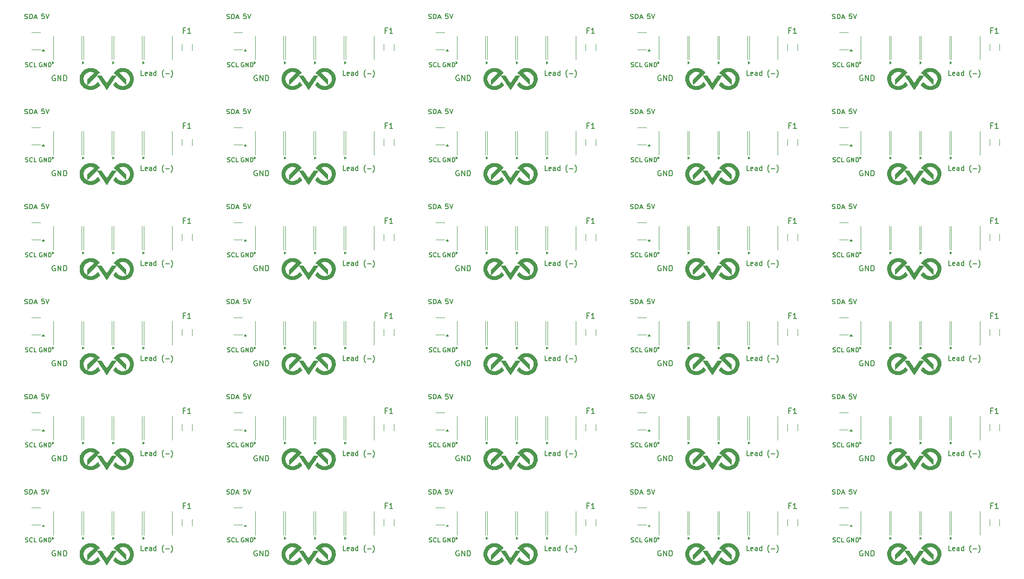
<source format=gbr>
%TF.GenerationSoftware,KiCad,Pcbnew,8.0.1*%
%TF.CreationDate,2024-05-29T13:53:09-05:00*%
%TF.ProjectId,eve PCB Project,65766520-5043-4422-9050-726f6a656374,rev?*%
%TF.SameCoordinates,Original*%
%TF.FileFunction,Legend,Top*%
%TF.FilePolarity,Positive*%
%FSLAX46Y46*%
G04 Gerber Fmt 4.6, Leading zero omitted, Abs format (unit mm)*
G04 Created by KiCad (PCBNEW 8.0.1) date 2024-05-29 13:53:09*
%MOMM*%
%LPD*%
G01*
G04 APERTURE LIST*
%ADD10C,0.150000*%
%ADD11C,0.120000*%
%ADD12C,0.000000*%
G04 APERTURE END LIST*
D10*
X109858571Y-126428557D02*
X109429999Y-126428557D01*
X109429999Y-126428557D02*
X109429999Y-125528557D01*
X110501427Y-126385700D02*
X110415713Y-126428557D01*
X110415713Y-126428557D02*
X110244285Y-126428557D01*
X110244285Y-126428557D02*
X110158570Y-126385700D01*
X110158570Y-126385700D02*
X110115713Y-126299985D01*
X110115713Y-126299985D02*
X110115713Y-125957128D01*
X110115713Y-125957128D02*
X110158570Y-125871414D01*
X110158570Y-125871414D02*
X110244285Y-125828557D01*
X110244285Y-125828557D02*
X110415713Y-125828557D01*
X110415713Y-125828557D02*
X110501427Y-125871414D01*
X110501427Y-125871414D02*
X110544285Y-125957128D01*
X110544285Y-125957128D02*
X110544285Y-126042842D01*
X110544285Y-126042842D02*
X110115713Y-126128557D01*
X111315714Y-126428557D02*
X111315714Y-125957128D01*
X111315714Y-125957128D02*
X111272856Y-125871414D01*
X111272856Y-125871414D02*
X111187142Y-125828557D01*
X111187142Y-125828557D02*
X111015714Y-125828557D01*
X111015714Y-125828557D02*
X110929999Y-125871414D01*
X111315714Y-126385700D02*
X111229999Y-126428557D01*
X111229999Y-126428557D02*
X111015714Y-126428557D01*
X111015714Y-126428557D02*
X110929999Y-126385700D01*
X110929999Y-126385700D02*
X110887142Y-126299985D01*
X110887142Y-126299985D02*
X110887142Y-126214271D01*
X110887142Y-126214271D02*
X110929999Y-126128557D01*
X110929999Y-126128557D02*
X111015714Y-126085700D01*
X111015714Y-126085700D02*
X111229999Y-126085700D01*
X111229999Y-126085700D02*
X111315714Y-126042842D01*
X112130000Y-126428557D02*
X112130000Y-125528557D01*
X112130000Y-126385700D02*
X112044285Y-126428557D01*
X112044285Y-126428557D02*
X111872857Y-126428557D01*
X111872857Y-126428557D02*
X111787142Y-126385700D01*
X111787142Y-126385700D02*
X111744285Y-126342842D01*
X111744285Y-126342842D02*
X111701428Y-126257128D01*
X111701428Y-126257128D02*
X111701428Y-125999985D01*
X111701428Y-125999985D02*
X111744285Y-125914271D01*
X111744285Y-125914271D02*
X111787142Y-125871414D01*
X111787142Y-125871414D02*
X111872857Y-125828557D01*
X111872857Y-125828557D02*
X112044285Y-125828557D01*
X112044285Y-125828557D02*
X112130000Y-125871414D01*
X113501428Y-126771414D02*
X113458571Y-126728557D01*
X113458571Y-126728557D02*
X113372857Y-126599985D01*
X113372857Y-126599985D02*
X113330000Y-126514271D01*
X113330000Y-126514271D02*
X113287142Y-126385700D01*
X113287142Y-126385700D02*
X113244285Y-126171414D01*
X113244285Y-126171414D02*
X113244285Y-125999985D01*
X113244285Y-125999985D02*
X113287142Y-125785700D01*
X113287142Y-125785700D02*
X113330000Y-125657128D01*
X113330000Y-125657128D02*
X113372857Y-125571414D01*
X113372857Y-125571414D02*
X113458571Y-125442842D01*
X113458571Y-125442842D02*
X113501428Y-125399985D01*
X113844285Y-126085700D02*
X114530000Y-126085700D01*
X114872857Y-126771414D02*
X114915714Y-126728557D01*
X114915714Y-126728557D02*
X115001428Y-126599985D01*
X115001428Y-126599985D02*
X115044286Y-126514271D01*
X115044286Y-126514271D02*
X115087143Y-126385700D01*
X115087143Y-126385700D02*
X115130000Y-126171414D01*
X115130000Y-126171414D02*
X115130000Y-125999985D01*
X115130000Y-125999985D02*
X115087143Y-125785700D01*
X115087143Y-125785700D02*
X115044286Y-125657128D01*
X115044286Y-125657128D02*
X115001428Y-125571414D01*
X115001428Y-125571414D02*
X114915714Y-125442842D01*
X114915714Y-125442842D02*
X114872857Y-125399985D01*
X183538571Y-143788557D02*
X183109999Y-143788557D01*
X183109999Y-143788557D02*
X183109999Y-142888557D01*
X184181427Y-143745700D02*
X184095713Y-143788557D01*
X184095713Y-143788557D02*
X183924285Y-143788557D01*
X183924285Y-143788557D02*
X183838570Y-143745700D01*
X183838570Y-143745700D02*
X183795713Y-143659985D01*
X183795713Y-143659985D02*
X183795713Y-143317128D01*
X183795713Y-143317128D02*
X183838570Y-143231414D01*
X183838570Y-143231414D02*
X183924285Y-143188557D01*
X183924285Y-143188557D02*
X184095713Y-143188557D01*
X184095713Y-143188557D02*
X184181427Y-143231414D01*
X184181427Y-143231414D02*
X184224285Y-143317128D01*
X184224285Y-143317128D02*
X184224285Y-143402842D01*
X184224285Y-143402842D02*
X183795713Y-143488557D01*
X184995714Y-143788557D02*
X184995714Y-143317128D01*
X184995714Y-143317128D02*
X184952856Y-143231414D01*
X184952856Y-143231414D02*
X184867142Y-143188557D01*
X184867142Y-143188557D02*
X184695714Y-143188557D01*
X184695714Y-143188557D02*
X184609999Y-143231414D01*
X184995714Y-143745700D02*
X184909999Y-143788557D01*
X184909999Y-143788557D02*
X184695714Y-143788557D01*
X184695714Y-143788557D02*
X184609999Y-143745700D01*
X184609999Y-143745700D02*
X184567142Y-143659985D01*
X184567142Y-143659985D02*
X184567142Y-143574271D01*
X184567142Y-143574271D02*
X184609999Y-143488557D01*
X184609999Y-143488557D02*
X184695714Y-143445700D01*
X184695714Y-143445700D02*
X184909999Y-143445700D01*
X184909999Y-143445700D02*
X184995714Y-143402842D01*
X185810000Y-143788557D02*
X185810000Y-142888557D01*
X185810000Y-143745700D02*
X185724285Y-143788557D01*
X185724285Y-143788557D02*
X185552857Y-143788557D01*
X185552857Y-143788557D02*
X185467142Y-143745700D01*
X185467142Y-143745700D02*
X185424285Y-143702842D01*
X185424285Y-143702842D02*
X185381428Y-143617128D01*
X185381428Y-143617128D02*
X185381428Y-143359985D01*
X185381428Y-143359985D02*
X185424285Y-143274271D01*
X185424285Y-143274271D02*
X185467142Y-143231414D01*
X185467142Y-143231414D02*
X185552857Y-143188557D01*
X185552857Y-143188557D02*
X185724285Y-143188557D01*
X185724285Y-143188557D02*
X185810000Y-143231414D01*
X187181428Y-144131414D02*
X187138571Y-144088557D01*
X187138571Y-144088557D02*
X187052857Y-143959985D01*
X187052857Y-143959985D02*
X187010000Y-143874271D01*
X187010000Y-143874271D02*
X186967142Y-143745700D01*
X186967142Y-143745700D02*
X186924285Y-143531414D01*
X186924285Y-143531414D02*
X186924285Y-143359985D01*
X186924285Y-143359985D02*
X186967142Y-143145700D01*
X186967142Y-143145700D02*
X187010000Y-143017128D01*
X187010000Y-143017128D02*
X187052857Y-142931414D01*
X187052857Y-142931414D02*
X187138571Y-142802842D01*
X187138571Y-142802842D02*
X187181428Y-142759985D01*
X187524285Y-143445700D02*
X188210000Y-143445700D01*
X188552857Y-144131414D02*
X188595714Y-144088557D01*
X188595714Y-144088557D02*
X188681428Y-143959985D01*
X188681428Y-143959985D02*
X188724286Y-143874271D01*
X188724286Y-143874271D02*
X188767143Y-143745700D01*
X188767143Y-143745700D02*
X188810000Y-143531414D01*
X188810000Y-143531414D02*
X188810000Y-143359985D01*
X188810000Y-143359985D02*
X188767143Y-143145700D01*
X188767143Y-143145700D02*
X188724286Y-143017128D01*
X188724286Y-143017128D02*
X188681428Y-142931414D01*
X188681428Y-142931414D02*
X188595714Y-142802842D01*
X188595714Y-142802842D02*
X188552857Y-142759985D01*
X91280476Y-124090390D02*
X91204286Y-124052295D01*
X91204286Y-124052295D02*
X91090000Y-124052295D01*
X91090000Y-124052295D02*
X90975714Y-124090390D01*
X90975714Y-124090390D02*
X90899524Y-124166580D01*
X90899524Y-124166580D02*
X90861429Y-124242771D01*
X90861429Y-124242771D02*
X90823333Y-124395152D01*
X90823333Y-124395152D02*
X90823333Y-124509438D01*
X90823333Y-124509438D02*
X90861429Y-124661819D01*
X90861429Y-124661819D02*
X90899524Y-124738009D01*
X90899524Y-124738009D02*
X90975714Y-124814200D01*
X90975714Y-124814200D02*
X91090000Y-124852295D01*
X91090000Y-124852295D02*
X91166191Y-124852295D01*
X91166191Y-124852295D02*
X91280476Y-124814200D01*
X91280476Y-124814200D02*
X91318572Y-124776104D01*
X91318572Y-124776104D02*
X91318572Y-124509438D01*
X91318572Y-124509438D02*
X91166191Y-124509438D01*
X91661429Y-124852295D02*
X91661429Y-124052295D01*
X91661429Y-124052295D02*
X92118572Y-124852295D01*
X92118572Y-124852295D02*
X92118572Y-124052295D01*
X92499524Y-124852295D02*
X92499524Y-124052295D01*
X92499524Y-124052295D02*
X92690000Y-124052295D01*
X92690000Y-124052295D02*
X92804286Y-124090390D01*
X92804286Y-124090390D02*
X92880476Y-124166580D01*
X92880476Y-124166580D02*
X92918571Y-124242771D01*
X92918571Y-124242771D02*
X92956667Y-124395152D01*
X92956667Y-124395152D02*
X92956667Y-124509438D01*
X92956667Y-124509438D02*
X92918571Y-124661819D01*
X92918571Y-124661819D02*
X92880476Y-124738009D01*
X92880476Y-124738009D02*
X92804286Y-124814200D01*
X92804286Y-124814200D02*
X92690000Y-124852295D01*
X92690000Y-124852295D02*
X92499524Y-124852295D01*
X91718571Y-132575427D02*
X91289999Y-132575427D01*
X91289999Y-132575427D02*
X91247142Y-132980189D01*
X91247142Y-132980189D02*
X91289999Y-132939712D01*
X91289999Y-132939712D02*
X91375714Y-132899236D01*
X91375714Y-132899236D02*
X91589999Y-132899236D01*
X91589999Y-132899236D02*
X91675714Y-132939712D01*
X91675714Y-132939712D02*
X91718571Y-132980189D01*
X91718571Y-132980189D02*
X91761428Y-133061141D01*
X91761428Y-133061141D02*
X91761428Y-133263522D01*
X91761428Y-133263522D02*
X91718571Y-133344474D01*
X91718571Y-133344474D02*
X91675714Y-133384951D01*
X91675714Y-133384951D02*
X91589999Y-133425427D01*
X91589999Y-133425427D02*
X91375714Y-133425427D01*
X91375714Y-133425427D02*
X91289999Y-133384951D01*
X91289999Y-133384951D02*
X91247142Y-133344474D01*
X92018571Y-132575427D02*
X92318571Y-133425427D01*
X92318571Y-133425427D02*
X92618571Y-132575427D01*
X220378571Y-74348557D02*
X219949999Y-74348557D01*
X219949999Y-74348557D02*
X219949999Y-73448557D01*
X221021427Y-74305700D02*
X220935713Y-74348557D01*
X220935713Y-74348557D02*
X220764285Y-74348557D01*
X220764285Y-74348557D02*
X220678570Y-74305700D01*
X220678570Y-74305700D02*
X220635713Y-74219985D01*
X220635713Y-74219985D02*
X220635713Y-73877128D01*
X220635713Y-73877128D02*
X220678570Y-73791414D01*
X220678570Y-73791414D02*
X220764285Y-73748557D01*
X220764285Y-73748557D02*
X220935713Y-73748557D01*
X220935713Y-73748557D02*
X221021427Y-73791414D01*
X221021427Y-73791414D02*
X221064285Y-73877128D01*
X221064285Y-73877128D02*
X221064285Y-73962842D01*
X221064285Y-73962842D02*
X220635713Y-74048557D01*
X221835714Y-74348557D02*
X221835714Y-73877128D01*
X221835714Y-73877128D02*
X221792856Y-73791414D01*
X221792856Y-73791414D02*
X221707142Y-73748557D01*
X221707142Y-73748557D02*
X221535714Y-73748557D01*
X221535714Y-73748557D02*
X221449999Y-73791414D01*
X221835714Y-74305700D02*
X221749999Y-74348557D01*
X221749999Y-74348557D02*
X221535714Y-74348557D01*
X221535714Y-74348557D02*
X221449999Y-74305700D01*
X221449999Y-74305700D02*
X221407142Y-74219985D01*
X221407142Y-74219985D02*
X221407142Y-74134271D01*
X221407142Y-74134271D02*
X221449999Y-74048557D01*
X221449999Y-74048557D02*
X221535714Y-74005700D01*
X221535714Y-74005700D02*
X221749999Y-74005700D01*
X221749999Y-74005700D02*
X221835714Y-73962842D01*
X222650000Y-74348557D02*
X222650000Y-73448557D01*
X222650000Y-74305700D02*
X222564285Y-74348557D01*
X222564285Y-74348557D02*
X222392857Y-74348557D01*
X222392857Y-74348557D02*
X222307142Y-74305700D01*
X222307142Y-74305700D02*
X222264285Y-74262842D01*
X222264285Y-74262842D02*
X222221428Y-74177128D01*
X222221428Y-74177128D02*
X222221428Y-73919985D01*
X222221428Y-73919985D02*
X222264285Y-73834271D01*
X222264285Y-73834271D02*
X222307142Y-73791414D01*
X222307142Y-73791414D02*
X222392857Y-73748557D01*
X222392857Y-73748557D02*
X222564285Y-73748557D01*
X222564285Y-73748557D02*
X222650000Y-73791414D01*
X224021428Y-74691414D02*
X223978571Y-74648557D01*
X223978571Y-74648557D02*
X223892857Y-74519985D01*
X223892857Y-74519985D02*
X223850000Y-74434271D01*
X223850000Y-74434271D02*
X223807142Y-74305700D01*
X223807142Y-74305700D02*
X223764285Y-74091414D01*
X223764285Y-74091414D02*
X223764285Y-73919985D01*
X223764285Y-73919985D02*
X223807142Y-73705700D01*
X223807142Y-73705700D02*
X223850000Y-73577128D01*
X223850000Y-73577128D02*
X223892857Y-73491414D01*
X223892857Y-73491414D02*
X223978571Y-73362842D01*
X223978571Y-73362842D02*
X224021428Y-73319985D01*
X224364285Y-74005700D02*
X225050000Y-74005700D01*
X225392857Y-74691414D02*
X225435714Y-74648557D01*
X225435714Y-74648557D02*
X225521428Y-74519985D01*
X225521428Y-74519985D02*
X225564286Y-74434271D01*
X225564286Y-74434271D02*
X225607143Y-74305700D01*
X225607143Y-74305700D02*
X225650000Y-74091414D01*
X225650000Y-74091414D02*
X225650000Y-73919985D01*
X225650000Y-73919985D02*
X225607143Y-73705700D01*
X225607143Y-73705700D02*
X225564286Y-73577128D01*
X225564286Y-73577128D02*
X225521428Y-73491414D01*
X225521428Y-73491414D02*
X225435714Y-73362842D01*
X225435714Y-73362842D02*
X225392857Y-73319985D01*
X201800476Y-124090390D02*
X201724286Y-124052295D01*
X201724286Y-124052295D02*
X201610000Y-124052295D01*
X201610000Y-124052295D02*
X201495714Y-124090390D01*
X201495714Y-124090390D02*
X201419524Y-124166580D01*
X201419524Y-124166580D02*
X201381429Y-124242771D01*
X201381429Y-124242771D02*
X201343333Y-124395152D01*
X201343333Y-124395152D02*
X201343333Y-124509438D01*
X201343333Y-124509438D02*
X201381429Y-124661819D01*
X201381429Y-124661819D02*
X201419524Y-124738009D01*
X201419524Y-124738009D02*
X201495714Y-124814200D01*
X201495714Y-124814200D02*
X201610000Y-124852295D01*
X201610000Y-124852295D02*
X201686191Y-124852295D01*
X201686191Y-124852295D02*
X201800476Y-124814200D01*
X201800476Y-124814200D02*
X201838572Y-124776104D01*
X201838572Y-124776104D02*
X201838572Y-124509438D01*
X201838572Y-124509438D02*
X201686191Y-124509438D01*
X202181429Y-124852295D02*
X202181429Y-124052295D01*
X202181429Y-124052295D02*
X202638572Y-124852295D01*
X202638572Y-124852295D02*
X202638572Y-124052295D01*
X203019524Y-124852295D02*
X203019524Y-124052295D01*
X203019524Y-124052295D02*
X203210000Y-124052295D01*
X203210000Y-124052295D02*
X203324286Y-124090390D01*
X203324286Y-124090390D02*
X203400476Y-124166580D01*
X203400476Y-124166580D02*
X203438571Y-124242771D01*
X203438571Y-124242771D02*
X203476667Y-124395152D01*
X203476667Y-124395152D02*
X203476667Y-124509438D01*
X203476667Y-124509438D02*
X203438571Y-124661819D01*
X203438571Y-124661819D02*
X203400476Y-124738009D01*
X203400476Y-124738009D02*
X203324286Y-124814200D01*
X203324286Y-124814200D02*
X203210000Y-124852295D01*
X203210000Y-124852295D02*
X203019524Y-124852295D01*
X164960476Y-72010390D02*
X164884286Y-71972295D01*
X164884286Y-71972295D02*
X164770000Y-71972295D01*
X164770000Y-71972295D02*
X164655714Y-72010390D01*
X164655714Y-72010390D02*
X164579524Y-72086580D01*
X164579524Y-72086580D02*
X164541429Y-72162771D01*
X164541429Y-72162771D02*
X164503333Y-72315152D01*
X164503333Y-72315152D02*
X164503333Y-72429438D01*
X164503333Y-72429438D02*
X164541429Y-72581819D01*
X164541429Y-72581819D02*
X164579524Y-72658009D01*
X164579524Y-72658009D02*
X164655714Y-72734200D01*
X164655714Y-72734200D02*
X164770000Y-72772295D01*
X164770000Y-72772295D02*
X164846191Y-72772295D01*
X164846191Y-72772295D02*
X164960476Y-72734200D01*
X164960476Y-72734200D02*
X164998572Y-72696104D01*
X164998572Y-72696104D02*
X164998572Y-72429438D01*
X164998572Y-72429438D02*
X164846191Y-72429438D01*
X165341429Y-72772295D02*
X165341429Y-71972295D01*
X165341429Y-71972295D02*
X165798572Y-72772295D01*
X165798572Y-72772295D02*
X165798572Y-71972295D01*
X166179524Y-72772295D02*
X166179524Y-71972295D01*
X166179524Y-71972295D02*
X166370000Y-71972295D01*
X166370000Y-71972295D02*
X166484286Y-72010390D01*
X166484286Y-72010390D02*
X166560476Y-72086580D01*
X166560476Y-72086580D02*
X166598571Y-72162771D01*
X166598571Y-72162771D02*
X166636667Y-72315152D01*
X166636667Y-72315152D02*
X166636667Y-72429438D01*
X166636667Y-72429438D02*
X166598571Y-72581819D01*
X166598571Y-72581819D02*
X166560476Y-72658009D01*
X166560476Y-72658009D02*
X166484286Y-72734200D01*
X166484286Y-72734200D02*
X166370000Y-72772295D01*
X166370000Y-72772295D02*
X166179524Y-72772295D01*
X146698571Y-56988557D02*
X146269999Y-56988557D01*
X146269999Y-56988557D02*
X146269999Y-56088557D01*
X147341427Y-56945700D02*
X147255713Y-56988557D01*
X147255713Y-56988557D02*
X147084285Y-56988557D01*
X147084285Y-56988557D02*
X146998570Y-56945700D01*
X146998570Y-56945700D02*
X146955713Y-56859985D01*
X146955713Y-56859985D02*
X146955713Y-56517128D01*
X146955713Y-56517128D02*
X146998570Y-56431414D01*
X146998570Y-56431414D02*
X147084285Y-56388557D01*
X147084285Y-56388557D02*
X147255713Y-56388557D01*
X147255713Y-56388557D02*
X147341427Y-56431414D01*
X147341427Y-56431414D02*
X147384285Y-56517128D01*
X147384285Y-56517128D02*
X147384285Y-56602842D01*
X147384285Y-56602842D02*
X146955713Y-56688557D01*
X148155714Y-56988557D02*
X148155714Y-56517128D01*
X148155714Y-56517128D02*
X148112856Y-56431414D01*
X148112856Y-56431414D02*
X148027142Y-56388557D01*
X148027142Y-56388557D02*
X147855714Y-56388557D01*
X147855714Y-56388557D02*
X147769999Y-56431414D01*
X148155714Y-56945700D02*
X148069999Y-56988557D01*
X148069999Y-56988557D02*
X147855714Y-56988557D01*
X147855714Y-56988557D02*
X147769999Y-56945700D01*
X147769999Y-56945700D02*
X147727142Y-56859985D01*
X147727142Y-56859985D02*
X147727142Y-56774271D01*
X147727142Y-56774271D02*
X147769999Y-56688557D01*
X147769999Y-56688557D02*
X147855714Y-56645700D01*
X147855714Y-56645700D02*
X148069999Y-56645700D01*
X148069999Y-56645700D02*
X148155714Y-56602842D01*
X148970000Y-56988557D02*
X148970000Y-56088557D01*
X148970000Y-56945700D02*
X148884285Y-56988557D01*
X148884285Y-56988557D02*
X148712857Y-56988557D01*
X148712857Y-56988557D02*
X148627142Y-56945700D01*
X148627142Y-56945700D02*
X148584285Y-56902842D01*
X148584285Y-56902842D02*
X148541428Y-56817128D01*
X148541428Y-56817128D02*
X148541428Y-56559985D01*
X148541428Y-56559985D02*
X148584285Y-56474271D01*
X148584285Y-56474271D02*
X148627142Y-56431414D01*
X148627142Y-56431414D02*
X148712857Y-56388557D01*
X148712857Y-56388557D02*
X148884285Y-56388557D01*
X148884285Y-56388557D02*
X148970000Y-56431414D01*
X150341428Y-57331414D02*
X150298571Y-57288557D01*
X150298571Y-57288557D02*
X150212857Y-57159985D01*
X150212857Y-57159985D02*
X150170000Y-57074271D01*
X150170000Y-57074271D02*
X150127142Y-56945700D01*
X150127142Y-56945700D02*
X150084285Y-56731414D01*
X150084285Y-56731414D02*
X150084285Y-56559985D01*
X150084285Y-56559985D02*
X150127142Y-56345700D01*
X150127142Y-56345700D02*
X150170000Y-56217128D01*
X150170000Y-56217128D02*
X150212857Y-56131414D01*
X150212857Y-56131414D02*
X150298571Y-56002842D01*
X150298571Y-56002842D02*
X150341428Y-55959985D01*
X150684285Y-56645700D02*
X151370000Y-56645700D01*
X151712857Y-57331414D02*
X151755714Y-57288557D01*
X151755714Y-57288557D02*
X151841428Y-57159985D01*
X151841428Y-57159985D02*
X151884286Y-57074271D01*
X151884286Y-57074271D02*
X151927143Y-56945700D01*
X151927143Y-56945700D02*
X151970000Y-56731414D01*
X151970000Y-56731414D02*
X151970000Y-56559985D01*
X151970000Y-56559985D02*
X151927143Y-56345700D01*
X151927143Y-56345700D02*
X151884286Y-56217128D01*
X151884286Y-56217128D02*
X151841428Y-56131414D01*
X151841428Y-56131414D02*
X151755714Y-56002842D01*
X151755714Y-56002842D02*
X151712857Y-55959985D01*
X161987618Y-90084200D02*
X162101904Y-90122295D01*
X162101904Y-90122295D02*
X162292380Y-90122295D01*
X162292380Y-90122295D02*
X162368571Y-90084200D01*
X162368571Y-90084200D02*
X162406666Y-90046104D01*
X162406666Y-90046104D02*
X162444761Y-89969914D01*
X162444761Y-89969914D02*
X162444761Y-89893723D01*
X162444761Y-89893723D02*
X162406666Y-89817533D01*
X162406666Y-89817533D02*
X162368571Y-89779438D01*
X162368571Y-89779438D02*
X162292380Y-89741342D01*
X162292380Y-89741342D02*
X162139999Y-89703247D01*
X162139999Y-89703247D02*
X162063809Y-89665152D01*
X162063809Y-89665152D02*
X162025714Y-89627057D01*
X162025714Y-89627057D02*
X161987618Y-89550866D01*
X161987618Y-89550866D02*
X161987618Y-89474676D01*
X161987618Y-89474676D02*
X162025714Y-89398485D01*
X162025714Y-89398485D02*
X162063809Y-89360390D01*
X162063809Y-89360390D02*
X162139999Y-89322295D01*
X162139999Y-89322295D02*
X162330476Y-89322295D01*
X162330476Y-89322295D02*
X162444761Y-89360390D01*
X163244762Y-90046104D02*
X163206666Y-90084200D01*
X163206666Y-90084200D02*
X163092381Y-90122295D01*
X163092381Y-90122295D02*
X163016190Y-90122295D01*
X163016190Y-90122295D02*
X162901904Y-90084200D01*
X162901904Y-90084200D02*
X162825714Y-90008009D01*
X162825714Y-90008009D02*
X162787619Y-89931819D01*
X162787619Y-89931819D02*
X162749523Y-89779438D01*
X162749523Y-89779438D02*
X162749523Y-89665152D01*
X162749523Y-89665152D02*
X162787619Y-89512771D01*
X162787619Y-89512771D02*
X162825714Y-89436580D01*
X162825714Y-89436580D02*
X162901904Y-89360390D01*
X162901904Y-89360390D02*
X163016190Y-89322295D01*
X163016190Y-89322295D02*
X163092381Y-89322295D01*
X163092381Y-89322295D02*
X163206666Y-89360390D01*
X163206666Y-89360390D02*
X163244762Y-89398485D01*
X163968571Y-90122295D02*
X163587619Y-90122295D01*
X163587619Y-90122295D02*
X163587619Y-89322295D01*
X56888095Y-91732438D02*
X56792857Y-91684819D01*
X56792857Y-91684819D02*
X56650000Y-91684819D01*
X56650000Y-91684819D02*
X56507143Y-91732438D01*
X56507143Y-91732438D02*
X56411905Y-91827676D01*
X56411905Y-91827676D02*
X56364286Y-91922914D01*
X56364286Y-91922914D02*
X56316667Y-92113390D01*
X56316667Y-92113390D02*
X56316667Y-92256247D01*
X56316667Y-92256247D02*
X56364286Y-92446723D01*
X56364286Y-92446723D02*
X56411905Y-92541961D01*
X56411905Y-92541961D02*
X56507143Y-92637200D01*
X56507143Y-92637200D02*
X56650000Y-92684819D01*
X56650000Y-92684819D02*
X56745238Y-92684819D01*
X56745238Y-92684819D02*
X56888095Y-92637200D01*
X56888095Y-92637200D02*
X56935714Y-92589580D01*
X56935714Y-92589580D02*
X56935714Y-92256247D01*
X56935714Y-92256247D02*
X56745238Y-92256247D01*
X57364286Y-92684819D02*
X57364286Y-91684819D01*
X57364286Y-91684819D02*
X57935714Y-92684819D01*
X57935714Y-92684819D02*
X57935714Y-91684819D01*
X58411905Y-92684819D02*
X58411905Y-91684819D01*
X58411905Y-91684819D02*
X58650000Y-91684819D01*
X58650000Y-91684819D02*
X58792857Y-91732438D01*
X58792857Y-91732438D02*
X58888095Y-91827676D01*
X58888095Y-91827676D02*
X58935714Y-91922914D01*
X58935714Y-91922914D02*
X58983333Y-92113390D01*
X58983333Y-92113390D02*
X58983333Y-92256247D01*
X58983333Y-92256247D02*
X58935714Y-92446723D01*
X58935714Y-92446723D02*
X58888095Y-92541961D01*
X58888095Y-92541961D02*
X58792857Y-92637200D01*
X58792857Y-92637200D02*
X58650000Y-92684819D01*
X58650000Y-92684819D02*
X58411905Y-92684819D01*
X93728095Y-57012438D02*
X93632857Y-56964819D01*
X93632857Y-56964819D02*
X93490000Y-56964819D01*
X93490000Y-56964819D02*
X93347143Y-57012438D01*
X93347143Y-57012438D02*
X93251905Y-57107676D01*
X93251905Y-57107676D02*
X93204286Y-57202914D01*
X93204286Y-57202914D02*
X93156667Y-57393390D01*
X93156667Y-57393390D02*
X93156667Y-57536247D01*
X93156667Y-57536247D02*
X93204286Y-57726723D01*
X93204286Y-57726723D02*
X93251905Y-57821961D01*
X93251905Y-57821961D02*
X93347143Y-57917200D01*
X93347143Y-57917200D02*
X93490000Y-57964819D01*
X93490000Y-57964819D02*
X93585238Y-57964819D01*
X93585238Y-57964819D02*
X93728095Y-57917200D01*
X93728095Y-57917200D02*
X93775714Y-57869580D01*
X93775714Y-57869580D02*
X93775714Y-57536247D01*
X93775714Y-57536247D02*
X93585238Y-57536247D01*
X94204286Y-57964819D02*
X94204286Y-56964819D01*
X94204286Y-56964819D02*
X94775714Y-57964819D01*
X94775714Y-57964819D02*
X94775714Y-56964819D01*
X95251905Y-57964819D02*
X95251905Y-56964819D01*
X95251905Y-56964819D02*
X95490000Y-56964819D01*
X95490000Y-56964819D02*
X95632857Y-57012438D01*
X95632857Y-57012438D02*
X95728095Y-57107676D01*
X95728095Y-57107676D02*
X95775714Y-57202914D01*
X95775714Y-57202914D02*
X95823333Y-57393390D01*
X95823333Y-57393390D02*
X95823333Y-57536247D01*
X95823333Y-57536247D02*
X95775714Y-57726723D01*
X95775714Y-57726723D02*
X95728095Y-57821961D01*
X95728095Y-57821961D02*
X95632857Y-57917200D01*
X95632857Y-57917200D02*
X95490000Y-57964819D01*
X95490000Y-57964819D02*
X95251905Y-57964819D01*
X117416666Y-100861009D02*
X117083333Y-100861009D01*
X117083333Y-101384819D02*
X117083333Y-100384819D01*
X117083333Y-100384819D02*
X117559523Y-100384819D01*
X118464285Y-101384819D02*
X117892857Y-101384819D01*
X118178571Y-101384819D02*
X118178571Y-100384819D01*
X118178571Y-100384819D02*
X118083333Y-100527676D01*
X118083333Y-100527676D02*
X117988095Y-100622914D01*
X117988095Y-100622914D02*
X117892857Y-100670533D01*
X128120476Y-124090390D02*
X128044286Y-124052295D01*
X128044286Y-124052295D02*
X127930000Y-124052295D01*
X127930000Y-124052295D02*
X127815714Y-124090390D01*
X127815714Y-124090390D02*
X127739524Y-124166580D01*
X127739524Y-124166580D02*
X127701429Y-124242771D01*
X127701429Y-124242771D02*
X127663333Y-124395152D01*
X127663333Y-124395152D02*
X127663333Y-124509438D01*
X127663333Y-124509438D02*
X127701429Y-124661819D01*
X127701429Y-124661819D02*
X127739524Y-124738009D01*
X127739524Y-124738009D02*
X127815714Y-124814200D01*
X127815714Y-124814200D02*
X127930000Y-124852295D01*
X127930000Y-124852295D02*
X128006191Y-124852295D01*
X128006191Y-124852295D02*
X128120476Y-124814200D01*
X128120476Y-124814200D02*
X128158572Y-124776104D01*
X128158572Y-124776104D02*
X128158572Y-124509438D01*
X128158572Y-124509438D02*
X128006191Y-124509438D01*
X128501429Y-124852295D02*
X128501429Y-124052295D01*
X128501429Y-124052295D02*
X128958572Y-124852295D01*
X128958572Y-124852295D02*
X128958572Y-124052295D01*
X129339524Y-124852295D02*
X129339524Y-124052295D01*
X129339524Y-124052295D02*
X129530000Y-124052295D01*
X129530000Y-124052295D02*
X129644286Y-124090390D01*
X129644286Y-124090390D02*
X129720476Y-124166580D01*
X129720476Y-124166580D02*
X129758571Y-124242771D01*
X129758571Y-124242771D02*
X129796667Y-124395152D01*
X129796667Y-124395152D02*
X129796667Y-124509438D01*
X129796667Y-124509438D02*
X129758571Y-124661819D01*
X129758571Y-124661819D02*
X129720476Y-124738009D01*
X129720476Y-124738009D02*
X129644286Y-124814200D01*
X129644286Y-124814200D02*
X129530000Y-124852295D01*
X129530000Y-124852295D02*
X129339524Y-124852295D01*
X183538571Y-74348557D02*
X183109999Y-74348557D01*
X183109999Y-74348557D02*
X183109999Y-73448557D01*
X184181427Y-74305700D02*
X184095713Y-74348557D01*
X184095713Y-74348557D02*
X183924285Y-74348557D01*
X183924285Y-74348557D02*
X183838570Y-74305700D01*
X183838570Y-74305700D02*
X183795713Y-74219985D01*
X183795713Y-74219985D02*
X183795713Y-73877128D01*
X183795713Y-73877128D02*
X183838570Y-73791414D01*
X183838570Y-73791414D02*
X183924285Y-73748557D01*
X183924285Y-73748557D02*
X184095713Y-73748557D01*
X184095713Y-73748557D02*
X184181427Y-73791414D01*
X184181427Y-73791414D02*
X184224285Y-73877128D01*
X184224285Y-73877128D02*
X184224285Y-73962842D01*
X184224285Y-73962842D02*
X183795713Y-74048557D01*
X184995714Y-74348557D02*
X184995714Y-73877128D01*
X184995714Y-73877128D02*
X184952856Y-73791414D01*
X184952856Y-73791414D02*
X184867142Y-73748557D01*
X184867142Y-73748557D02*
X184695714Y-73748557D01*
X184695714Y-73748557D02*
X184609999Y-73791414D01*
X184995714Y-74305700D02*
X184909999Y-74348557D01*
X184909999Y-74348557D02*
X184695714Y-74348557D01*
X184695714Y-74348557D02*
X184609999Y-74305700D01*
X184609999Y-74305700D02*
X184567142Y-74219985D01*
X184567142Y-74219985D02*
X184567142Y-74134271D01*
X184567142Y-74134271D02*
X184609999Y-74048557D01*
X184609999Y-74048557D02*
X184695714Y-74005700D01*
X184695714Y-74005700D02*
X184909999Y-74005700D01*
X184909999Y-74005700D02*
X184995714Y-73962842D01*
X185810000Y-74348557D02*
X185810000Y-73448557D01*
X185810000Y-74305700D02*
X185724285Y-74348557D01*
X185724285Y-74348557D02*
X185552857Y-74348557D01*
X185552857Y-74348557D02*
X185467142Y-74305700D01*
X185467142Y-74305700D02*
X185424285Y-74262842D01*
X185424285Y-74262842D02*
X185381428Y-74177128D01*
X185381428Y-74177128D02*
X185381428Y-73919985D01*
X185381428Y-73919985D02*
X185424285Y-73834271D01*
X185424285Y-73834271D02*
X185467142Y-73791414D01*
X185467142Y-73791414D02*
X185552857Y-73748557D01*
X185552857Y-73748557D02*
X185724285Y-73748557D01*
X185724285Y-73748557D02*
X185810000Y-73791414D01*
X187181428Y-74691414D02*
X187138571Y-74648557D01*
X187138571Y-74648557D02*
X187052857Y-74519985D01*
X187052857Y-74519985D02*
X187010000Y-74434271D01*
X187010000Y-74434271D02*
X186967142Y-74305700D01*
X186967142Y-74305700D02*
X186924285Y-74091414D01*
X186924285Y-74091414D02*
X186924285Y-73919985D01*
X186924285Y-73919985D02*
X186967142Y-73705700D01*
X186967142Y-73705700D02*
X187010000Y-73577128D01*
X187010000Y-73577128D02*
X187052857Y-73491414D01*
X187052857Y-73491414D02*
X187138571Y-73362842D01*
X187138571Y-73362842D02*
X187181428Y-73319985D01*
X187524285Y-74005700D02*
X188210000Y-74005700D01*
X188552857Y-74691414D02*
X188595714Y-74648557D01*
X188595714Y-74648557D02*
X188681428Y-74519985D01*
X188681428Y-74519985D02*
X188724286Y-74434271D01*
X188724286Y-74434271D02*
X188767143Y-74305700D01*
X188767143Y-74305700D02*
X188810000Y-74091414D01*
X188810000Y-74091414D02*
X188810000Y-73919985D01*
X188810000Y-73919985D02*
X188767143Y-73705700D01*
X188767143Y-73705700D02*
X188724286Y-73577128D01*
X188724286Y-73577128D02*
X188681428Y-73491414D01*
X188681428Y-73491414D02*
X188595714Y-73362842D01*
X188595714Y-73362842D02*
X188552857Y-73319985D01*
X165398571Y-45775427D02*
X164969999Y-45775427D01*
X164969999Y-45775427D02*
X164927142Y-46180189D01*
X164927142Y-46180189D02*
X164969999Y-46139712D01*
X164969999Y-46139712D02*
X165055714Y-46099236D01*
X165055714Y-46099236D02*
X165269999Y-46099236D01*
X165269999Y-46099236D02*
X165355714Y-46139712D01*
X165355714Y-46139712D02*
X165398571Y-46180189D01*
X165398571Y-46180189D02*
X165441428Y-46261141D01*
X165441428Y-46261141D02*
X165441428Y-46463522D01*
X165441428Y-46463522D02*
X165398571Y-46544474D01*
X165398571Y-46544474D02*
X165355714Y-46584951D01*
X165355714Y-46584951D02*
X165269999Y-46625427D01*
X165269999Y-46625427D02*
X165055714Y-46625427D01*
X165055714Y-46625427D02*
X164969999Y-46584951D01*
X164969999Y-46584951D02*
X164927142Y-46544474D01*
X165698571Y-45775427D02*
X165998571Y-46625427D01*
X165998571Y-46625427D02*
X166298571Y-45775427D01*
X54440476Y-54650390D02*
X54364286Y-54612295D01*
X54364286Y-54612295D02*
X54250000Y-54612295D01*
X54250000Y-54612295D02*
X54135714Y-54650390D01*
X54135714Y-54650390D02*
X54059524Y-54726580D01*
X54059524Y-54726580D02*
X54021429Y-54802771D01*
X54021429Y-54802771D02*
X53983333Y-54955152D01*
X53983333Y-54955152D02*
X53983333Y-55069438D01*
X53983333Y-55069438D02*
X54021429Y-55221819D01*
X54021429Y-55221819D02*
X54059524Y-55298009D01*
X54059524Y-55298009D02*
X54135714Y-55374200D01*
X54135714Y-55374200D02*
X54250000Y-55412295D01*
X54250000Y-55412295D02*
X54326191Y-55412295D01*
X54326191Y-55412295D02*
X54440476Y-55374200D01*
X54440476Y-55374200D02*
X54478572Y-55336104D01*
X54478572Y-55336104D02*
X54478572Y-55069438D01*
X54478572Y-55069438D02*
X54326191Y-55069438D01*
X54821429Y-55412295D02*
X54821429Y-54612295D01*
X54821429Y-54612295D02*
X55278572Y-55412295D01*
X55278572Y-55412295D02*
X55278572Y-54612295D01*
X55659524Y-55412295D02*
X55659524Y-54612295D01*
X55659524Y-54612295D02*
X55850000Y-54612295D01*
X55850000Y-54612295D02*
X55964286Y-54650390D01*
X55964286Y-54650390D02*
X56040476Y-54726580D01*
X56040476Y-54726580D02*
X56078571Y-54802771D01*
X56078571Y-54802771D02*
X56116667Y-54955152D01*
X56116667Y-54955152D02*
X56116667Y-55069438D01*
X56116667Y-55069438D02*
X56078571Y-55221819D01*
X56078571Y-55221819D02*
X56040476Y-55298009D01*
X56040476Y-55298009D02*
X55964286Y-55374200D01*
X55964286Y-55374200D02*
X55850000Y-55412295D01*
X55850000Y-55412295D02*
X55659524Y-55412295D01*
X161857142Y-116024200D02*
X161985714Y-116062295D01*
X161985714Y-116062295D02*
X162199999Y-116062295D01*
X162199999Y-116062295D02*
X162285714Y-116024200D01*
X162285714Y-116024200D02*
X162328571Y-115986104D01*
X162328571Y-115986104D02*
X162371428Y-115909914D01*
X162371428Y-115909914D02*
X162371428Y-115833723D01*
X162371428Y-115833723D02*
X162328571Y-115757533D01*
X162328571Y-115757533D02*
X162285714Y-115719438D01*
X162285714Y-115719438D02*
X162199999Y-115681342D01*
X162199999Y-115681342D02*
X162028571Y-115643247D01*
X162028571Y-115643247D02*
X161942856Y-115605152D01*
X161942856Y-115605152D02*
X161899999Y-115567057D01*
X161899999Y-115567057D02*
X161857142Y-115490866D01*
X161857142Y-115490866D02*
X161857142Y-115414676D01*
X161857142Y-115414676D02*
X161899999Y-115338485D01*
X161899999Y-115338485D02*
X161942856Y-115300390D01*
X161942856Y-115300390D02*
X162028571Y-115262295D01*
X162028571Y-115262295D02*
X162242856Y-115262295D01*
X162242856Y-115262295D02*
X162371428Y-115300390D01*
X162757142Y-116062295D02*
X162757142Y-115262295D01*
X162757142Y-115262295D02*
X162971428Y-115262295D01*
X162971428Y-115262295D02*
X163099999Y-115300390D01*
X163099999Y-115300390D02*
X163185714Y-115376580D01*
X163185714Y-115376580D02*
X163228571Y-115452771D01*
X163228571Y-115452771D02*
X163271428Y-115605152D01*
X163271428Y-115605152D02*
X163271428Y-115719438D01*
X163271428Y-115719438D02*
X163228571Y-115871819D01*
X163228571Y-115871819D02*
X163185714Y-115948009D01*
X163185714Y-115948009D02*
X163099999Y-116024200D01*
X163099999Y-116024200D02*
X162971428Y-116062295D01*
X162971428Y-116062295D02*
X162757142Y-116062295D01*
X163614285Y-115833723D02*
X164042857Y-115833723D01*
X163528571Y-116062295D02*
X163828571Y-115262295D01*
X163828571Y-115262295D02*
X164128571Y-116062295D01*
X117416666Y-135581009D02*
X117083333Y-135581009D01*
X117083333Y-136104819D02*
X117083333Y-135104819D01*
X117083333Y-135104819D02*
X117559523Y-135104819D01*
X118464285Y-136104819D02*
X117892857Y-136104819D01*
X118178571Y-136104819D02*
X118178571Y-135104819D01*
X118178571Y-135104819D02*
X118083333Y-135247676D01*
X118083333Y-135247676D02*
X117988095Y-135342914D01*
X117988095Y-135342914D02*
X117892857Y-135390533D01*
X93728095Y-143812438D02*
X93632857Y-143764819D01*
X93632857Y-143764819D02*
X93490000Y-143764819D01*
X93490000Y-143764819D02*
X93347143Y-143812438D01*
X93347143Y-143812438D02*
X93251905Y-143907676D01*
X93251905Y-143907676D02*
X93204286Y-144002914D01*
X93204286Y-144002914D02*
X93156667Y-144193390D01*
X93156667Y-144193390D02*
X93156667Y-144336247D01*
X93156667Y-144336247D02*
X93204286Y-144526723D01*
X93204286Y-144526723D02*
X93251905Y-144621961D01*
X93251905Y-144621961D02*
X93347143Y-144717200D01*
X93347143Y-144717200D02*
X93490000Y-144764819D01*
X93490000Y-144764819D02*
X93585238Y-144764819D01*
X93585238Y-144764819D02*
X93728095Y-144717200D01*
X93728095Y-144717200D02*
X93775714Y-144669580D01*
X93775714Y-144669580D02*
X93775714Y-144336247D01*
X93775714Y-144336247D02*
X93585238Y-144336247D01*
X94204286Y-144764819D02*
X94204286Y-143764819D01*
X94204286Y-143764819D02*
X94775714Y-144764819D01*
X94775714Y-144764819D02*
X94775714Y-143764819D01*
X95251905Y-144764819D02*
X95251905Y-143764819D01*
X95251905Y-143764819D02*
X95490000Y-143764819D01*
X95490000Y-143764819D02*
X95632857Y-143812438D01*
X95632857Y-143812438D02*
X95728095Y-143907676D01*
X95728095Y-143907676D02*
X95775714Y-144002914D01*
X95775714Y-144002914D02*
X95823333Y-144193390D01*
X95823333Y-144193390D02*
X95823333Y-144336247D01*
X95823333Y-144336247D02*
X95775714Y-144526723D01*
X95775714Y-144526723D02*
X95728095Y-144621961D01*
X95728095Y-144621961D02*
X95632857Y-144717200D01*
X95632857Y-144717200D02*
X95490000Y-144764819D01*
X95490000Y-144764819D02*
X95251905Y-144764819D01*
X161857142Y-98664200D02*
X161985714Y-98702295D01*
X161985714Y-98702295D02*
X162199999Y-98702295D01*
X162199999Y-98702295D02*
X162285714Y-98664200D01*
X162285714Y-98664200D02*
X162328571Y-98626104D01*
X162328571Y-98626104D02*
X162371428Y-98549914D01*
X162371428Y-98549914D02*
X162371428Y-98473723D01*
X162371428Y-98473723D02*
X162328571Y-98397533D01*
X162328571Y-98397533D02*
X162285714Y-98359438D01*
X162285714Y-98359438D02*
X162199999Y-98321342D01*
X162199999Y-98321342D02*
X162028571Y-98283247D01*
X162028571Y-98283247D02*
X161942856Y-98245152D01*
X161942856Y-98245152D02*
X161899999Y-98207057D01*
X161899999Y-98207057D02*
X161857142Y-98130866D01*
X161857142Y-98130866D02*
X161857142Y-98054676D01*
X161857142Y-98054676D02*
X161899999Y-97978485D01*
X161899999Y-97978485D02*
X161942856Y-97940390D01*
X161942856Y-97940390D02*
X162028571Y-97902295D01*
X162028571Y-97902295D02*
X162242856Y-97902295D01*
X162242856Y-97902295D02*
X162371428Y-97940390D01*
X162757142Y-98702295D02*
X162757142Y-97902295D01*
X162757142Y-97902295D02*
X162971428Y-97902295D01*
X162971428Y-97902295D02*
X163099999Y-97940390D01*
X163099999Y-97940390D02*
X163185714Y-98016580D01*
X163185714Y-98016580D02*
X163228571Y-98092771D01*
X163228571Y-98092771D02*
X163271428Y-98245152D01*
X163271428Y-98245152D02*
X163271428Y-98359438D01*
X163271428Y-98359438D02*
X163228571Y-98511819D01*
X163228571Y-98511819D02*
X163185714Y-98588009D01*
X163185714Y-98588009D02*
X163099999Y-98664200D01*
X163099999Y-98664200D02*
X162971428Y-98702295D01*
X162971428Y-98702295D02*
X162757142Y-98702295D01*
X163614285Y-98473723D02*
X164042857Y-98473723D01*
X163528571Y-98702295D02*
X163828571Y-97902295D01*
X163828571Y-97902295D02*
X164128571Y-98702295D01*
X109858571Y-143788557D02*
X109429999Y-143788557D01*
X109429999Y-143788557D02*
X109429999Y-142888557D01*
X110501427Y-143745700D02*
X110415713Y-143788557D01*
X110415713Y-143788557D02*
X110244285Y-143788557D01*
X110244285Y-143788557D02*
X110158570Y-143745700D01*
X110158570Y-143745700D02*
X110115713Y-143659985D01*
X110115713Y-143659985D02*
X110115713Y-143317128D01*
X110115713Y-143317128D02*
X110158570Y-143231414D01*
X110158570Y-143231414D02*
X110244285Y-143188557D01*
X110244285Y-143188557D02*
X110415713Y-143188557D01*
X110415713Y-143188557D02*
X110501427Y-143231414D01*
X110501427Y-143231414D02*
X110544285Y-143317128D01*
X110544285Y-143317128D02*
X110544285Y-143402842D01*
X110544285Y-143402842D02*
X110115713Y-143488557D01*
X111315714Y-143788557D02*
X111315714Y-143317128D01*
X111315714Y-143317128D02*
X111272856Y-143231414D01*
X111272856Y-143231414D02*
X111187142Y-143188557D01*
X111187142Y-143188557D02*
X111015714Y-143188557D01*
X111015714Y-143188557D02*
X110929999Y-143231414D01*
X111315714Y-143745700D02*
X111229999Y-143788557D01*
X111229999Y-143788557D02*
X111015714Y-143788557D01*
X111015714Y-143788557D02*
X110929999Y-143745700D01*
X110929999Y-143745700D02*
X110887142Y-143659985D01*
X110887142Y-143659985D02*
X110887142Y-143574271D01*
X110887142Y-143574271D02*
X110929999Y-143488557D01*
X110929999Y-143488557D02*
X111015714Y-143445700D01*
X111015714Y-143445700D02*
X111229999Y-143445700D01*
X111229999Y-143445700D02*
X111315714Y-143402842D01*
X112130000Y-143788557D02*
X112130000Y-142888557D01*
X112130000Y-143745700D02*
X112044285Y-143788557D01*
X112044285Y-143788557D02*
X111872857Y-143788557D01*
X111872857Y-143788557D02*
X111787142Y-143745700D01*
X111787142Y-143745700D02*
X111744285Y-143702842D01*
X111744285Y-143702842D02*
X111701428Y-143617128D01*
X111701428Y-143617128D02*
X111701428Y-143359985D01*
X111701428Y-143359985D02*
X111744285Y-143274271D01*
X111744285Y-143274271D02*
X111787142Y-143231414D01*
X111787142Y-143231414D02*
X111872857Y-143188557D01*
X111872857Y-143188557D02*
X112044285Y-143188557D01*
X112044285Y-143188557D02*
X112130000Y-143231414D01*
X113501428Y-144131414D02*
X113458571Y-144088557D01*
X113458571Y-144088557D02*
X113372857Y-143959985D01*
X113372857Y-143959985D02*
X113330000Y-143874271D01*
X113330000Y-143874271D02*
X113287142Y-143745700D01*
X113287142Y-143745700D02*
X113244285Y-143531414D01*
X113244285Y-143531414D02*
X113244285Y-143359985D01*
X113244285Y-143359985D02*
X113287142Y-143145700D01*
X113287142Y-143145700D02*
X113330000Y-143017128D01*
X113330000Y-143017128D02*
X113372857Y-142931414D01*
X113372857Y-142931414D02*
X113458571Y-142802842D01*
X113458571Y-142802842D02*
X113501428Y-142759985D01*
X113844285Y-143445700D02*
X114530000Y-143445700D01*
X114872857Y-144131414D02*
X114915714Y-144088557D01*
X114915714Y-144088557D02*
X115001428Y-143959985D01*
X115001428Y-143959985D02*
X115044286Y-143874271D01*
X115044286Y-143874271D02*
X115087143Y-143745700D01*
X115087143Y-143745700D02*
X115130000Y-143531414D01*
X115130000Y-143531414D02*
X115130000Y-143359985D01*
X115130000Y-143359985D02*
X115087143Y-143145700D01*
X115087143Y-143145700D02*
X115044286Y-143017128D01*
X115044286Y-143017128D02*
X115001428Y-142931414D01*
X115001428Y-142931414D02*
X114915714Y-142802842D01*
X114915714Y-142802842D02*
X114872857Y-142759985D01*
X51337142Y-81304200D02*
X51465714Y-81342295D01*
X51465714Y-81342295D02*
X51679999Y-81342295D01*
X51679999Y-81342295D02*
X51765714Y-81304200D01*
X51765714Y-81304200D02*
X51808571Y-81266104D01*
X51808571Y-81266104D02*
X51851428Y-81189914D01*
X51851428Y-81189914D02*
X51851428Y-81113723D01*
X51851428Y-81113723D02*
X51808571Y-81037533D01*
X51808571Y-81037533D02*
X51765714Y-80999438D01*
X51765714Y-80999438D02*
X51679999Y-80961342D01*
X51679999Y-80961342D02*
X51508571Y-80923247D01*
X51508571Y-80923247D02*
X51422856Y-80885152D01*
X51422856Y-80885152D02*
X51379999Y-80847057D01*
X51379999Y-80847057D02*
X51337142Y-80770866D01*
X51337142Y-80770866D02*
X51337142Y-80694676D01*
X51337142Y-80694676D02*
X51379999Y-80618485D01*
X51379999Y-80618485D02*
X51422856Y-80580390D01*
X51422856Y-80580390D02*
X51508571Y-80542295D01*
X51508571Y-80542295D02*
X51722856Y-80542295D01*
X51722856Y-80542295D02*
X51851428Y-80580390D01*
X52237142Y-81342295D02*
X52237142Y-80542295D01*
X52237142Y-80542295D02*
X52451428Y-80542295D01*
X52451428Y-80542295D02*
X52579999Y-80580390D01*
X52579999Y-80580390D02*
X52665714Y-80656580D01*
X52665714Y-80656580D02*
X52708571Y-80732771D01*
X52708571Y-80732771D02*
X52751428Y-80885152D01*
X52751428Y-80885152D02*
X52751428Y-80999438D01*
X52751428Y-80999438D02*
X52708571Y-81151819D01*
X52708571Y-81151819D02*
X52665714Y-81228009D01*
X52665714Y-81228009D02*
X52579999Y-81304200D01*
X52579999Y-81304200D02*
X52451428Y-81342295D01*
X52451428Y-81342295D02*
X52237142Y-81342295D01*
X53094285Y-81113723D02*
X53522857Y-81113723D01*
X53008571Y-81342295D02*
X53308571Y-80542295D01*
X53308571Y-80542295D02*
X53608571Y-81342295D01*
X220378571Y-143788557D02*
X219949999Y-143788557D01*
X219949999Y-143788557D02*
X219949999Y-142888557D01*
X221021427Y-143745700D02*
X220935713Y-143788557D01*
X220935713Y-143788557D02*
X220764285Y-143788557D01*
X220764285Y-143788557D02*
X220678570Y-143745700D01*
X220678570Y-143745700D02*
X220635713Y-143659985D01*
X220635713Y-143659985D02*
X220635713Y-143317128D01*
X220635713Y-143317128D02*
X220678570Y-143231414D01*
X220678570Y-143231414D02*
X220764285Y-143188557D01*
X220764285Y-143188557D02*
X220935713Y-143188557D01*
X220935713Y-143188557D02*
X221021427Y-143231414D01*
X221021427Y-143231414D02*
X221064285Y-143317128D01*
X221064285Y-143317128D02*
X221064285Y-143402842D01*
X221064285Y-143402842D02*
X220635713Y-143488557D01*
X221835714Y-143788557D02*
X221835714Y-143317128D01*
X221835714Y-143317128D02*
X221792856Y-143231414D01*
X221792856Y-143231414D02*
X221707142Y-143188557D01*
X221707142Y-143188557D02*
X221535714Y-143188557D01*
X221535714Y-143188557D02*
X221449999Y-143231414D01*
X221835714Y-143745700D02*
X221749999Y-143788557D01*
X221749999Y-143788557D02*
X221535714Y-143788557D01*
X221535714Y-143788557D02*
X221449999Y-143745700D01*
X221449999Y-143745700D02*
X221407142Y-143659985D01*
X221407142Y-143659985D02*
X221407142Y-143574271D01*
X221407142Y-143574271D02*
X221449999Y-143488557D01*
X221449999Y-143488557D02*
X221535714Y-143445700D01*
X221535714Y-143445700D02*
X221749999Y-143445700D01*
X221749999Y-143445700D02*
X221835714Y-143402842D01*
X222650000Y-143788557D02*
X222650000Y-142888557D01*
X222650000Y-143745700D02*
X222564285Y-143788557D01*
X222564285Y-143788557D02*
X222392857Y-143788557D01*
X222392857Y-143788557D02*
X222307142Y-143745700D01*
X222307142Y-143745700D02*
X222264285Y-143702842D01*
X222264285Y-143702842D02*
X222221428Y-143617128D01*
X222221428Y-143617128D02*
X222221428Y-143359985D01*
X222221428Y-143359985D02*
X222264285Y-143274271D01*
X222264285Y-143274271D02*
X222307142Y-143231414D01*
X222307142Y-143231414D02*
X222392857Y-143188557D01*
X222392857Y-143188557D02*
X222564285Y-143188557D01*
X222564285Y-143188557D02*
X222650000Y-143231414D01*
X224021428Y-144131414D02*
X223978571Y-144088557D01*
X223978571Y-144088557D02*
X223892857Y-143959985D01*
X223892857Y-143959985D02*
X223850000Y-143874271D01*
X223850000Y-143874271D02*
X223807142Y-143745700D01*
X223807142Y-143745700D02*
X223764285Y-143531414D01*
X223764285Y-143531414D02*
X223764285Y-143359985D01*
X223764285Y-143359985D02*
X223807142Y-143145700D01*
X223807142Y-143145700D02*
X223850000Y-143017128D01*
X223850000Y-143017128D02*
X223892857Y-142931414D01*
X223892857Y-142931414D02*
X223978571Y-142802842D01*
X223978571Y-142802842D02*
X224021428Y-142759985D01*
X224364285Y-143445700D02*
X225050000Y-143445700D01*
X225392857Y-144131414D02*
X225435714Y-144088557D01*
X225435714Y-144088557D02*
X225521428Y-143959985D01*
X225521428Y-143959985D02*
X225564286Y-143874271D01*
X225564286Y-143874271D02*
X225607143Y-143745700D01*
X225607143Y-143745700D02*
X225650000Y-143531414D01*
X225650000Y-143531414D02*
X225650000Y-143359985D01*
X225650000Y-143359985D02*
X225607143Y-143145700D01*
X225607143Y-143145700D02*
X225564286Y-143017128D01*
X225564286Y-143017128D02*
X225521428Y-142931414D01*
X225521428Y-142931414D02*
X225435714Y-142802842D01*
X225435714Y-142802842D02*
X225392857Y-142759985D01*
X202238571Y-63135427D02*
X201809999Y-63135427D01*
X201809999Y-63135427D02*
X201767142Y-63540189D01*
X201767142Y-63540189D02*
X201809999Y-63499712D01*
X201809999Y-63499712D02*
X201895714Y-63459236D01*
X201895714Y-63459236D02*
X202109999Y-63459236D01*
X202109999Y-63459236D02*
X202195714Y-63499712D01*
X202195714Y-63499712D02*
X202238571Y-63540189D01*
X202238571Y-63540189D02*
X202281428Y-63621141D01*
X202281428Y-63621141D02*
X202281428Y-63823522D01*
X202281428Y-63823522D02*
X202238571Y-63904474D01*
X202238571Y-63904474D02*
X202195714Y-63944951D01*
X202195714Y-63944951D02*
X202109999Y-63985427D01*
X202109999Y-63985427D02*
X201895714Y-63985427D01*
X201895714Y-63985427D02*
X201809999Y-63944951D01*
X201809999Y-63944951D02*
X201767142Y-63904474D01*
X202538571Y-63135427D02*
X202838571Y-63985427D01*
X202838571Y-63985427D02*
X203138571Y-63135427D01*
X51337142Y-98664200D02*
X51465714Y-98702295D01*
X51465714Y-98702295D02*
X51679999Y-98702295D01*
X51679999Y-98702295D02*
X51765714Y-98664200D01*
X51765714Y-98664200D02*
X51808571Y-98626104D01*
X51808571Y-98626104D02*
X51851428Y-98549914D01*
X51851428Y-98549914D02*
X51851428Y-98473723D01*
X51851428Y-98473723D02*
X51808571Y-98397533D01*
X51808571Y-98397533D02*
X51765714Y-98359438D01*
X51765714Y-98359438D02*
X51679999Y-98321342D01*
X51679999Y-98321342D02*
X51508571Y-98283247D01*
X51508571Y-98283247D02*
X51422856Y-98245152D01*
X51422856Y-98245152D02*
X51379999Y-98207057D01*
X51379999Y-98207057D02*
X51337142Y-98130866D01*
X51337142Y-98130866D02*
X51337142Y-98054676D01*
X51337142Y-98054676D02*
X51379999Y-97978485D01*
X51379999Y-97978485D02*
X51422856Y-97940390D01*
X51422856Y-97940390D02*
X51508571Y-97902295D01*
X51508571Y-97902295D02*
X51722856Y-97902295D01*
X51722856Y-97902295D02*
X51851428Y-97940390D01*
X52237142Y-98702295D02*
X52237142Y-97902295D01*
X52237142Y-97902295D02*
X52451428Y-97902295D01*
X52451428Y-97902295D02*
X52579999Y-97940390D01*
X52579999Y-97940390D02*
X52665714Y-98016580D01*
X52665714Y-98016580D02*
X52708571Y-98092771D01*
X52708571Y-98092771D02*
X52751428Y-98245152D01*
X52751428Y-98245152D02*
X52751428Y-98359438D01*
X52751428Y-98359438D02*
X52708571Y-98511819D01*
X52708571Y-98511819D02*
X52665714Y-98588009D01*
X52665714Y-98588009D02*
X52579999Y-98664200D01*
X52579999Y-98664200D02*
X52451428Y-98702295D01*
X52451428Y-98702295D02*
X52237142Y-98702295D01*
X53094285Y-98473723D02*
X53522857Y-98473723D01*
X53008571Y-98702295D02*
X53308571Y-97902295D01*
X53308571Y-97902295D02*
X53608571Y-98702295D01*
X56888095Y-126452438D02*
X56792857Y-126404819D01*
X56792857Y-126404819D02*
X56650000Y-126404819D01*
X56650000Y-126404819D02*
X56507143Y-126452438D01*
X56507143Y-126452438D02*
X56411905Y-126547676D01*
X56411905Y-126547676D02*
X56364286Y-126642914D01*
X56364286Y-126642914D02*
X56316667Y-126833390D01*
X56316667Y-126833390D02*
X56316667Y-126976247D01*
X56316667Y-126976247D02*
X56364286Y-127166723D01*
X56364286Y-127166723D02*
X56411905Y-127261961D01*
X56411905Y-127261961D02*
X56507143Y-127357200D01*
X56507143Y-127357200D02*
X56650000Y-127404819D01*
X56650000Y-127404819D02*
X56745238Y-127404819D01*
X56745238Y-127404819D02*
X56888095Y-127357200D01*
X56888095Y-127357200D02*
X56935714Y-127309580D01*
X56935714Y-127309580D02*
X56935714Y-126976247D01*
X56935714Y-126976247D02*
X56745238Y-126976247D01*
X57364286Y-127404819D02*
X57364286Y-126404819D01*
X57364286Y-126404819D02*
X57935714Y-127404819D01*
X57935714Y-127404819D02*
X57935714Y-126404819D01*
X58411905Y-127404819D02*
X58411905Y-126404819D01*
X58411905Y-126404819D02*
X58650000Y-126404819D01*
X58650000Y-126404819D02*
X58792857Y-126452438D01*
X58792857Y-126452438D02*
X58888095Y-126547676D01*
X58888095Y-126547676D02*
X58935714Y-126642914D01*
X58935714Y-126642914D02*
X58983333Y-126833390D01*
X58983333Y-126833390D02*
X58983333Y-126976247D01*
X58983333Y-126976247D02*
X58935714Y-127166723D01*
X58935714Y-127166723D02*
X58888095Y-127261961D01*
X58888095Y-127261961D02*
X58792857Y-127357200D01*
X58792857Y-127357200D02*
X58650000Y-127404819D01*
X58650000Y-127404819D02*
X58411905Y-127404819D01*
X201800476Y-72010390D02*
X201724286Y-71972295D01*
X201724286Y-71972295D02*
X201610000Y-71972295D01*
X201610000Y-71972295D02*
X201495714Y-72010390D01*
X201495714Y-72010390D02*
X201419524Y-72086580D01*
X201419524Y-72086580D02*
X201381429Y-72162771D01*
X201381429Y-72162771D02*
X201343333Y-72315152D01*
X201343333Y-72315152D02*
X201343333Y-72429438D01*
X201343333Y-72429438D02*
X201381429Y-72581819D01*
X201381429Y-72581819D02*
X201419524Y-72658009D01*
X201419524Y-72658009D02*
X201495714Y-72734200D01*
X201495714Y-72734200D02*
X201610000Y-72772295D01*
X201610000Y-72772295D02*
X201686191Y-72772295D01*
X201686191Y-72772295D02*
X201800476Y-72734200D01*
X201800476Y-72734200D02*
X201838572Y-72696104D01*
X201838572Y-72696104D02*
X201838572Y-72429438D01*
X201838572Y-72429438D02*
X201686191Y-72429438D01*
X202181429Y-72772295D02*
X202181429Y-71972295D01*
X202181429Y-71972295D02*
X202638572Y-72772295D01*
X202638572Y-72772295D02*
X202638572Y-71972295D01*
X203019524Y-72772295D02*
X203019524Y-71972295D01*
X203019524Y-71972295D02*
X203210000Y-71972295D01*
X203210000Y-71972295D02*
X203324286Y-72010390D01*
X203324286Y-72010390D02*
X203400476Y-72086580D01*
X203400476Y-72086580D02*
X203438571Y-72162771D01*
X203438571Y-72162771D02*
X203476667Y-72315152D01*
X203476667Y-72315152D02*
X203476667Y-72429438D01*
X203476667Y-72429438D02*
X203438571Y-72581819D01*
X203438571Y-72581819D02*
X203400476Y-72658009D01*
X203400476Y-72658009D02*
X203324286Y-72734200D01*
X203324286Y-72734200D02*
X203210000Y-72772295D01*
X203210000Y-72772295D02*
X203019524Y-72772295D01*
X128558571Y-115215427D02*
X128129999Y-115215427D01*
X128129999Y-115215427D02*
X128087142Y-115620189D01*
X128087142Y-115620189D02*
X128129999Y-115579712D01*
X128129999Y-115579712D02*
X128215714Y-115539236D01*
X128215714Y-115539236D02*
X128429999Y-115539236D01*
X128429999Y-115539236D02*
X128515714Y-115579712D01*
X128515714Y-115579712D02*
X128558571Y-115620189D01*
X128558571Y-115620189D02*
X128601428Y-115701141D01*
X128601428Y-115701141D02*
X128601428Y-115903522D01*
X128601428Y-115903522D02*
X128558571Y-115984474D01*
X128558571Y-115984474D02*
X128515714Y-116024951D01*
X128515714Y-116024951D02*
X128429999Y-116065427D01*
X128429999Y-116065427D02*
X128215714Y-116065427D01*
X128215714Y-116065427D02*
X128129999Y-116024951D01*
X128129999Y-116024951D02*
X128087142Y-115984474D01*
X128858571Y-115215427D02*
X129158571Y-116065427D01*
X129158571Y-116065427D02*
X129458571Y-115215427D01*
X198697142Y-46584200D02*
X198825714Y-46622295D01*
X198825714Y-46622295D02*
X199039999Y-46622295D01*
X199039999Y-46622295D02*
X199125714Y-46584200D01*
X199125714Y-46584200D02*
X199168571Y-46546104D01*
X199168571Y-46546104D02*
X199211428Y-46469914D01*
X199211428Y-46469914D02*
X199211428Y-46393723D01*
X199211428Y-46393723D02*
X199168571Y-46317533D01*
X199168571Y-46317533D02*
X199125714Y-46279438D01*
X199125714Y-46279438D02*
X199039999Y-46241342D01*
X199039999Y-46241342D02*
X198868571Y-46203247D01*
X198868571Y-46203247D02*
X198782856Y-46165152D01*
X198782856Y-46165152D02*
X198739999Y-46127057D01*
X198739999Y-46127057D02*
X198697142Y-46050866D01*
X198697142Y-46050866D02*
X198697142Y-45974676D01*
X198697142Y-45974676D02*
X198739999Y-45898485D01*
X198739999Y-45898485D02*
X198782856Y-45860390D01*
X198782856Y-45860390D02*
X198868571Y-45822295D01*
X198868571Y-45822295D02*
X199082856Y-45822295D01*
X199082856Y-45822295D02*
X199211428Y-45860390D01*
X199597142Y-46622295D02*
X199597142Y-45822295D01*
X199597142Y-45822295D02*
X199811428Y-45822295D01*
X199811428Y-45822295D02*
X199939999Y-45860390D01*
X199939999Y-45860390D02*
X200025714Y-45936580D01*
X200025714Y-45936580D02*
X200068571Y-46012771D01*
X200068571Y-46012771D02*
X200111428Y-46165152D01*
X200111428Y-46165152D02*
X200111428Y-46279438D01*
X200111428Y-46279438D02*
X200068571Y-46431819D01*
X200068571Y-46431819D02*
X200025714Y-46508009D01*
X200025714Y-46508009D02*
X199939999Y-46584200D01*
X199939999Y-46584200D02*
X199811428Y-46622295D01*
X199811428Y-46622295D02*
X199597142Y-46622295D01*
X200454285Y-46393723D02*
X200882857Y-46393723D01*
X200368571Y-46622295D02*
X200668571Y-45822295D01*
X200668571Y-45822295D02*
X200968571Y-46622295D01*
X125017142Y-116024200D02*
X125145714Y-116062295D01*
X125145714Y-116062295D02*
X125359999Y-116062295D01*
X125359999Y-116062295D02*
X125445714Y-116024200D01*
X125445714Y-116024200D02*
X125488571Y-115986104D01*
X125488571Y-115986104D02*
X125531428Y-115909914D01*
X125531428Y-115909914D02*
X125531428Y-115833723D01*
X125531428Y-115833723D02*
X125488571Y-115757533D01*
X125488571Y-115757533D02*
X125445714Y-115719438D01*
X125445714Y-115719438D02*
X125359999Y-115681342D01*
X125359999Y-115681342D02*
X125188571Y-115643247D01*
X125188571Y-115643247D02*
X125102856Y-115605152D01*
X125102856Y-115605152D02*
X125059999Y-115567057D01*
X125059999Y-115567057D02*
X125017142Y-115490866D01*
X125017142Y-115490866D02*
X125017142Y-115414676D01*
X125017142Y-115414676D02*
X125059999Y-115338485D01*
X125059999Y-115338485D02*
X125102856Y-115300390D01*
X125102856Y-115300390D02*
X125188571Y-115262295D01*
X125188571Y-115262295D02*
X125402856Y-115262295D01*
X125402856Y-115262295D02*
X125531428Y-115300390D01*
X125917142Y-116062295D02*
X125917142Y-115262295D01*
X125917142Y-115262295D02*
X126131428Y-115262295D01*
X126131428Y-115262295D02*
X126259999Y-115300390D01*
X126259999Y-115300390D02*
X126345714Y-115376580D01*
X126345714Y-115376580D02*
X126388571Y-115452771D01*
X126388571Y-115452771D02*
X126431428Y-115605152D01*
X126431428Y-115605152D02*
X126431428Y-115719438D01*
X126431428Y-115719438D02*
X126388571Y-115871819D01*
X126388571Y-115871819D02*
X126345714Y-115948009D01*
X126345714Y-115948009D02*
X126259999Y-116024200D01*
X126259999Y-116024200D02*
X126131428Y-116062295D01*
X126131428Y-116062295D02*
X125917142Y-116062295D01*
X126774285Y-115833723D02*
X127202857Y-115833723D01*
X126688571Y-116062295D02*
X126988571Y-115262295D01*
X126988571Y-115262295D02*
X127288571Y-116062295D01*
X51337142Y-116024200D02*
X51465714Y-116062295D01*
X51465714Y-116062295D02*
X51679999Y-116062295D01*
X51679999Y-116062295D02*
X51765714Y-116024200D01*
X51765714Y-116024200D02*
X51808571Y-115986104D01*
X51808571Y-115986104D02*
X51851428Y-115909914D01*
X51851428Y-115909914D02*
X51851428Y-115833723D01*
X51851428Y-115833723D02*
X51808571Y-115757533D01*
X51808571Y-115757533D02*
X51765714Y-115719438D01*
X51765714Y-115719438D02*
X51679999Y-115681342D01*
X51679999Y-115681342D02*
X51508571Y-115643247D01*
X51508571Y-115643247D02*
X51422856Y-115605152D01*
X51422856Y-115605152D02*
X51379999Y-115567057D01*
X51379999Y-115567057D02*
X51337142Y-115490866D01*
X51337142Y-115490866D02*
X51337142Y-115414676D01*
X51337142Y-115414676D02*
X51379999Y-115338485D01*
X51379999Y-115338485D02*
X51422856Y-115300390D01*
X51422856Y-115300390D02*
X51508571Y-115262295D01*
X51508571Y-115262295D02*
X51722856Y-115262295D01*
X51722856Y-115262295D02*
X51851428Y-115300390D01*
X52237142Y-116062295D02*
X52237142Y-115262295D01*
X52237142Y-115262295D02*
X52451428Y-115262295D01*
X52451428Y-115262295D02*
X52579999Y-115300390D01*
X52579999Y-115300390D02*
X52665714Y-115376580D01*
X52665714Y-115376580D02*
X52708571Y-115452771D01*
X52708571Y-115452771D02*
X52751428Y-115605152D01*
X52751428Y-115605152D02*
X52751428Y-115719438D01*
X52751428Y-115719438D02*
X52708571Y-115871819D01*
X52708571Y-115871819D02*
X52665714Y-115948009D01*
X52665714Y-115948009D02*
X52579999Y-116024200D01*
X52579999Y-116024200D02*
X52451428Y-116062295D01*
X52451428Y-116062295D02*
X52237142Y-116062295D01*
X53094285Y-115833723D02*
X53522857Y-115833723D01*
X53008571Y-116062295D02*
X53308571Y-115262295D01*
X53308571Y-115262295D02*
X53608571Y-116062295D01*
X198697142Y-81304200D02*
X198825714Y-81342295D01*
X198825714Y-81342295D02*
X199039999Y-81342295D01*
X199039999Y-81342295D02*
X199125714Y-81304200D01*
X199125714Y-81304200D02*
X199168571Y-81266104D01*
X199168571Y-81266104D02*
X199211428Y-81189914D01*
X199211428Y-81189914D02*
X199211428Y-81113723D01*
X199211428Y-81113723D02*
X199168571Y-81037533D01*
X199168571Y-81037533D02*
X199125714Y-80999438D01*
X199125714Y-80999438D02*
X199039999Y-80961342D01*
X199039999Y-80961342D02*
X198868571Y-80923247D01*
X198868571Y-80923247D02*
X198782856Y-80885152D01*
X198782856Y-80885152D02*
X198739999Y-80847057D01*
X198739999Y-80847057D02*
X198697142Y-80770866D01*
X198697142Y-80770866D02*
X198697142Y-80694676D01*
X198697142Y-80694676D02*
X198739999Y-80618485D01*
X198739999Y-80618485D02*
X198782856Y-80580390D01*
X198782856Y-80580390D02*
X198868571Y-80542295D01*
X198868571Y-80542295D02*
X199082856Y-80542295D01*
X199082856Y-80542295D02*
X199211428Y-80580390D01*
X199597142Y-81342295D02*
X199597142Y-80542295D01*
X199597142Y-80542295D02*
X199811428Y-80542295D01*
X199811428Y-80542295D02*
X199939999Y-80580390D01*
X199939999Y-80580390D02*
X200025714Y-80656580D01*
X200025714Y-80656580D02*
X200068571Y-80732771D01*
X200068571Y-80732771D02*
X200111428Y-80885152D01*
X200111428Y-80885152D02*
X200111428Y-80999438D01*
X200111428Y-80999438D02*
X200068571Y-81151819D01*
X200068571Y-81151819D02*
X200025714Y-81228009D01*
X200025714Y-81228009D02*
X199939999Y-81304200D01*
X199939999Y-81304200D02*
X199811428Y-81342295D01*
X199811428Y-81342295D02*
X199597142Y-81342295D01*
X200454285Y-81113723D02*
X200882857Y-81113723D01*
X200368571Y-81342295D02*
X200668571Y-80542295D01*
X200668571Y-80542295D02*
X200968571Y-81342295D01*
X165398571Y-63135427D02*
X164969999Y-63135427D01*
X164969999Y-63135427D02*
X164927142Y-63540189D01*
X164927142Y-63540189D02*
X164969999Y-63499712D01*
X164969999Y-63499712D02*
X165055714Y-63459236D01*
X165055714Y-63459236D02*
X165269999Y-63459236D01*
X165269999Y-63459236D02*
X165355714Y-63499712D01*
X165355714Y-63499712D02*
X165398571Y-63540189D01*
X165398571Y-63540189D02*
X165441428Y-63621141D01*
X165441428Y-63621141D02*
X165441428Y-63823522D01*
X165441428Y-63823522D02*
X165398571Y-63904474D01*
X165398571Y-63904474D02*
X165355714Y-63944951D01*
X165355714Y-63944951D02*
X165269999Y-63985427D01*
X165269999Y-63985427D02*
X165055714Y-63985427D01*
X165055714Y-63985427D02*
X164969999Y-63944951D01*
X164969999Y-63944951D02*
X164927142Y-63904474D01*
X165698571Y-63135427D02*
X165998571Y-63985427D01*
X165998571Y-63985427D02*
X166298571Y-63135427D01*
X80576666Y-48781009D02*
X80243333Y-48781009D01*
X80243333Y-49304819D02*
X80243333Y-48304819D01*
X80243333Y-48304819D02*
X80719523Y-48304819D01*
X81624285Y-49304819D02*
X81052857Y-49304819D01*
X81338571Y-49304819D02*
X81338571Y-48304819D01*
X81338571Y-48304819D02*
X81243333Y-48447676D01*
X81243333Y-48447676D02*
X81148095Y-48542914D01*
X81148095Y-48542914D02*
X81052857Y-48590533D01*
X201800476Y-106730390D02*
X201724286Y-106692295D01*
X201724286Y-106692295D02*
X201610000Y-106692295D01*
X201610000Y-106692295D02*
X201495714Y-106730390D01*
X201495714Y-106730390D02*
X201419524Y-106806580D01*
X201419524Y-106806580D02*
X201381429Y-106882771D01*
X201381429Y-106882771D02*
X201343333Y-107035152D01*
X201343333Y-107035152D02*
X201343333Y-107149438D01*
X201343333Y-107149438D02*
X201381429Y-107301819D01*
X201381429Y-107301819D02*
X201419524Y-107378009D01*
X201419524Y-107378009D02*
X201495714Y-107454200D01*
X201495714Y-107454200D02*
X201610000Y-107492295D01*
X201610000Y-107492295D02*
X201686191Y-107492295D01*
X201686191Y-107492295D02*
X201800476Y-107454200D01*
X201800476Y-107454200D02*
X201838572Y-107416104D01*
X201838572Y-107416104D02*
X201838572Y-107149438D01*
X201838572Y-107149438D02*
X201686191Y-107149438D01*
X202181429Y-107492295D02*
X202181429Y-106692295D01*
X202181429Y-106692295D02*
X202638572Y-107492295D01*
X202638572Y-107492295D02*
X202638572Y-106692295D01*
X203019524Y-107492295D02*
X203019524Y-106692295D01*
X203019524Y-106692295D02*
X203210000Y-106692295D01*
X203210000Y-106692295D02*
X203324286Y-106730390D01*
X203324286Y-106730390D02*
X203400476Y-106806580D01*
X203400476Y-106806580D02*
X203438571Y-106882771D01*
X203438571Y-106882771D02*
X203476667Y-107035152D01*
X203476667Y-107035152D02*
X203476667Y-107149438D01*
X203476667Y-107149438D02*
X203438571Y-107301819D01*
X203438571Y-107301819D02*
X203400476Y-107378009D01*
X203400476Y-107378009D02*
X203324286Y-107454200D01*
X203324286Y-107454200D02*
X203210000Y-107492295D01*
X203210000Y-107492295D02*
X203019524Y-107492295D01*
X167408095Y-109092438D02*
X167312857Y-109044819D01*
X167312857Y-109044819D02*
X167170000Y-109044819D01*
X167170000Y-109044819D02*
X167027143Y-109092438D01*
X167027143Y-109092438D02*
X166931905Y-109187676D01*
X166931905Y-109187676D02*
X166884286Y-109282914D01*
X166884286Y-109282914D02*
X166836667Y-109473390D01*
X166836667Y-109473390D02*
X166836667Y-109616247D01*
X166836667Y-109616247D02*
X166884286Y-109806723D01*
X166884286Y-109806723D02*
X166931905Y-109901961D01*
X166931905Y-109901961D02*
X167027143Y-109997200D01*
X167027143Y-109997200D02*
X167170000Y-110044819D01*
X167170000Y-110044819D02*
X167265238Y-110044819D01*
X167265238Y-110044819D02*
X167408095Y-109997200D01*
X167408095Y-109997200D02*
X167455714Y-109949580D01*
X167455714Y-109949580D02*
X167455714Y-109616247D01*
X167455714Y-109616247D02*
X167265238Y-109616247D01*
X167884286Y-110044819D02*
X167884286Y-109044819D01*
X167884286Y-109044819D02*
X168455714Y-110044819D01*
X168455714Y-110044819D02*
X168455714Y-109044819D01*
X168931905Y-110044819D02*
X168931905Y-109044819D01*
X168931905Y-109044819D02*
X169170000Y-109044819D01*
X169170000Y-109044819D02*
X169312857Y-109092438D01*
X169312857Y-109092438D02*
X169408095Y-109187676D01*
X169408095Y-109187676D02*
X169455714Y-109282914D01*
X169455714Y-109282914D02*
X169503333Y-109473390D01*
X169503333Y-109473390D02*
X169503333Y-109616247D01*
X169503333Y-109616247D02*
X169455714Y-109806723D01*
X169455714Y-109806723D02*
X169408095Y-109901961D01*
X169408095Y-109901961D02*
X169312857Y-109997200D01*
X169312857Y-109997200D02*
X169170000Y-110044819D01*
X169170000Y-110044819D02*
X168931905Y-110044819D01*
X167408095Y-57012438D02*
X167312857Y-56964819D01*
X167312857Y-56964819D02*
X167170000Y-56964819D01*
X167170000Y-56964819D02*
X167027143Y-57012438D01*
X167027143Y-57012438D02*
X166931905Y-57107676D01*
X166931905Y-57107676D02*
X166884286Y-57202914D01*
X166884286Y-57202914D02*
X166836667Y-57393390D01*
X166836667Y-57393390D02*
X166836667Y-57536247D01*
X166836667Y-57536247D02*
X166884286Y-57726723D01*
X166884286Y-57726723D02*
X166931905Y-57821961D01*
X166931905Y-57821961D02*
X167027143Y-57917200D01*
X167027143Y-57917200D02*
X167170000Y-57964819D01*
X167170000Y-57964819D02*
X167265238Y-57964819D01*
X167265238Y-57964819D02*
X167408095Y-57917200D01*
X167408095Y-57917200D02*
X167455714Y-57869580D01*
X167455714Y-57869580D02*
X167455714Y-57536247D01*
X167455714Y-57536247D02*
X167265238Y-57536247D01*
X167884286Y-57964819D02*
X167884286Y-56964819D01*
X167884286Y-56964819D02*
X168455714Y-57964819D01*
X168455714Y-57964819D02*
X168455714Y-56964819D01*
X168931905Y-57964819D02*
X168931905Y-56964819D01*
X168931905Y-56964819D02*
X169170000Y-56964819D01*
X169170000Y-56964819D02*
X169312857Y-57012438D01*
X169312857Y-57012438D02*
X169408095Y-57107676D01*
X169408095Y-57107676D02*
X169455714Y-57202914D01*
X169455714Y-57202914D02*
X169503333Y-57393390D01*
X169503333Y-57393390D02*
X169503333Y-57536247D01*
X169503333Y-57536247D02*
X169455714Y-57726723D01*
X169455714Y-57726723D02*
X169408095Y-57821961D01*
X169408095Y-57821961D02*
X169312857Y-57917200D01*
X169312857Y-57917200D02*
X169170000Y-57964819D01*
X169170000Y-57964819D02*
X168931905Y-57964819D01*
X220378571Y-56988557D02*
X219949999Y-56988557D01*
X219949999Y-56988557D02*
X219949999Y-56088557D01*
X221021427Y-56945700D02*
X220935713Y-56988557D01*
X220935713Y-56988557D02*
X220764285Y-56988557D01*
X220764285Y-56988557D02*
X220678570Y-56945700D01*
X220678570Y-56945700D02*
X220635713Y-56859985D01*
X220635713Y-56859985D02*
X220635713Y-56517128D01*
X220635713Y-56517128D02*
X220678570Y-56431414D01*
X220678570Y-56431414D02*
X220764285Y-56388557D01*
X220764285Y-56388557D02*
X220935713Y-56388557D01*
X220935713Y-56388557D02*
X221021427Y-56431414D01*
X221021427Y-56431414D02*
X221064285Y-56517128D01*
X221064285Y-56517128D02*
X221064285Y-56602842D01*
X221064285Y-56602842D02*
X220635713Y-56688557D01*
X221835714Y-56988557D02*
X221835714Y-56517128D01*
X221835714Y-56517128D02*
X221792856Y-56431414D01*
X221792856Y-56431414D02*
X221707142Y-56388557D01*
X221707142Y-56388557D02*
X221535714Y-56388557D01*
X221535714Y-56388557D02*
X221449999Y-56431414D01*
X221835714Y-56945700D02*
X221749999Y-56988557D01*
X221749999Y-56988557D02*
X221535714Y-56988557D01*
X221535714Y-56988557D02*
X221449999Y-56945700D01*
X221449999Y-56945700D02*
X221407142Y-56859985D01*
X221407142Y-56859985D02*
X221407142Y-56774271D01*
X221407142Y-56774271D02*
X221449999Y-56688557D01*
X221449999Y-56688557D02*
X221535714Y-56645700D01*
X221535714Y-56645700D02*
X221749999Y-56645700D01*
X221749999Y-56645700D02*
X221835714Y-56602842D01*
X222650000Y-56988557D02*
X222650000Y-56088557D01*
X222650000Y-56945700D02*
X222564285Y-56988557D01*
X222564285Y-56988557D02*
X222392857Y-56988557D01*
X222392857Y-56988557D02*
X222307142Y-56945700D01*
X222307142Y-56945700D02*
X222264285Y-56902842D01*
X222264285Y-56902842D02*
X222221428Y-56817128D01*
X222221428Y-56817128D02*
X222221428Y-56559985D01*
X222221428Y-56559985D02*
X222264285Y-56474271D01*
X222264285Y-56474271D02*
X222307142Y-56431414D01*
X222307142Y-56431414D02*
X222392857Y-56388557D01*
X222392857Y-56388557D02*
X222564285Y-56388557D01*
X222564285Y-56388557D02*
X222650000Y-56431414D01*
X224021428Y-57331414D02*
X223978571Y-57288557D01*
X223978571Y-57288557D02*
X223892857Y-57159985D01*
X223892857Y-57159985D02*
X223850000Y-57074271D01*
X223850000Y-57074271D02*
X223807142Y-56945700D01*
X223807142Y-56945700D02*
X223764285Y-56731414D01*
X223764285Y-56731414D02*
X223764285Y-56559985D01*
X223764285Y-56559985D02*
X223807142Y-56345700D01*
X223807142Y-56345700D02*
X223850000Y-56217128D01*
X223850000Y-56217128D02*
X223892857Y-56131414D01*
X223892857Y-56131414D02*
X223978571Y-56002842D01*
X223978571Y-56002842D02*
X224021428Y-55959985D01*
X224364285Y-56645700D02*
X225050000Y-56645700D01*
X225392857Y-57331414D02*
X225435714Y-57288557D01*
X225435714Y-57288557D02*
X225521428Y-57159985D01*
X225521428Y-57159985D02*
X225564286Y-57074271D01*
X225564286Y-57074271D02*
X225607143Y-56945700D01*
X225607143Y-56945700D02*
X225650000Y-56731414D01*
X225650000Y-56731414D02*
X225650000Y-56559985D01*
X225650000Y-56559985D02*
X225607143Y-56345700D01*
X225607143Y-56345700D02*
X225564286Y-56217128D01*
X225564286Y-56217128D02*
X225521428Y-56131414D01*
X225521428Y-56131414D02*
X225435714Y-56002842D01*
X225435714Y-56002842D02*
X225392857Y-55959985D01*
X198697142Y-133384200D02*
X198825714Y-133422295D01*
X198825714Y-133422295D02*
X199039999Y-133422295D01*
X199039999Y-133422295D02*
X199125714Y-133384200D01*
X199125714Y-133384200D02*
X199168571Y-133346104D01*
X199168571Y-133346104D02*
X199211428Y-133269914D01*
X199211428Y-133269914D02*
X199211428Y-133193723D01*
X199211428Y-133193723D02*
X199168571Y-133117533D01*
X199168571Y-133117533D02*
X199125714Y-133079438D01*
X199125714Y-133079438D02*
X199039999Y-133041342D01*
X199039999Y-133041342D02*
X198868571Y-133003247D01*
X198868571Y-133003247D02*
X198782856Y-132965152D01*
X198782856Y-132965152D02*
X198739999Y-132927057D01*
X198739999Y-132927057D02*
X198697142Y-132850866D01*
X198697142Y-132850866D02*
X198697142Y-132774676D01*
X198697142Y-132774676D02*
X198739999Y-132698485D01*
X198739999Y-132698485D02*
X198782856Y-132660390D01*
X198782856Y-132660390D02*
X198868571Y-132622295D01*
X198868571Y-132622295D02*
X199082856Y-132622295D01*
X199082856Y-132622295D02*
X199211428Y-132660390D01*
X199597142Y-133422295D02*
X199597142Y-132622295D01*
X199597142Y-132622295D02*
X199811428Y-132622295D01*
X199811428Y-132622295D02*
X199939999Y-132660390D01*
X199939999Y-132660390D02*
X200025714Y-132736580D01*
X200025714Y-132736580D02*
X200068571Y-132812771D01*
X200068571Y-132812771D02*
X200111428Y-132965152D01*
X200111428Y-132965152D02*
X200111428Y-133079438D01*
X200111428Y-133079438D02*
X200068571Y-133231819D01*
X200068571Y-133231819D02*
X200025714Y-133308009D01*
X200025714Y-133308009D02*
X199939999Y-133384200D01*
X199939999Y-133384200D02*
X199811428Y-133422295D01*
X199811428Y-133422295D02*
X199597142Y-133422295D01*
X200454285Y-133193723D02*
X200882857Y-133193723D01*
X200368571Y-133422295D02*
X200668571Y-132622295D01*
X200668571Y-132622295D02*
X200968571Y-133422295D01*
X220378571Y-126428557D02*
X219949999Y-126428557D01*
X219949999Y-126428557D02*
X219949999Y-125528557D01*
X221021427Y-126385700D02*
X220935713Y-126428557D01*
X220935713Y-126428557D02*
X220764285Y-126428557D01*
X220764285Y-126428557D02*
X220678570Y-126385700D01*
X220678570Y-126385700D02*
X220635713Y-126299985D01*
X220635713Y-126299985D02*
X220635713Y-125957128D01*
X220635713Y-125957128D02*
X220678570Y-125871414D01*
X220678570Y-125871414D02*
X220764285Y-125828557D01*
X220764285Y-125828557D02*
X220935713Y-125828557D01*
X220935713Y-125828557D02*
X221021427Y-125871414D01*
X221021427Y-125871414D02*
X221064285Y-125957128D01*
X221064285Y-125957128D02*
X221064285Y-126042842D01*
X221064285Y-126042842D02*
X220635713Y-126128557D01*
X221835714Y-126428557D02*
X221835714Y-125957128D01*
X221835714Y-125957128D02*
X221792856Y-125871414D01*
X221792856Y-125871414D02*
X221707142Y-125828557D01*
X221707142Y-125828557D02*
X221535714Y-125828557D01*
X221535714Y-125828557D02*
X221449999Y-125871414D01*
X221835714Y-126385700D02*
X221749999Y-126428557D01*
X221749999Y-126428557D02*
X221535714Y-126428557D01*
X221535714Y-126428557D02*
X221449999Y-126385700D01*
X221449999Y-126385700D02*
X221407142Y-126299985D01*
X221407142Y-126299985D02*
X221407142Y-126214271D01*
X221407142Y-126214271D02*
X221449999Y-126128557D01*
X221449999Y-126128557D02*
X221535714Y-126085700D01*
X221535714Y-126085700D02*
X221749999Y-126085700D01*
X221749999Y-126085700D02*
X221835714Y-126042842D01*
X222650000Y-126428557D02*
X222650000Y-125528557D01*
X222650000Y-126385700D02*
X222564285Y-126428557D01*
X222564285Y-126428557D02*
X222392857Y-126428557D01*
X222392857Y-126428557D02*
X222307142Y-126385700D01*
X222307142Y-126385700D02*
X222264285Y-126342842D01*
X222264285Y-126342842D02*
X222221428Y-126257128D01*
X222221428Y-126257128D02*
X222221428Y-125999985D01*
X222221428Y-125999985D02*
X222264285Y-125914271D01*
X222264285Y-125914271D02*
X222307142Y-125871414D01*
X222307142Y-125871414D02*
X222392857Y-125828557D01*
X222392857Y-125828557D02*
X222564285Y-125828557D01*
X222564285Y-125828557D02*
X222650000Y-125871414D01*
X224021428Y-126771414D02*
X223978571Y-126728557D01*
X223978571Y-126728557D02*
X223892857Y-126599985D01*
X223892857Y-126599985D02*
X223850000Y-126514271D01*
X223850000Y-126514271D02*
X223807142Y-126385700D01*
X223807142Y-126385700D02*
X223764285Y-126171414D01*
X223764285Y-126171414D02*
X223764285Y-125999985D01*
X223764285Y-125999985D02*
X223807142Y-125785700D01*
X223807142Y-125785700D02*
X223850000Y-125657128D01*
X223850000Y-125657128D02*
X223892857Y-125571414D01*
X223892857Y-125571414D02*
X223978571Y-125442842D01*
X223978571Y-125442842D02*
X224021428Y-125399985D01*
X224364285Y-126085700D02*
X225050000Y-126085700D01*
X225392857Y-126771414D02*
X225435714Y-126728557D01*
X225435714Y-126728557D02*
X225521428Y-126599985D01*
X225521428Y-126599985D02*
X225564286Y-126514271D01*
X225564286Y-126514271D02*
X225607143Y-126385700D01*
X225607143Y-126385700D02*
X225650000Y-126171414D01*
X225650000Y-126171414D02*
X225650000Y-125999985D01*
X225650000Y-125999985D02*
X225607143Y-125785700D01*
X225607143Y-125785700D02*
X225564286Y-125657128D01*
X225564286Y-125657128D02*
X225521428Y-125571414D01*
X225521428Y-125571414D02*
X225435714Y-125442842D01*
X225435714Y-125442842D02*
X225392857Y-125399985D01*
X109858571Y-109068557D02*
X109429999Y-109068557D01*
X109429999Y-109068557D02*
X109429999Y-108168557D01*
X110501427Y-109025700D02*
X110415713Y-109068557D01*
X110415713Y-109068557D02*
X110244285Y-109068557D01*
X110244285Y-109068557D02*
X110158570Y-109025700D01*
X110158570Y-109025700D02*
X110115713Y-108939985D01*
X110115713Y-108939985D02*
X110115713Y-108597128D01*
X110115713Y-108597128D02*
X110158570Y-108511414D01*
X110158570Y-108511414D02*
X110244285Y-108468557D01*
X110244285Y-108468557D02*
X110415713Y-108468557D01*
X110415713Y-108468557D02*
X110501427Y-108511414D01*
X110501427Y-108511414D02*
X110544285Y-108597128D01*
X110544285Y-108597128D02*
X110544285Y-108682842D01*
X110544285Y-108682842D02*
X110115713Y-108768557D01*
X111315714Y-109068557D02*
X111315714Y-108597128D01*
X111315714Y-108597128D02*
X111272856Y-108511414D01*
X111272856Y-108511414D02*
X111187142Y-108468557D01*
X111187142Y-108468557D02*
X111015714Y-108468557D01*
X111015714Y-108468557D02*
X110929999Y-108511414D01*
X111315714Y-109025700D02*
X111229999Y-109068557D01*
X111229999Y-109068557D02*
X111015714Y-109068557D01*
X111015714Y-109068557D02*
X110929999Y-109025700D01*
X110929999Y-109025700D02*
X110887142Y-108939985D01*
X110887142Y-108939985D02*
X110887142Y-108854271D01*
X110887142Y-108854271D02*
X110929999Y-108768557D01*
X110929999Y-108768557D02*
X111015714Y-108725700D01*
X111015714Y-108725700D02*
X111229999Y-108725700D01*
X111229999Y-108725700D02*
X111315714Y-108682842D01*
X112130000Y-109068557D02*
X112130000Y-108168557D01*
X112130000Y-109025700D02*
X112044285Y-109068557D01*
X112044285Y-109068557D02*
X111872857Y-109068557D01*
X111872857Y-109068557D02*
X111787142Y-109025700D01*
X111787142Y-109025700D02*
X111744285Y-108982842D01*
X111744285Y-108982842D02*
X111701428Y-108897128D01*
X111701428Y-108897128D02*
X111701428Y-108639985D01*
X111701428Y-108639985D02*
X111744285Y-108554271D01*
X111744285Y-108554271D02*
X111787142Y-108511414D01*
X111787142Y-108511414D02*
X111872857Y-108468557D01*
X111872857Y-108468557D02*
X112044285Y-108468557D01*
X112044285Y-108468557D02*
X112130000Y-108511414D01*
X113501428Y-109411414D02*
X113458571Y-109368557D01*
X113458571Y-109368557D02*
X113372857Y-109239985D01*
X113372857Y-109239985D02*
X113330000Y-109154271D01*
X113330000Y-109154271D02*
X113287142Y-109025700D01*
X113287142Y-109025700D02*
X113244285Y-108811414D01*
X113244285Y-108811414D02*
X113244285Y-108639985D01*
X113244285Y-108639985D02*
X113287142Y-108425700D01*
X113287142Y-108425700D02*
X113330000Y-108297128D01*
X113330000Y-108297128D02*
X113372857Y-108211414D01*
X113372857Y-108211414D02*
X113458571Y-108082842D01*
X113458571Y-108082842D02*
X113501428Y-108039985D01*
X113844285Y-108725700D02*
X114530000Y-108725700D01*
X114872857Y-109411414D02*
X114915714Y-109368557D01*
X114915714Y-109368557D02*
X115001428Y-109239985D01*
X115001428Y-109239985D02*
X115044286Y-109154271D01*
X115044286Y-109154271D02*
X115087143Y-109025700D01*
X115087143Y-109025700D02*
X115130000Y-108811414D01*
X115130000Y-108811414D02*
X115130000Y-108639985D01*
X115130000Y-108639985D02*
X115087143Y-108425700D01*
X115087143Y-108425700D02*
X115044286Y-108297128D01*
X115044286Y-108297128D02*
X115001428Y-108211414D01*
X115001428Y-108211414D02*
X114915714Y-108082842D01*
X114915714Y-108082842D02*
X114872857Y-108039985D01*
X167408095Y-126452438D02*
X167312857Y-126404819D01*
X167312857Y-126404819D02*
X167170000Y-126404819D01*
X167170000Y-126404819D02*
X167027143Y-126452438D01*
X167027143Y-126452438D02*
X166931905Y-126547676D01*
X166931905Y-126547676D02*
X166884286Y-126642914D01*
X166884286Y-126642914D02*
X166836667Y-126833390D01*
X166836667Y-126833390D02*
X166836667Y-126976247D01*
X166836667Y-126976247D02*
X166884286Y-127166723D01*
X166884286Y-127166723D02*
X166931905Y-127261961D01*
X166931905Y-127261961D02*
X167027143Y-127357200D01*
X167027143Y-127357200D02*
X167170000Y-127404819D01*
X167170000Y-127404819D02*
X167265238Y-127404819D01*
X167265238Y-127404819D02*
X167408095Y-127357200D01*
X167408095Y-127357200D02*
X167455714Y-127309580D01*
X167455714Y-127309580D02*
X167455714Y-126976247D01*
X167455714Y-126976247D02*
X167265238Y-126976247D01*
X167884286Y-127404819D02*
X167884286Y-126404819D01*
X167884286Y-126404819D02*
X168455714Y-127404819D01*
X168455714Y-127404819D02*
X168455714Y-126404819D01*
X168931905Y-127404819D02*
X168931905Y-126404819D01*
X168931905Y-126404819D02*
X169170000Y-126404819D01*
X169170000Y-126404819D02*
X169312857Y-126452438D01*
X169312857Y-126452438D02*
X169408095Y-126547676D01*
X169408095Y-126547676D02*
X169455714Y-126642914D01*
X169455714Y-126642914D02*
X169503333Y-126833390D01*
X169503333Y-126833390D02*
X169503333Y-126976247D01*
X169503333Y-126976247D02*
X169455714Y-127166723D01*
X169455714Y-127166723D02*
X169408095Y-127261961D01*
X169408095Y-127261961D02*
X169312857Y-127357200D01*
X169312857Y-127357200D02*
X169170000Y-127404819D01*
X169170000Y-127404819D02*
X168931905Y-127404819D01*
X93728095Y-109092438D02*
X93632857Y-109044819D01*
X93632857Y-109044819D02*
X93490000Y-109044819D01*
X93490000Y-109044819D02*
X93347143Y-109092438D01*
X93347143Y-109092438D02*
X93251905Y-109187676D01*
X93251905Y-109187676D02*
X93204286Y-109282914D01*
X93204286Y-109282914D02*
X93156667Y-109473390D01*
X93156667Y-109473390D02*
X93156667Y-109616247D01*
X93156667Y-109616247D02*
X93204286Y-109806723D01*
X93204286Y-109806723D02*
X93251905Y-109901961D01*
X93251905Y-109901961D02*
X93347143Y-109997200D01*
X93347143Y-109997200D02*
X93490000Y-110044819D01*
X93490000Y-110044819D02*
X93585238Y-110044819D01*
X93585238Y-110044819D02*
X93728095Y-109997200D01*
X93728095Y-109997200D02*
X93775714Y-109949580D01*
X93775714Y-109949580D02*
X93775714Y-109616247D01*
X93775714Y-109616247D02*
X93585238Y-109616247D01*
X94204286Y-110044819D02*
X94204286Y-109044819D01*
X94204286Y-109044819D02*
X94775714Y-110044819D01*
X94775714Y-110044819D02*
X94775714Y-109044819D01*
X95251905Y-110044819D02*
X95251905Y-109044819D01*
X95251905Y-109044819D02*
X95490000Y-109044819D01*
X95490000Y-109044819D02*
X95632857Y-109092438D01*
X95632857Y-109092438D02*
X95728095Y-109187676D01*
X95728095Y-109187676D02*
X95775714Y-109282914D01*
X95775714Y-109282914D02*
X95823333Y-109473390D01*
X95823333Y-109473390D02*
X95823333Y-109616247D01*
X95823333Y-109616247D02*
X95775714Y-109806723D01*
X95775714Y-109806723D02*
X95728095Y-109901961D01*
X95728095Y-109901961D02*
X95632857Y-109997200D01*
X95632857Y-109997200D02*
X95490000Y-110044819D01*
X95490000Y-110044819D02*
X95251905Y-110044819D01*
X165398571Y-97855427D02*
X164969999Y-97855427D01*
X164969999Y-97855427D02*
X164927142Y-98260189D01*
X164927142Y-98260189D02*
X164969999Y-98219712D01*
X164969999Y-98219712D02*
X165055714Y-98179236D01*
X165055714Y-98179236D02*
X165269999Y-98179236D01*
X165269999Y-98179236D02*
X165355714Y-98219712D01*
X165355714Y-98219712D02*
X165398571Y-98260189D01*
X165398571Y-98260189D02*
X165441428Y-98341141D01*
X165441428Y-98341141D02*
X165441428Y-98543522D01*
X165441428Y-98543522D02*
X165398571Y-98624474D01*
X165398571Y-98624474D02*
X165355714Y-98664951D01*
X165355714Y-98664951D02*
X165269999Y-98705427D01*
X165269999Y-98705427D02*
X165055714Y-98705427D01*
X165055714Y-98705427D02*
X164969999Y-98664951D01*
X164969999Y-98664951D02*
X164927142Y-98624474D01*
X165698571Y-97855427D02*
X165998571Y-98705427D01*
X165998571Y-98705427D02*
X166298571Y-97855427D01*
X54878571Y-80495427D02*
X54449999Y-80495427D01*
X54449999Y-80495427D02*
X54407142Y-80900189D01*
X54407142Y-80900189D02*
X54449999Y-80859712D01*
X54449999Y-80859712D02*
X54535714Y-80819236D01*
X54535714Y-80819236D02*
X54749999Y-80819236D01*
X54749999Y-80819236D02*
X54835714Y-80859712D01*
X54835714Y-80859712D02*
X54878571Y-80900189D01*
X54878571Y-80900189D02*
X54921428Y-80981141D01*
X54921428Y-80981141D02*
X54921428Y-81183522D01*
X54921428Y-81183522D02*
X54878571Y-81264474D01*
X54878571Y-81264474D02*
X54835714Y-81304951D01*
X54835714Y-81304951D02*
X54749999Y-81345427D01*
X54749999Y-81345427D02*
X54535714Y-81345427D01*
X54535714Y-81345427D02*
X54449999Y-81304951D01*
X54449999Y-81304951D02*
X54407142Y-81264474D01*
X55178571Y-80495427D02*
X55478571Y-81345427D01*
X55478571Y-81345427D02*
X55778571Y-80495427D01*
X125017142Y-81304200D02*
X125145714Y-81342295D01*
X125145714Y-81342295D02*
X125359999Y-81342295D01*
X125359999Y-81342295D02*
X125445714Y-81304200D01*
X125445714Y-81304200D02*
X125488571Y-81266104D01*
X125488571Y-81266104D02*
X125531428Y-81189914D01*
X125531428Y-81189914D02*
X125531428Y-81113723D01*
X125531428Y-81113723D02*
X125488571Y-81037533D01*
X125488571Y-81037533D02*
X125445714Y-80999438D01*
X125445714Y-80999438D02*
X125359999Y-80961342D01*
X125359999Y-80961342D02*
X125188571Y-80923247D01*
X125188571Y-80923247D02*
X125102856Y-80885152D01*
X125102856Y-80885152D02*
X125059999Y-80847057D01*
X125059999Y-80847057D02*
X125017142Y-80770866D01*
X125017142Y-80770866D02*
X125017142Y-80694676D01*
X125017142Y-80694676D02*
X125059999Y-80618485D01*
X125059999Y-80618485D02*
X125102856Y-80580390D01*
X125102856Y-80580390D02*
X125188571Y-80542295D01*
X125188571Y-80542295D02*
X125402856Y-80542295D01*
X125402856Y-80542295D02*
X125531428Y-80580390D01*
X125917142Y-81342295D02*
X125917142Y-80542295D01*
X125917142Y-80542295D02*
X126131428Y-80542295D01*
X126131428Y-80542295D02*
X126259999Y-80580390D01*
X126259999Y-80580390D02*
X126345714Y-80656580D01*
X126345714Y-80656580D02*
X126388571Y-80732771D01*
X126388571Y-80732771D02*
X126431428Y-80885152D01*
X126431428Y-80885152D02*
X126431428Y-80999438D01*
X126431428Y-80999438D02*
X126388571Y-81151819D01*
X126388571Y-81151819D02*
X126345714Y-81228009D01*
X126345714Y-81228009D02*
X126259999Y-81304200D01*
X126259999Y-81304200D02*
X126131428Y-81342295D01*
X126131428Y-81342295D02*
X125917142Y-81342295D01*
X126774285Y-81113723D02*
X127202857Y-81113723D01*
X126688571Y-81342295D02*
X126988571Y-80542295D01*
X126988571Y-80542295D02*
X127288571Y-81342295D01*
X93728095Y-91732438D02*
X93632857Y-91684819D01*
X93632857Y-91684819D02*
X93490000Y-91684819D01*
X93490000Y-91684819D02*
X93347143Y-91732438D01*
X93347143Y-91732438D02*
X93251905Y-91827676D01*
X93251905Y-91827676D02*
X93204286Y-91922914D01*
X93204286Y-91922914D02*
X93156667Y-92113390D01*
X93156667Y-92113390D02*
X93156667Y-92256247D01*
X93156667Y-92256247D02*
X93204286Y-92446723D01*
X93204286Y-92446723D02*
X93251905Y-92541961D01*
X93251905Y-92541961D02*
X93347143Y-92637200D01*
X93347143Y-92637200D02*
X93490000Y-92684819D01*
X93490000Y-92684819D02*
X93585238Y-92684819D01*
X93585238Y-92684819D02*
X93728095Y-92637200D01*
X93728095Y-92637200D02*
X93775714Y-92589580D01*
X93775714Y-92589580D02*
X93775714Y-92256247D01*
X93775714Y-92256247D02*
X93585238Y-92256247D01*
X94204286Y-92684819D02*
X94204286Y-91684819D01*
X94204286Y-91684819D02*
X94775714Y-92684819D01*
X94775714Y-92684819D02*
X94775714Y-91684819D01*
X95251905Y-92684819D02*
X95251905Y-91684819D01*
X95251905Y-91684819D02*
X95490000Y-91684819D01*
X95490000Y-91684819D02*
X95632857Y-91732438D01*
X95632857Y-91732438D02*
X95728095Y-91827676D01*
X95728095Y-91827676D02*
X95775714Y-91922914D01*
X95775714Y-91922914D02*
X95823333Y-92113390D01*
X95823333Y-92113390D02*
X95823333Y-92256247D01*
X95823333Y-92256247D02*
X95775714Y-92446723D01*
X95775714Y-92446723D02*
X95728095Y-92541961D01*
X95728095Y-92541961D02*
X95632857Y-92637200D01*
X95632857Y-92637200D02*
X95490000Y-92684819D01*
X95490000Y-92684819D02*
X95251905Y-92684819D01*
X161857142Y-63944200D02*
X161985714Y-63982295D01*
X161985714Y-63982295D02*
X162199999Y-63982295D01*
X162199999Y-63982295D02*
X162285714Y-63944200D01*
X162285714Y-63944200D02*
X162328571Y-63906104D01*
X162328571Y-63906104D02*
X162371428Y-63829914D01*
X162371428Y-63829914D02*
X162371428Y-63753723D01*
X162371428Y-63753723D02*
X162328571Y-63677533D01*
X162328571Y-63677533D02*
X162285714Y-63639438D01*
X162285714Y-63639438D02*
X162199999Y-63601342D01*
X162199999Y-63601342D02*
X162028571Y-63563247D01*
X162028571Y-63563247D02*
X161942856Y-63525152D01*
X161942856Y-63525152D02*
X161899999Y-63487057D01*
X161899999Y-63487057D02*
X161857142Y-63410866D01*
X161857142Y-63410866D02*
X161857142Y-63334676D01*
X161857142Y-63334676D02*
X161899999Y-63258485D01*
X161899999Y-63258485D02*
X161942856Y-63220390D01*
X161942856Y-63220390D02*
X162028571Y-63182295D01*
X162028571Y-63182295D02*
X162242856Y-63182295D01*
X162242856Y-63182295D02*
X162371428Y-63220390D01*
X162757142Y-63982295D02*
X162757142Y-63182295D01*
X162757142Y-63182295D02*
X162971428Y-63182295D01*
X162971428Y-63182295D02*
X163099999Y-63220390D01*
X163099999Y-63220390D02*
X163185714Y-63296580D01*
X163185714Y-63296580D02*
X163228571Y-63372771D01*
X163228571Y-63372771D02*
X163271428Y-63525152D01*
X163271428Y-63525152D02*
X163271428Y-63639438D01*
X163271428Y-63639438D02*
X163228571Y-63791819D01*
X163228571Y-63791819D02*
X163185714Y-63868009D01*
X163185714Y-63868009D02*
X163099999Y-63944200D01*
X163099999Y-63944200D02*
X162971428Y-63982295D01*
X162971428Y-63982295D02*
X162757142Y-63982295D01*
X163614285Y-63753723D02*
X164042857Y-63753723D01*
X163528571Y-63982295D02*
X163828571Y-63182295D01*
X163828571Y-63182295D02*
X164128571Y-63982295D01*
X183538571Y-56988557D02*
X183109999Y-56988557D01*
X183109999Y-56988557D02*
X183109999Y-56088557D01*
X184181427Y-56945700D02*
X184095713Y-56988557D01*
X184095713Y-56988557D02*
X183924285Y-56988557D01*
X183924285Y-56988557D02*
X183838570Y-56945700D01*
X183838570Y-56945700D02*
X183795713Y-56859985D01*
X183795713Y-56859985D02*
X183795713Y-56517128D01*
X183795713Y-56517128D02*
X183838570Y-56431414D01*
X183838570Y-56431414D02*
X183924285Y-56388557D01*
X183924285Y-56388557D02*
X184095713Y-56388557D01*
X184095713Y-56388557D02*
X184181427Y-56431414D01*
X184181427Y-56431414D02*
X184224285Y-56517128D01*
X184224285Y-56517128D02*
X184224285Y-56602842D01*
X184224285Y-56602842D02*
X183795713Y-56688557D01*
X184995714Y-56988557D02*
X184995714Y-56517128D01*
X184995714Y-56517128D02*
X184952856Y-56431414D01*
X184952856Y-56431414D02*
X184867142Y-56388557D01*
X184867142Y-56388557D02*
X184695714Y-56388557D01*
X184695714Y-56388557D02*
X184609999Y-56431414D01*
X184995714Y-56945700D02*
X184909999Y-56988557D01*
X184909999Y-56988557D02*
X184695714Y-56988557D01*
X184695714Y-56988557D02*
X184609999Y-56945700D01*
X184609999Y-56945700D02*
X184567142Y-56859985D01*
X184567142Y-56859985D02*
X184567142Y-56774271D01*
X184567142Y-56774271D02*
X184609999Y-56688557D01*
X184609999Y-56688557D02*
X184695714Y-56645700D01*
X184695714Y-56645700D02*
X184909999Y-56645700D01*
X184909999Y-56645700D02*
X184995714Y-56602842D01*
X185810000Y-56988557D02*
X185810000Y-56088557D01*
X185810000Y-56945700D02*
X185724285Y-56988557D01*
X185724285Y-56988557D02*
X185552857Y-56988557D01*
X185552857Y-56988557D02*
X185467142Y-56945700D01*
X185467142Y-56945700D02*
X185424285Y-56902842D01*
X185424285Y-56902842D02*
X185381428Y-56817128D01*
X185381428Y-56817128D02*
X185381428Y-56559985D01*
X185381428Y-56559985D02*
X185424285Y-56474271D01*
X185424285Y-56474271D02*
X185467142Y-56431414D01*
X185467142Y-56431414D02*
X185552857Y-56388557D01*
X185552857Y-56388557D02*
X185724285Y-56388557D01*
X185724285Y-56388557D02*
X185810000Y-56431414D01*
X187181428Y-57331414D02*
X187138571Y-57288557D01*
X187138571Y-57288557D02*
X187052857Y-57159985D01*
X187052857Y-57159985D02*
X187010000Y-57074271D01*
X187010000Y-57074271D02*
X186967142Y-56945700D01*
X186967142Y-56945700D02*
X186924285Y-56731414D01*
X186924285Y-56731414D02*
X186924285Y-56559985D01*
X186924285Y-56559985D02*
X186967142Y-56345700D01*
X186967142Y-56345700D02*
X187010000Y-56217128D01*
X187010000Y-56217128D02*
X187052857Y-56131414D01*
X187052857Y-56131414D02*
X187138571Y-56002842D01*
X187138571Y-56002842D02*
X187181428Y-55959985D01*
X187524285Y-56645700D02*
X188210000Y-56645700D01*
X188552857Y-57331414D02*
X188595714Y-57288557D01*
X188595714Y-57288557D02*
X188681428Y-57159985D01*
X188681428Y-57159985D02*
X188724286Y-57074271D01*
X188724286Y-57074271D02*
X188767143Y-56945700D01*
X188767143Y-56945700D02*
X188810000Y-56731414D01*
X188810000Y-56731414D02*
X188810000Y-56559985D01*
X188810000Y-56559985D02*
X188767143Y-56345700D01*
X188767143Y-56345700D02*
X188724286Y-56217128D01*
X188724286Y-56217128D02*
X188681428Y-56131414D01*
X188681428Y-56131414D02*
X188595714Y-56002842D01*
X188595714Y-56002842D02*
X188552857Y-55959985D01*
X56888095Y-74372438D02*
X56792857Y-74324819D01*
X56792857Y-74324819D02*
X56650000Y-74324819D01*
X56650000Y-74324819D02*
X56507143Y-74372438D01*
X56507143Y-74372438D02*
X56411905Y-74467676D01*
X56411905Y-74467676D02*
X56364286Y-74562914D01*
X56364286Y-74562914D02*
X56316667Y-74753390D01*
X56316667Y-74753390D02*
X56316667Y-74896247D01*
X56316667Y-74896247D02*
X56364286Y-75086723D01*
X56364286Y-75086723D02*
X56411905Y-75181961D01*
X56411905Y-75181961D02*
X56507143Y-75277200D01*
X56507143Y-75277200D02*
X56650000Y-75324819D01*
X56650000Y-75324819D02*
X56745238Y-75324819D01*
X56745238Y-75324819D02*
X56888095Y-75277200D01*
X56888095Y-75277200D02*
X56935714Y-75229580D01*
X56935714Y-75229580D02*
X56935714Y-74896247D01*
X56935714Y-74896247D02*
X56745238Y-74896247D01*
X57364286Y-75324819D02*
X57364286Y-74324819D01*
X57364286Y-74324819D02*
X57935714Y-75324819D01*
X57935714Y-75324819D02*
X57935714Y-74324819D01*
X58411905Y-75324819D02*
X58411905Y-74324819D01*
X58411905Y-74324819D02*
X58650000Y-74324819D01*
X58650000Y-74324819D02*
X58792857Y-74372438D01*
X58792857Y-74372438D02*
X58888095Y-74467676D01*
X58888095Y-74467676D02*
X58935714Y-74562914D01*
X58935714Y-74562914D02*
X58983333Y-74753390D01*
X58983333Y-74753390D02*
X58983333Y-74896247D01*
X58983333Y-74896247D02*
X58935714Y-75086723D01*
X58935714Y-75086723D02*
X58888095Y-75181961D01*
X58888095Y-75181961D02*
X58792857Y-75277200D01*
X58792857Y-75277200D02*
X58650000Y-75324819D01*
X58650000Y-75324819D02*
X58411905Y-75324819D01*
X125147618Y-55364200D02*
X125261904Y-55402295D01*
X125261904Y-55402295D02*
X125452380Y-55402295D01*
X125452380Y-55402295D02*
X125528571Y-55364200D01*
X125528571Y-55364200D02*
X125566666Y-55326104D01*
X125566666Y-55326104D02*
X125604761Y-55249914D01*
X125604761Y-55249914D02*
X125604761Y-55173723D01*
X125604761Y-55173723D02*
X125566666Y-55097533D01*
X125566666Y-55097533D02*
X125528571Y-55059438D01*
X125528571Y-55059438D02*
X125452380Y-55021342D01*
X125452380Y-55021342D02*
X125299999Y-54983247D01*
X125299999Y-54983247D02*
X125223809Y-54945152D01*
X125223809Y-54945152D02*
X125185714Y-54907057D01*
X125185714Y-54907057D02*
X125147618Y-54830866D01*
X125147618Y-54830866D02*
X125147618Y-54754676D01*
X125147618Y-54754676D02*
X125185714Y-54678485D01*
X125185714Y-54678485D02*
X125223809Y-54640390D01*
X125223809Y-54640390D02*
X125299999Y-54602295D01*
X125299999Y-54602295D02*
X125490476Y-54602295D01*
X125490476Y-54602295D02*
X125604761Y-54640390D01*
X126404762Y-55326104D02*
X126366666Y-55364200D01*
X126366666Y-55364200D02*
X126252381Y-55402295D01*
X126252381Y-55402295D02*
X126176190Y-55402295D01*
X126176190Y-55402295D02*
X126061904Y-55364200D01*
X126061904Y-55364200D02*
X125985714Y-55288009D01*
X125985714Y-55288009D02*
X125947619Y-55211819D01*
X125947619Y-55211819D02*
X125909523Y-55059438D01*
X125909523Y-55059438D02*
X125909523Y-54945152D01*
X125909523Y-54945152D02*
X125947619Y-54792771D01*
X125947619Y-54792771D02*
X125985714Y-54716580D01*
X125985714Y-54716580D02*
X126061904Y-54640390D01*
X126061904Y-54640390D02*
X126176190Y-54602295D01*
X126176190Y-54602295D02*
X126252381Y-54602295D01*
X126252381Y-54602295D02*
X126366666Y-54640390D01*
X126366666Y-54640390D02*
X126404762Y-54678485D01*
X127128571Y-55402295D02*
X126747619Y-55402295D01*
X126747619Y-55402295D02*
X126747619Y-54602295D01*
X191096666Y-83501009D02*
X190763333Y-83501009D01*
X190763333Y-84024819D02*
X190763333Y-83024819D01*
X190763333Y-83024819D02*
X191239523Y-83024819D01*
X192144285Y-84024819D02*
X191572857Y-84024819D01*
X191858571Y-84024819D02*
X191858571Y-83024819D01*
X191858571Y-83024819D02*
X191763333Y-83167676D01*
X191763333Y-83167676D02*
X191668095Y-83262914D01*
X191668095Y-83262914D02*
X191572857Y-83310533D01*
X109858571Y-56988557D02*
X109429999Y-56988557D01*
X109429999Y-56988557D02*
X109429999Y-56088557D01*
X110501427Y-56945700D02*
X110415713Y-56988557D01*
X110415713Y-56988557D02*
X110244285Y-56988557D01*
X110244285Y-56988557D02*
X110158570Y-56945700D01*
X110158570Y-56945700D02*
X110115713Y-56859985D01*
X110115713Y-56859985D02*
X110115713Y-56517128D01*
X110115713Y-56517128D02*
X110158570Y-56431414D01*
X110158570Y-56431414D02*
X110244285Y-56388557D01*
X110244285Y-56388557D02*
X110415713Y-56388557D01*
X110415713Y-56388557D02*
X110501427Y-56431414D01*
X110501427Y-56431414D02*
X110544285Y-56517128D01*
X110544285Y-56517128D02*
X110544285Y-56602842D01*
X110544285Y-56602842D02*
X110115713Y-56688557D01*
X111315714Y-56988557D02*
X111315714Y-56517128D01*
X111315714Y-56517128D02*
X111272856Y-56431414D01*
X111272856Y-56431414D02*
X111187142Y-56388557D01*
X111187142Y-56388557D02*
X111015714Y-56388557D01*
X111015714Y-56388557D02*
X110929999Y-56431414D01*
X111315714Y-56945700D02*
X111229999Y-56988557D01*
X111229999Y-56988557D02*
X111015714Y-56988557D01*
X111015714Y-56988557D02*
X110929999Y-56945700D01*
X110929999Y-56945700D02*
X110887142Y-56859985D01*
X110887142Y-56859985D02*
X110887142Y-56774271D01*
X110887142Y-56774271D02*
X110929999Y-56688557D01*
X110929999Y-56688557D02*
X111015714Y-56645700D01*
X111015714Y-56645700D02*
X111229999Y-56645700D01*
X111229999Y-56645700D02*
X111315714Y-56602842D01*
X112130000Y-56988557D02*
X112130000Y-56088557D01*
X112130000Y-56945700D02*
X112044285Y-56988557D01*
X112044285Y-56988557D02*
X111872857Y-56988557D01*
X111872857Y-56988557D02*
X111787142Y-56945700D01*
X111787142Y-56945700D02*
X111744285Y-56902842D01*
X111744285Y-56902842D02*
X111701428Y-56817128D01*
X111701428Y-56817128D02*
X111701428Y-56559985D01*
X111701428Y-56559985D02*
X111744285Y-56474271D01*
X111744285Y-56474271D02*
X111787142Y-56431414D01*
X111787142Y-56431414D02*
X111872857Y-56388557D01*
X111872857Y-56388557D02*
X112044285Y-56388557D01*
X112044285Y-56388557D02*
X112130000Y-56431414D01*
X113501428Y-57331414D02*
X113458571Y-57288557D01*
X113458571Y-57288557D02*
X113372857Y-57159985D01*
X113372857Y-57159985D02*
X113330000Y-57074271D01*
X113330000Y-57074271D02*
X113287142Y-56945700D01*
X113287142Y-56945700D02*
X113244285Y-56731414D01*
X113244285Y-56731414D02*
X113244285Y-56559985D01*
X113244285Y-56559985D02*
X113287142Y-56345700D01*
X113287142Y-56345700D02*
X113330000Y-56217128D01*
X113330000Y-56217128D02*
X113372857Y-56131414D01*
X113372857Y-56131414D02*
X113458571Y-56002842D01*
X113458571Y-56002842D02*
X113501428Y-55959985D01*
X113844285Y-56645700D02*
X114530000Y-56645700D01*
X114872857Y-57331414D02*
X114915714Y-57288557D01*
X114915714Y-57288557D02*
X115001428Y-57159985D01*
X115001428Y-57159985D02*
X115044286Y-57074271D01*
X115044286Y-57074271D02*
X115087143Y-56945700D01*
X115087143Y-56945700D02*
X115130000Y-56731414D01*
X115130000Y-56731414D02*
X115130000Y-56559985D01*
X115130000Y-56559985D02*
X115087143Y-56345700D01*
X115087143Y-56345700D02*
X115044286Y-56217128D01*
X115044286Y-56217128D02*
X115001428Y-56131414D01*
X115001428Y-56131414D02*
X114915714Y-56002842D01*
X114915714Y-56002842D02*
X114872857Y-55959985D01*
X88307618Y-72724200D02*
X88421904Y-72762295D01*
X88421904Y-72762295D02*
X88612380Y-72762295D01*
X88612380Y-72762295D02*
X88688571Y-72724200D01*
X88688571Y-72724200D02*
X88726666Y-72686104D01*
X88726666Y-72686104D02*
X88764761Y-72609914D01*
X88764761Y-72609914D02*
X88764761Y-72533723D01*
X88764761Y-72533723D02*
X88726666Y-72457533D01*
X88726666Y-72457533D02*
X88688571Y-72419438D01*
X88688571Y-72419438D02*
X88612380Y-72381342D01*
X88612380Y-72381342D02*
X88459999Y-72343247D01*
X88459999Y-72343247D02*
X88383809Y-72305152D01*
X88383809Y-72305152D02*
X88345714Y-72267057D01*
X88345714Y-72267057D02*
X88307618Y-72190866D01*
X88307618Y-72190866D02*
X88307618Y-72114676D01*
X88307618Y-72114676D02*
X88345714Y-72038485D01*
X88345714Y-72038485D02*
X88383809Y-72000390D01*
X88383809Y-72000390D02*
X88459999Y-71962295D01*
X88459999Y-71962295D02*
X88650476Y-71962295D01*
X88650476Y-71962295D02*
X88764761Y-72000390D01*
X89564762Y-72686104D02*
X89526666Y-72724200D01*
X89526666Y-72724200D02*
X89412381Y-72762295D01*
X89412381Y-72762295D02*
X89336190Y-72762295D01*
X89336190Y-72762295D02*
X89221904Y-72724200D01*
X89221904Y-72724200D02*
X89145714Y-72648009D01*
X89145714Y-72648009D02*
X89107619Y-72571819D01*
X89107619Y-72571819D02*
X89069523Y-72419438D01*
X89069523Y-72419438D02*
X89069523Y-72305152D01*
X89069523Y-72305152D02*
X89107619Y-72152771D01*
X89107619Y-72152771D02*
X89145714Y-72076580D01*
X89145714Y-72076580D02*
X89221904Y-72000390D01*
X89221904Y-72000390D02*
X89336190Y-71962295D01*
X89336190Y-71962295D02*
X89412381Y-71962295D01*
X89412381Y-71962295D02*
X89526666Y-72000390D01*
X89526666Y-72000390D02*
X89564762Y-72038485D01*
X90288571Y-72762295D02*
X89907619Y-72762295D01*
X89907619Y-72762295D02*
X89907619Y-71962295D01*
X128558571Y-45775427D02*
X128129999Y-45775427D01*
X128129999Y-45775427D02*
X128087142Y-46180189D01*
X128087142Y-46180189D02*
X128129999Y-46139712D01*
X128129999Y-46139712D02*
X128215714Y-46099236D01*
X128215714Y-46099236D02*
X128429999Y-46099236D01*
X128429999Y-46099236D02*
X128515714Y-46139712D01*
X128515714Y-46139712D02*
X128558571Y-46180189D01*
X128558571Y-46180189D02*
X128601428Y-46261141D01*
X128601428Y-46261141D02*
X128601428Y-46463522D01*
X128601428Y-46463522D02*
X128558571Y-46544474D01*
X128558571Y-46544474D02*
X128515714Y-46584951D01*
X128515714Y-46584951D02*
X128429999Y-46625427D01*
X128429999Y-46625427D02*
X128215714Y-46625427D01*
X128215714Y-46625427D02*
X128129999Y-46584951D01*
X128129999Y-46584951D02*
X128087142Y-46544474D01*
X128858571Y-45775427D02*
X129158571Y-46625427D01*
X129158571Y-46625427D02*
X129458571Y-45775427D01*
X146698571Y-91708557D02*
X146269999Y-91708557D01*
X146269999Y-91708557D02*
X146269999Y-90808557D01*
X147341427Y-91665700D02*
X147255713Y-91708557D01*
X147255713Y-91708557D02*
X147084285Y-91708557D01*
X147084285Y-91708557D02*
X146998570Y-91665700D01*
X146998570Y-91665700D02*
X146955713Y-91579985D01*
X146955713Y-91579985D02*
X146955713Y-91237128D01*
X146955713Y-91237128D02*
X146998570Y-91151414D01*
X146998570Y-91151414D02*
X147084285Y-91108557D01*
X147084285Y-91108557D02*
X147255713Y-91108557D01*
X147255713Y-91108557D02*
X147341427Y-91151414D01*
X147341427Y-91151414D02*
X147384285Y-91237128D01*
X147384285Y-91237128D02*
X147384285Y-91322842D01*
X147384285Y-91322842D02*
X146955713Y-91408557D01*
X148155714Y-91708557D02*
X148155714Y-91237128D01*
X148155714Y-91237128D02*
X148112856Y-91151414D01*
X148112856Y-91151414D02*
X148027142Y-91108557D01*
X148027142Y-91108557D02*
X147855714Y-91108557D01*
X147855714Y-91108557D02*
X147769999Y-91151414D01*
X148155714Y-91665700D02*
X148069999Y-91708557D01*
X148069999Y-91708557D02*
X147855714Y-91708557D01*
X147855714Y-91708557D02*
X147769999Y-91665700D01*
X147769999Y-91665700D02*
X147727142Y-91579985D01*
X147727142Y-91579985D02*
X147727142Y-91494271D01*
X147727142Y-91494271D02*
X147769999Y-91408557D01*
X147769999Y-91408557D02*
X147855714Y-91365700D01*
X147855714Y-91365700D02*
X148069999Y-91365700D01*
X148069999Y-91365700D02*
X148155714Y-91322842D01*
X148970000Y-91708557D02*
X148970000Y-90808557D01*
X148970000Y-91665700D02*
X148884285Y-91708557D01*
X148884285Y-91708557D02*
X148712857Y-91708557D01*
X148712857Y-91708557D02*
X148627142Y-91665700D01*
X148627142Y-91665700D02*
X148584285Y-91622842D01*
X148584285Y-91622842D02*
X148541428Y-91537128D01*
X148541428Y-91537128D02*
X148541428Y-91279985D01*
X148541428Y-91279985D02*
X148584285Y-91194271D01*
X148584285Y-91194271D02*
X148627142Y-91151414D01*
X148627142Y-91151414D02*
X148712857Y-91108557D01*
X148712857Y-91108557D02*
X148884285Y-91108557D01*
X148884285Y-91108557D02*
X148970000Y-91151414D01*
X150341428Y-92051414D02*
X150298571Y-92008557D01*
X150298571Y-92008557D02*
X150212857Y-91879985D01*
X150212857Y-91879985D02*
X150170000Y-91794271D01*
X150170000Y-91794271D02*
X150127142Y-91665700D01*
X150127142Y-91665700D02*
X150084285Y-91451414D01*
X150084285Y-91451414D02*
X150084285Y-91279985D01*
X150084285Y-91279985D02*
X150127142Y-91065700D01*
X150127142Y-91065700D02*
X150170000Y-90937128D01*
X150170000Y-90937128D02*
X150212857Y-90851414D01*
X150212857Y-90851414D02*
X150298571Y-90722842D01*
X150298571Y-90722842D02*
X150341428Y-90679985D01*
X150684285Y-91365700D02*
X151370000Y-91365700D01*
X151712857Y-92051414D02*
X151755714Y-92008557D01*
X151755714Y-92008557D02*
X151841428Y-91879985D01*
X151841428Y-91879985D02*
X151884286Y-91794271D01*
X151884286Y-91794271D02*
X151927143Y-91665700D01*
X151927143Y-91665700D02*
X151970000Y-91451414D01*
X151970000Y-91451414D02*
X151970000Y-91279985D01*
X151970000Y-91279985D02*
X151927143Y-91065700D01*
X151927143Y-91065700D02*
X151884286Y-90937128D01*
X151884286Y-90937128D02*
X151841428Y-90851414D01*
X151841428Y-90851414D02*
X151755714Y-90722842D01*
X151755714Y-90722842D02*
X151712857Y-90679985D01*
X128558571Y-132575427D02*
X128129999Y-132575427D01*
X128129999Y-132575427D02*
X128087142Y-132980189D01*
X128087142Y-132980189D02*
X128129999Y-132939712D01*
X128129999Y-132939712D02*
X128215714Y-132899236D01*
X128215714Y-132899236D02*
X128429999Y-132899236D01*
X128429999Y-132899236D02*
X128515714Y-132939712D01*
X128515714Y-132939712D02*
X128558571Y-132980189D01*
X128558571Y-132980189D02*
X128601428Y-133061141D01*
X128601428Y-133061141D02*
X128601428Y-133263522D01*
X128601428Y-133263522D02*
X128558571Y-133344474D01*
X128558571Y-133344474D02*
X128515714Y-133384951D01*
X128515714Y-133384951D02*
X128429999Y-133425427D01*
X128429999Y-133425427D02*
X128215714Y-133425427D01*
X128215714Y-133425427D02*
X128129999Y-133384951D01*
X128129999Y-133384951D02*
X128087142Y-133344474D01*
X128858571Y-132575427D02*
X129158571Y-133425427D01*
X129158571Y-133425427D02*
X129458571Y-132575427D01*
X154256666Y-118221009D02*
X153923333Y-118221009D01*
X153923333Y-118744819D02*
X153923333Y-117744819D01*
X153923333Y-117744819D02*
X154399523Y-117744819D01*
X155304285Y-118744819D02*
X154732857Y-118744819D01*
X155018571Y-118744819D02*
X155018571Y-117744819D01*
X155018571Y-117744819D02*
X154923333Y-117887676D01*
X154923333Y-117887676D02*
X154828095Y-117982914D01*
X154828095Y-117982914D02*
X154732857Y-118030533D01*
X125017142Y-63944200D02*
X125145714Y-63982295D01*
X125145714Y-63982295D02*
X125359999Y-63982295D01*
X125359999Y-63982295D02*
X125445714Y-63944200D01*
X125445714Y-63944200D02*
X125488571Y-63906104D01*
X125488571Y-63906104D02*
X125531428Y-63829914D01*
X125531428Y-63829914D02*
X125531428Y-63753723D01*
X125531428Y-63753723D02*
X125488571Y-63677533D01*
X125488571Y-63677533D02*
X125445714Y-63639438D01*
X125445714Y-63639438D02*
X125359999Y-63601342D01*
X125359999Y-63601342D02*
X125188571Y-63563247D01*
X125188571Y-63563247D02*
X125102856Y-63525152D01*
X125102856Y-63525152D02*
X125059999Y-63487057D01*
X125059999Y-63487057D02*
X125017142Y-63410866D01*
X125017142Y-63410866D02*
X125017142Y-63334676D01*
X125017142Y-63334676D02*
X125059999Y-63258485D01*
X125059999Y-63258485D02*
X125102856Y-63220390D01*
X125102856Y-63220390D02*
X125188571Y-63182295D01*
X125188571Y-63182295D02*
X125402856Y-63182295D01*
X125402856Y-63182295D02*
X125531428Y-63220390D01*
X125917142Y-63982295D02*
X125917142Y-63182295D01*
X125917142Y-63182295D02*
X126131428Y-63182295D01*
X126131428Y-63182295D02*
X126259999Y-63220390D01*
X126259999Y-63220390D02*
X126345714Y-63296580D01*
X126345714Y-63296580D02*
X126388571Y-63372771D01*
X126388571Y-63372771D02*
X126431428Y-63525152D01*
X126431428Y-63525152D02*
X126431428Y-63639438D01*
X126431428Y-63639438D02*
X126388571Y-63791819D01*
X126388571Y-63791819D02*
X126345714Y-63868009D01*
X126345714Y-63868009D02*
X126259999Y-63944200D01*
X126259999Y-63944200D02*
X126131428Y-63982295D01*
X126131428Y-63982295D02*
X125917142Y-63982295D01*
X126774285Y-63753723D02*
X127202857Y-63753723D01*
X126688571Y-63982295D02*
X126988571Y-63182295D01*
X126988571Y-63182295D02*
X127288571Y-63982295D01*
X164960476Y-106730390D02*
X164884286Y-106692295D01*
X164884286Y-106692295D02*
X164770000Y-106692295D01*
X164770000Y-106692295D02*
X164655714Y-106730390D01*
X164655714Y-106730390D02*
X164579524Y-106806580D01*
X164579524Y-106806580D02*
X164541429Y-106882771D01*
X164541429Y-106882771D02*
X164503333Y-107035152D01*
X164503333Y-107035152D02*
X164503333Y-107149438D01*
X164503333Y-107149438D02*
X164541429Y-107301819D01*
X164541429Y-107301819D02*
X164579524Y-107378009D01*
X164579524Y-107378009D02*
X164655714Y-107454200D01*
X164655714Y-107454200D02*
X164770000Y-107492295D01*
X164770000Y-107492295D02*
X164846191Y-107492295D01*
X164846191Y-107492295D02*
X164960476Y-107454200D01*
X164960476Y-107454200D02*
X164998572Y-107416104D01*
X164998572Y-107416104D02*
X164998572Y-107149438D01*
X164998572Y-107149438D02*
X164846191Y-107149438D01*
X165341429Y-107492295D02*
X165341429Y-106692295D01*
X165341429Y-106692295D02*
X165798572Y-107492295D01*
X165798572Y-107492295D02*
X165798572Y-106692295D01*
X166179524Y-107492295D02*
X166179524Y-106692295D01*
X166179524Y-106692295D02*
X166370000Y-106692295D01*
X166370000Y-106692295D02*
X166484286Y-106730390D01*
X166484286Y-106730390D02*
X166560476Y-106806580D01*
X166560476Y-106806580D02*
X166598571Y-106882771D01*
X166598571Y-106882771D02*
X166636667Y-107035152D01*
X166636667Y-107035152D02*
X166636667Y-107149438D01*
X166636667Y-107149438D02*
X166598571Y-107301819D01*
X166598571Y-107301819D02*
X166560476Y-107378009D01*
X166560476Y-107378009D02*
X166484286Y-107454200D01*
X166484286Y-107454200D02*
X166370000Y-107492295D01*
X166370000Y-107492295D02*
X166179524Y-107492295D01*
X165398571Y-80495427D02*
X164969999Y-80495427D01*
X164969999Y-80495427D02*
X164927142Y-80900189D01*
X164927142Y-80900189D02*
X164969999Y-80859712D01*
X164969999Y-80859712D02*
X165055714Y-80819236D01*
X165055714Y-80819236D02*
X165269999Y-80819236D01*
X165269999Y-80819236D02*
X165355714Y-80859712D01*
X165355714Y-80859712D02*
X165398571Y-80900189D01*
X165398571Y-80900189D02*
X165441428Y-80981141D01*
X165441428Y-80981141D02*
X165441428Y-81183522D01*
X165441428Y-81183522D02*
X165398571Y-81264474D01*
X165398571Y-81264474D02*
X165355714Y-81304951D01*
X165355714Y-81304951D02*
X165269999Y-81345427D01*
X165269999Y-81345427D02*
X165055714Y-81345427D01*
X165055714Y-81345427D02*
X164969999Y-81304951D01*
X164969999Y-81304951D02*
X164927142Y-81264474D01*
X165698571Y-80495427D02*
X165998571Y-81345427D01*
X165998571Y-81345427D02*
X166298571Y-80495427D01*
X128120476Y-54650390D02*
X128044286Y-54612295D01*
X128044286Y-54612295D02*
X127930000Y-54612295D01*
X127930000Y-54612295D02*
X127815714Y-54650390D01*
X127815714Y-54650390D02*
X127739524Y-54726580D01*
X127739524Y-54726580D02*
X127701429Y-54802771D01*
X127701429Y-54802771D02*
X127663333Y-54955152D01*
X127663333Y-54955152D02*
X127663333Y-55069438D01*
X127663333Y-55069438D02*
X127701429Y-55221819D01*
X127701429Y-55221819D02*
X127739524Y-55298009D01*
X127739524Y-55298009D02*
X127815714Y-55374200D01*
X127815714Y-55374200D02*
X127930000Y-55412295D01*
X127930000Y-55412295D02*
X128006191Y-55412295D01*
X128006191Y-55412295D02*
X128120476Y-55374200D01*
X128120476Y-55374200D02*
X128158572Y-55336104D01*
X128158572Y-55336104D02*
X128158572Y-55069438D01*
X128158572Y-55069438D02*
X128006191Y-55069438D01*
X128501429Y-55412295D02*
X128501429Y-54612295D01*
X128501429Y-54612295D02*
X128958572Y-55412295D01*
X128958572Y-55412295D02*
X128958572Y-54612295D01*
X129339524Y-55412295D02*
X129339524Y-54612295D01*
X129339524Y-54612295D02*
X129530000Y-54612295D01*
X129530000Y-54612295D02*
X129644286Y-54650390D01*
X129644286Y-54650390D02*
X129720476Y-54726580D01*
X129720476Y-54726580D02*
X129758571Y-54802771D01*
X129758571Y-54802771D02*
X129796667Y-54955152D01*
X129796667Y-54955152D02*
X129796667Y-55069438D01*
X129796667Y-55069438D02*
X129758571Y-55221819D01*
X129758571Y-55221819D02*
X129720476Y-55298009D01*
X129720476Y-55298009D02*
X129644286Y-55374200D01*
X129644286Y-55374200D02*
X129530000Y-55412295D01*
X129530000Y-55412295D02*
X129339524Y-55412295D01*
X117416666Y-118221009D02*
X117083333Y-118221009D01*
X117083333Y-118744819D02*
X117083333Y-117744819D01*
X117083333Y-117744819D02*
X117559523Y-117744819D01*
X118464285Y-118744819D02*
X117892857Y-118744819D01*
X118178571Y-118744819D02*
X118178571Y-117744819D01*
X118178571Y-117744819D02*
X118083333Y-117887676D01*
X118083333Y-117887676D02*
X117988095Y-117982914D01*
X117988095Y-117982914D02*
X117892857Y-118030533D01*
X80576666Y-135581009D02*
X80243333Y-135581009D01*
X80243333Y-136104819D02*
X80243333Y-135104819D01*
X80243333Y-135104819D02*
X80719523Y-135104819D01*
X81624285Y-136104819D02*
X81052857Y-136104819D01*
X81338571Y-136104819D02*
X81338571Y-135104819D01*
X81338571Y-135104819D02*
X81243333Y-135247676D01*
X81243333Y-135247676D02*
X81148095Y-135342914D01*
X81148095Y-135342914D02*
X81052857Y-135390533D01*
X201800476Y-141450390D02*
X201724286Y-141412295D01*
X201724286Y-141412295D02*
X201610000Y-141412295D01*
X201610000Y-141412295D02*
X201495714Y-141450390D01*
X201495714Y-141450390D02*
X201419524Y-141526580D01*
X201419524Y-141526580D02*
X201381429Y-141602771D01*
X201381429Y-141602771D02*
X201343333Y-141755152D01*
X201343333Y-141755152D02*
X201343333Y-141869438D01*
X201343333Y-141869438D02*
X201381429Y-142021819D01*
X201381429Y-142021819D02*
X201419524Y-142098009D01*
X201419524Y-142098009D02*
X201495714Y-142174200D01*
X201495714Y-142174200D02*
X201610000Y-142212295D01*
X201610000Y-142212295D02*
X201686191Y-142212295D01*
X201686191Y-142212295D02*
X201800476Y-142174200D01*
X201800476Y-142174200D02*
X201838572Y-142136104D01*
X201838572Y-142136104D02*
X201838572Y-141869438D01*
X201838572Y-141869438D02*
X201686191Y-141869438D01*
X202181429Y-142212295D02*
X202181429Y-141412295D01*
X202181429Y-141412295D02*
X202638572Y-142212295D01*
X202638572Y-142212295D02*
X202638572Y-141412295D01*
X203019524Y-142212295D02*
X203019524Y-141412295D01*
X203019524Y-141412295D02*
X203210000Y-141412295D01*
X203210000Y-141412295D02*
X203324286Y-141450390D01*
X203324286Y-141450390D02*
X203400476Y-141526580D01*
X203400476Y-141526580D02*
X203438571Y-141602771D01*
X203438571Y-141602771D02*
X203476667Y-141755152D01*
X203476667Y-141755152D02*
X203476667Y-141869438D01*
X203476667Y-141869438D02*
X203438571Y-142021819D01*
X203438571Y-142021819D02*
X203400476Y-142098009D01*
X203400476Y-142098009D02*
X203324286Y-142174200D01*
X203324286Y-142174200D02*
X203210000Y-142212295D01*
X203210000Y-142212295D02*
X203019524Y-142212295D01*
X227936666Y-66141009D02*
X227603333Y-66141009D01*
X227603333Y-66664819D02*
X227603333Y-65664819D01*
X227603333Y-65664819D02*
X228079523Y-65664819D01*
X228984285Y-66664819D02*
X228412857Y-66664819D01*
X228698571Y-66664819D02*
X228698571Y-65664819D01*
X228698571Y-65664819D02*
X228603333Y-65807676D01*
X228603333Y-65807676D02*
X228508095Y-65902914D01*
X228508095Y-65902914D02*
X228412857Y-65950533D01*
X88307618Y-90084200D02*
X88421904Y-90122295D01*
X88421904Y-90122295D02*
X88612380Y-90122295D01*
X88612380Y-90122295D02*
X88688571Y-90084200D01*
X88688571Y-90084200D02*
X88726666Y-90046104D01*
X88726666Y-90046104D02*
X88764761Y-89969914D01*
X88764761Y-89969914D02*
X88764761Y-89893723D01*
X88764761Y-89893723D02*
X88726666Y-89817533D01*
X88726666Y-89817533D02*
X88688571Y-89779438D01*
X88688571Y-89779438D02*
X88612380Y-89741342D01*
X88612380Y-89741342D02*
X88459999Y-89703247D01*
X88459999Y-89703247D02*
X88383809Y-89665152D01*
X88383809Y-89665152D02*
X88345714Y-89627057D01*
X88345714Y-89627057D02*
X88307618Y-89550866D01*
X88307618Y-89550866D02*
X88307618Y-89474676D01*
X88307618Y-89474676D02*
X88345714Y-89398485D01*
X88345714Y-89398485D02*
X88383809Y-89360390D01*
X88383809Y-89360390D02*
X88459999Y-89322295D01*
X88459999Y-89322295D02*
X88650476Y-89322295D01*
X88650476Y-89322295D02*
X88764761Y-89360390D01*
X89564762Y-90046104D02*
X89526666Y-90084200D01*
X89526666Y-90084200D02*
X89412381Y-90122295D01*
X89412381Y-90122295D02*
X89336190Y-90122295D01*
X89336190Y-90122295D02*
X89221904Y-90084200D01*
X89221904Y-90084200D02*
X89145714Y-90008009D01*
X89145714Y-90008009D02*
X89107619Y-89931819D01*
X89107619Y-89931819D02*
X89069523Y-89779438D01*
X89069523Y-89779438D02*
X89069523Y-89665152D01*
X89069523Y-89665152D02*
X89107619Y-89512771D01*
X89107619Y-89512771D02*
X89145714Y-89436580D01*
X89145714Y-89436580D02*
X89221904Y-89360390D01*
X89221904Y-89360390D02*
X89336190Y-89322295D01*
X89336190Y-89322295D02*
X89412381Y-89322295D01*
X89412381Y-89322295D02*
X89526666Y-89360390D01*
X89526666Y-89360390D02*
X89564762Y-89398485D01*
X90288571Y-90122295D02*
X89907619Y-90122295D01*
X89907619Y-90122295D02*
X89907619Y-89322295D01*
X198697142Y-116024200D02*
X198825714Y-116062295D01*
X198825714Y-116062295D02*
X199039999Y-116062295D01*
X199039999Y-116062295D02*
X199125714Y-116024200D01*
X199125714Y-116024200D02*
X199168571Y-115986104D01*
X199168571Y-115986104D02*
X199211428Y-115909914D01*
X199211428Y-115909914D02*
X199211428Y-115833723D01*
X199211428Y-115833723D02*
X199168571Y-115757533D01*
X199168571Y-115757533D02*
X199125714Y-115719438D01*
X199125714Y-115719438D02*
X199039999Y-115681342D01*
X199039999Y-115681342D02*
X198868571Y-115643247D01*
X198868571Y-115643247D02*
X198782856Y-115605152D01*
X198782856Y-115605152D02*
X198739999Y-115567057D01*
X198739999Y-115567057D02*
X198697142Y-115490866D01*
X198697142Y-115490866D02*
X198697142Y-115414676D01*
X198697142Y-115414676D02*
X198739999Y-115338485D01*
X198739999Y-115338485D02*
X198782856Y-115300390D01*
X198782856Y-115300390D02*
X198868571Y-115262295D01*
X198868571Y-115262295D02*
X199082856Y-115262295D01*
X199082856Y-115262295D02*
X199211428Y-115300390D01*
X199597142Y-116062295D02*
X199597142Y-115262295D01*
X199597142Y-115262295D02*
X199811428Y-115262295D01*
X199811428Y-115262295D02*
X199939999Y-115300390D01*
X199939999Y-115300390D02*
X200025714Y-115376580D01*
X200025714Y-115376580D02*
X200068571Y-115452771D01*
X200068571Y-115452771D02*
X200111428Y-115605152D01*
X200111428Y-115605152D02*
X200111428Y-115719438D01*
X200111428Y-115719438D02*
X200068571Y-115871819D01*
X200068571Y-115871819D02*
X200025714Y-115948009D01*
X200025714Y-115948009D02*
X199939999Y-116024200D01*
X199939999Y-116024200D02*
X199811428Y-116062295D01*
X199811428Y-116062295D02*
X199597142Y-116062295D01*
X200454285Y-115833723D02*
X200882857Y-115833723D01*
X200368571Y-116062295D02*
X200668571Y-115262295D01*
X200668571Y-115262295D02*
X200968571Y-116062295D01*
X202238571Y-45775427D02*
X201809999Y-45775427D01*
X201809999Y-45775427D02*
X201767142Y-46180189D01*
X201767142Y-46180189D02*
X201809999Y-46139712D01*
X201809999Y-46139712D02*
X201895714Y-46099236D01*
X201895714Y-46099236D02*
X202109999Y-46099236D01*
X202109999Y-46099236D02*
X202195714Y-46139712D01*
X202195714Y-46139712D02*
X202238571Y-46180189D01*
X202238571Y-46180189D02*
X202281428Y-46261141D01*
X202281428Y-46261141D02*
X202281428Y-46463522D01*
X202281428Y-46463522D02*
X202238571Y-46544474D01*
X202238571Y-46544474D02*
X202195714Y-46584951D01*
X202195714Y-46584951D02*
X202109999Y-46625427D01*
X202109999Y-46625427D02*
X201895714Y-46625427D01*
X201895714Y-46625427D02*
X201809999Y-46584951D01*
X201809999Y-46584951D02*
X201767142Y-46544474D01*
X202538571Y-45775427D02*
X202838571Y-46625427D01*
X202838571Y-46625427D02*
X203138571Y-45775427D01*
X91718571Y-97855427D02*
X91289999Y-97855427D01*
X91289999Y-97855427D02*
X91247142Y-98260189D01*
X91247142Y-98260189D02*
X91289999Y-98219712D01*
X91289999Y-98219712D02*
X91375714Y-98179236D01*
X91375714Y-98179236D02*
X91589999Y-98179236D01*
X91589999Y-98179236D02*
X91675714Y-98219712D01*
X91675714Y-98219712D02*
X91718571Y-98260189D01*
X91718571Y-98260189D02*
X91761428Y-98341141D01*
X91761428Y-98341141D02*
X91761428Y-98543522D01*
X91761428Y-98543522D02*
X91718571Y-98624474D01*
X91718571Y-98624474D02*
X91675714Y-98664951D01*
X91675714Y-98664951D02*
X91589999Y-98705427D01*
X91589999Y-98705427D02*
X91375714Y-98705427D01*
X91375714Y-98705427D02*
X91289999Y-98664951D01*
X91289999Y-98664951D02*
X91247142Y-98624474D01*
X92018571Y-97855427D02*
X92318571Y-98705427D01*
X92318571Y-98705427D02*
X92618571Y-97855427D01*
X130568095Y-109092438D02*
X130472857Y-109044819D01*
X130472857Y-109044819D02*
X130330000Y-109044819D01*
X130330000Y-109044819D02*
X130187143Y-109092438D01*
X130187143Y-109092438D02*
X130091905Y-109187676D01*
X130091905Y-109187676D02*
X130044286Y-109282914D01*
X130044286Y-109282914D02*
X129996667Y-109473390D01*
X129996667Y-109473390D02*
X129996667Y-109616247D01*
X129996667Y-109616247D02*
X130044286Y-109806723D01*
X130044286Y-109806723D02*
X130091905Y-109901961D01*
X130091905Y-109901961D02*
X130187143Y-109997200D01*
X130187143Y-109997200D02*
X130330000Y-110044819D01*
X130330000Y-110044819D02*
X130425238Y-110044819D01*
X130425238Y-110044819D02*
X130568095Y-109997200D01*
X130568095Y-109997200D02*
X130615714Y-109949580D01*
X130615714Y-109949580D02*
X130615714Y-109616247D01*
X130615714Y-109616247D02*
X130425238Y-109616247D01*
X131044286Y-110044819D02*
X131044286Y-109044819D01*
X131044286Y-109044819D02*
X131615714Y-110044819D01*
X131615714Y-110044819D02*
X131615714Y-109044819D01*
X132091905Y-110044819D02*
X132091905Y-109044819D01*
X132091905Y-109044819D02*
X132330000Y-109044819D01*
X132330000Y-109044819D02*
X132472857Y-109092438D01*
X132472857Y-109092438D02*
X132568095Y-109187676D01*
X132568095Y-109187676D02*
X132615714Y-109282914D01*
X132615714Y-109282914D02*
X132663333Y-109473390D01*
X132663333Y-109473390D02*
X132663333Y-109616247D01*
X132663333Y-109616247D02*
X132615714Y-109806723D01*
X132615714Y-109806723D02*
X132568095Y-109901961D01*
X132568095Y-109901961D02*
X132472857Y-109997200D01*
X132472857Y-109997200D02*
X132330000Y-110044819D01*
X132330000Y-110044819D02*
X132091905Y-110044819D01*
X164960476Y-54650390D02*
X164884286Y-54612295D01*
X164884286Y-54612295D02*
X164770000Y-54612295D01*
X164770000Y-54612295D02*
X164655714Y-54650390D01*
X164655714Y-54650390D02*
X164579524Y-54726580D01*
X164579524Y-54726580D02*
X164541429Y-54802771D01*
X164541429Y-54802771D02*
X164503333Y-54955152D01*
X164503333Y-54955152D02*
X164503333Y-55069438D01*
X164503333Y-55069438D02*
X164541429Y-55221819D01*
X164541429Y-55221819D02*
X164579524Y-55298009D01*
X164579524Y-55298009D02*
X164655714Y-55374200D01*
X164655714Y-55374200D02*
X164770000Y-55412295D01*
X164770000Y-55412295D02*
X164846191Y-55412295D01*
X164846191Y-55412295D02*
X164960476Y-55374200D01*
X164960476Y-55374200D02*
X164998572Y-55336104D01*
X164998572Y-55336104D02*
X164998572Y-55069438D01*
X164998572Y-55069438D02*
X164846191Y-55069438D01*
X165341429Y-55412295D02*
X165341429Y-54612295D01*
X165341429Y-54612295D02*
X165798572Y-55412295D01*
X165798572Y-55412295D02*
X165798572Y-54612295D01*
X166179524Y-55412295D02*
X166179524Y-54612295D01*
X166179524Y-54612295D02*
X166370000Y-54612295D01*
X166370000Y-54612295D02*
X166484286Y-54650390D01*
X166484286Y-54650390D02*
X166560476Y-54726580D01*
X166560476Y-54726580D02*
X166598571Y-54802771D01*
X166598571Y-54802771D02*
X166636667Y-54955152D01*
X166636667Y-54955152D02*
X166636667Y-55069438D01*
X166636667Y-55069438D02*
X166598571Y-55221819D01*
X166598571Y-55221819D02*
X166560476Y-55298009D01*
X166560476Y-55298009D02*
X166484286Y-55374200D01*
X166484286Y-55374200D02*
X166370000Y-55412295D01*
X166370000Y-55412295D02*
X166179524Y-55412295D01*
X125017142Y-98664200D02*
X125145714Y-98702295D01*
X125145714Y-98702295D02*
X125359999Y-98702295D01*
X125359999Y-98702295D02*
X125445714Y-98664200D01*
X125445714Y-98664200D02*
X125488571Y-98626104D01*
X125488571Y-98626104D02*
X125531428Y-98549914D01*
X125531428Y-98549914D02*
X125531428Y-98473723D01*
X125531428Y-98473723D02*
X125488571Y-98397533D01*
X125488571Y-98397533D02*
X125445714Y-98359438D01*
X125445714Y-98359438D02*
X125359999Y-98321342D01*
X125359999Y-98321342D02*
X125188571Y-98283247D01*
X125188571Y-98283247D02*
X125102856Y-98245152D01*
X125102856Y-98245152D02*
X125059999Y-98207057D01*
X125059999Y-98207057D02*
X125017142Y-98130866D01*
X125017142Y-98130866D02*
X125017142Y-98054676D01*
X125017142Y-98054676D02*
X125059999Y-97978485D01*
X125059999Y-97978485D02*
X125102856Y-97940390D01*
X125102856Y-97940390D02*
X125188571Y-97902295D01*
X125188571Y-97902295D02*
X125402856Y-97902295D01*
X125402856Y-97902295D02*
X125531428Y-97940390D01*
X125917142Y-98702295D02*
X125917142Y-97902295D01*
X125917142Y-97902295D02*
X126131428Y-97902295D01*
X126131428Y-97902295D02*
X126259999Y-97940390D01*
X126259999Y-97940390D02*
X126345714Y-98016580D01*
X126345714Y-98016580D02*
X126388571Y-98092771D01*
X126388571Y-98092771D02*
X126431428Y-98245152D01*
X126431428Y-98245152D02*
X126431428Y-98359438D01*
X126431428Y-98359438D02*
X126388571Y-98511819D01*
X126388571Y-98511819D02*
X126345714Y-98588009D01*
X126345714Y-98588009D02*
X126259999Y-98664200D01*
X126259999Y-98664200D02*
X126131428Y-98702295D01*
X126131428Y-98702295D02*
X125917142Y-98702295D01*
X126774285Y-98473723D02*
X127202857Y-98473723D01*
X126688571Y-98702295D02*
X126988571Y-97902295D01*
X126988571Y-97902295D02*
X127288571Y-98702295D01*
X109858571Y-91708557D02*
X109429999Y-91708557D01*
X109429999Y-91708557D02*
X109429999Y-90808557D01*
X110501427Y-91665700D02*
X110415713Y-91708557D01*
X110415713Y-91708557D02*
X110244285Y-91708557D01*
X110244285Y-91708557D02*
X110158570Y-91665700D01*
X110158570Y-91665700D02*
X110115713Y-91579985D01*
X110115713Y-91579985D02*
X110115713Y-91237128D01*
X110115713Y-91237128D02*
X110158570Y-91151414D01*
X110158570Y-91151414D02*
X110244285Y-91108557D01*
X110244285Y-91108557D02*
X110415713Y-91108557D01*
X110415713Y-91108557D02*
X110501427Y-91151414D01*
X110501427Y-91151414D02*
X110544285Y-91237128D01*
X110544285Y-91237128D02*
X110544285Y-91322842D01*
X110544285Y-91322842D02*
X110115713Y-91408557D01*
X111315714Y-91708557D02*
X111315714Y-91237128D01*
X111315714Y-91237128D02*
X111272856Y-91151414D01*
X111272856Y-91151414D02*
X111187142Y-91108557D01*
X111187142Y-91108557D02*
X111015714Y-91108557D01*
X111015714Y-91108557D02*
X110929999Y-91151414D01*
X111315714Y-91665700D02*
X111229999Y-91708557D01*
X111229999Y-91708557D02*
X111015714Y-91708557D01*
X111015714Y-91708557D02*
X110929999Y-91665700D01*
X110929999Y-91665700D02*
X110887142Y-91579985D01*
X110887142Y-91579985D02*
X110887142Y-91494271D01*
X110887142Y-91494271D02*
X110929999Y-91408557D01*
X110929999Y-91408557D02*
X111015714Y-91365700D01*
X111015714Y-91365700D02*
X111229999Y-91365700D01*
X111229999Y-91365700D02*
X111315714Y-91322842D01*
X112130000Y-91708557D02*
X112130000Y-90808557D01*
X112130000Y-91665700D02*
X112044285Y-91708557D01*
X112044285Y-91708557D02*
X111872857Y-91708557D01*
X111872857Y-91708557D02*
X111787142Y-91665700D01*
X111787142Y-91665700D02*
X111744285Y-91622842D01*
X111744285Y-91622842D02*
X111701428Y-91537128D01*
X111701428Y-91537128D02*
X111701428Y-91279985D01*
X111701428Y-91279985D02*
X111744285Y-91194271D01*
X111744285Y-91194271D02*
X111787142Y-91151414D01*
X111787142Y-91151414D02*
X111872857Y-91108557D01*
X111872857Y-91108557D02*
X112044285Y-91108557D01*
X112044285Y-91108557D02*
X112130000Y-91151414D01*
X113501428Y-92051414D02*
X113458571Y-92008557D01*
X113458571Y-92008557D02*
X113372857Y-91879985D01*
X113372857Y-91879985D02*
X113330000Y-91794271D01*
X113330000Y-91794271D02*
X113287142Y-91665700D01*
X113287142Y-91665700D02*
X113244285Y-91451414D01*
X113244285Y-91451414D02*
X113244285Y-91279985D01*
X113244285Y-91279985D02*
X113287142Y-91065700D01*
X113287142Y-91065700D02*
X113330000Y-90937128D01*
X113330000Y-90937128D02*
X113372857Y-90851414D01*
X113372857Y-90851414D02*
X113458571Y-90722842D01*
X113458571Y-90722842D02*
X113501428Y-90679985D01*
X113844285Y-91365700D02*
X114530000Y-91365700D01*
X114872857Y-92051414D02*
X114915714Y-92008557D01*
X114915714Y-92008557D02*
X115001428Y-91879985D01*
X115001428Y-91879985D02*
X115044286Y-91794271D01*
X115044286Y-91794271D02*
X115087143Y-91665700D01*
X115087143Y-91665700D02*
X115130000Y-91451414D01*
X115130000Y-91451414D02*
X115130000Y-91279985D01*
X115130000Y-91279985D02*
X115087143Y-91065700D01*
X115087143Y-91065700D02*
X115044286Y-90937128D01*
X115044286Y-90937128D02*
X115001428Y-90851414D01*
X115001428Y-90851414D02*
X114915714Y-90722842D01*
X114915714Y-90722842D02*
X114872857Y-90679985D01*
X198827618Y-55364200D02*
X198941904Y-55402295D01*
X198941904Y-55402295D02*
X199132380Y-55402295D01*
X199132380Y-55402295D02*
X199208571Y-55364200D01*
X199208571Y-55364200D02*
X199246666Y-55326104D01*
X199246666Y-55326104D02*
X199284761Y-55249914D01*
X199284761Y-55249914D02*
X199284761Y-55173723D01*
X199284761Y-55173723D02*
X199246666Y-55097533D01*
X199246666Y-55097533D02*
X199208571Y-55059438D01*
X199208571Y-55059438D02*
X199132380Y-55021342D01*
X199132380Y-55021342D02*
X198979999Y-54983247D01*
X198979999Y-54983247D02*
X198903809Y-54945152D01*
X198903809Y-54945152D02*
X198865714Y-54907057D01*
X198865714Y-54907057D02*
X198827618Y-54830866D01*
X198827618Y-54830866D02*
X198827618Y-54754676D01*
X198827618Y-54754676D02*
X198865714Y-54678485D01*
X198865714Y-54678485D02*
X198903809Y-54640390D01*
X198903809Y-54640390D02*
X198979999Y-54602295D01*
X198979999Y-54602295D02*
X199170476Y-54602295D01*
X199170476Y-54602295D02*
X199284761Y-54640390D01*
X200084762Y-55326104D02*
X200046666Y-55364200D01*
X200046666Y-55364200D02*
X199932381Y-55402295D01*
X199932381Y-55402295D02*
X199856190Y-55402295D01*
X199856190Y-55402295D02*
X199741904Y-55364200D01*
X199741904Y-55364200D02*
X199665714Y-55288009D01*
X199665714Y-55288009D02*
X199627619Y-55211819D01*
X199627619Y-55211819D02*
X199589523Y-55059438D01*
X199589523Y-55059438D02*
X199589523Y-54945152D01*
X199589523Y-54945152D02*
X199627619Y-54792771D01*
X199627619Y-54792771D02*
X199665714Y-54716580D01*
X199665714Y-54716580D02*
X199741904Y-54640390D01*
X199741904Y-54640390D02*
X199856190Y-54602295D01*
X199856190Y-54602295D02*
X199932381Y-54602295D01*
X199932381Y-54602295D02*
X200046666Y-54640390D01*
X200046666Y-54640390D02*
X200084762Y-54678485D01*
X200808571Y-55402295D02*
X200427619Y-55402295D01*
X200427619Y-55402295D02*
X200427619Y-54602295D01*
X227936666Y-100861009D02*
X227603333Y-100861009D01*
X227603333Y-101384819D02*
X227603333Y-100384819D01*
X227603333Y-100384819D02*
X228079523Y-100384819D01*
X228984285Y-101384819D02*
X228412857Y-101384819D01*
X228698571Y-101384819D02*
X228698571Y-100384819D01*
X228698571Y-100384819D02*
X228603333Y-100527676D01*
X228603333Y-100527676D02*
X228508095Y-100622914D01*
X228508095Y-100622914D02*
X228412857Y-100670533D01*
X128558571Y-63135427D02*
X128129999Y-63135427D01*
X128129999Y-63135427D02*
X128087142Y-63540189D01*
X128087142Y-63540189D02*
X128129999Y-63499712D01*
X128129999Y-63499712D02*
X128215714Y-63459236D01*
X128215714Y-63459236D02*
X128429999Y-63459236D01*
X128429999Y-63459236D02*
X128515714Y-63499712D01*
X128515714Y-63499712D02*
X128558571Y-63540189D01*
X128558571Y-63540189D02*
X128601428Y-63621141D01*
X128601428Y-63621141D02*
X128601428Y-63823522D01*
X128601428Y-63823522D02*
X128558571Y-63904474D01*
X128558571Y-63904474D02*
X128515714Y-63944951D01*
X128515714Y-63944951D02*
X128429999Y-63985427D01*
X128429999Y-63985427D02*
X128215714Y-63985427D01*
X128215714Y-63985427D02*
X128129999Y-63944951D01*
X128129999Y-63944951D02*
X128087142Y-63904474D01*
X128858571Y-63135427D02*
X129158571Y-63985427D01*
X129158571Y-63985427D02*
X129458571Y-63135427D01*
X146698571Y-126428557D02*
X146269999Y-126428557D01*
X146269999Y-126428557D02*
X146269999Y-125528557D01*
X147341427Y-126385700D02*
X147255713Y-126428557D01*
X147255713Y-126428557D02*
X147084285Y-126428557D01*
X147084285Y-126428557D02*
X146998570Y-126385700D01*
X146998570Y-126385700D02*
X146955713Y-126299985D01*
X146955713Y-126299985D02*
X146955713Y-125957128D01*
X146955713Y-125957128D02*
X146998570Y-125871414D01*
X146998570Y-125871414D02*
X147084285Y-125828557D01*
X147084285Y-125828557D02*
X147255713Y-125828557D01*
X147255713Y-125828557D02*
X147341427Y-125871414D01*
X147341427Y-125871414D02*
X147384285Y-125957128D01*
X147384285Y-125957128D02*
X147384285Y-126042842D01*
X147384285Y-126042842D02*
X146955713Y-126128557D01*
X148155714Y-126428557D02*
X148155714Y-125957128D01*
X148155714Y-125957128D02*
X148112856Y-125871414D01*
X148112856Y-125871414D02*
X148027142Y-125828557D01*
X148027142Y-125828557D02*
X147855714Y-125828557D01*
X147855714Y-125828557D02*
X147769999Y-125871414D01*
X148155714Y-126385700D02*
X148069999Y-126428557D01*
X148069999Y-126428557D02*
X147855714Y-126428557D01*
X147855714Y-126428557D02*
X147769999Y-126385700D01*
X147769999Y-126385700D02*
X147727142Y-126299985D01*
X147727142Y-126299985D02*
X147727142Y-126214271D01*
X147727142Y-126214271D02*
X147769999Y-126128557D01*
X147769999Y-126128557D02*
X147855714Y-126085700D01*
X147855714Y-126085700D02*
X148069999Y-126085700D01*
X148069999Y-126085700D02*
X148155714Y-126042842D01*
X148970000Y-126428557D02*
X148970000Y-125528557D01*
X148970000Y-126385700D02*
X148884285Y-126428557D01*
X148884285Y-126428557D02*
X148712857Y-126428557D01*
X148712857Y-126428557D02*
X148627142Y-126385700D01*
X148627142Y-126385700D02*
X148584285Y-126342842D01*
X148584285Y-126342842D02*
X148541428Y-126257128D01*
X148541428Y-126257128D02*
X148541428Y-125999985D01*
X148541428Y-125999985D02*
X148584285Y-125914271D01*
X148584285Y-125914271D02*
X148627142Y-125871414D01*
X148627142Y-125871414D02*
X148712857Y-125828557D01*
X148712857Y-125828557D02*
X148884285Y-125828557D01*
X148884285Y-125828557D02*
X148970000Y-125871414D01*
X150341428Y-126771414D02*
X150298571Y-126728557D01*
X150298571Y-126728557D02*
X150212857Y-126599985D01*
X150212857Y-126599985D02*
X150170000Y-126514271D01*
X150170000Y-126514271D02*
X150127142Y-126385700D01*
X150127142Y-126385700D02*
X150084285Y-126171414D01*
X150084285Y-126171414D02*
X150084285Y-125999985D01*
X150084285Y-125999985D02*
X150127142Y-125785700D01*
X150127142Y-125785700D02*
X150170000Y-125657128D01*
X150170000Y-125657128D02*
X150212857Y-125571414D01*
X150212857Y-125571414D02*
X150298571Y-125442842D01*
X150298571Y-125442842D02*
X150341428Y-125399985D01*
X150684285Y-126085700D02*
X151370000Y-126085700D01*
X151712857Y-126771414D02*
X151755714Y-126728557D01*
X151755714Y-126728557D02*
X151841428Y-126599985D01*
X151841428Y-126599985D02*
X151884286Y-126514271D01*
X151884286Y-126514271D02*
X151927143Y-126385700D01*
X151927143Y-126385700D02*
X151970000Y-126171414D01*
X151970000Y-126171414D02*
X151970000Y-125999985D01*
X151970000Y-125999985D02*
X151927143Y-125785700D01*
X151927143Y-125785700D02*
X151884286Y-125657128D01*
X151884286Y-125657128D02*
X151841428Y-125571414D01*
X151841428Y-125571414D02*
X151755714Y-125442842D01*
X151755714Y-125442842D02*
X151712857Y-125399985D01*
X51467618Y-107444200D02*
X51581904Y-107482295D01*
X51581904Y-107482295D02*
X51772380Y-107482295D01*
X51772380Y-107482295D02*
X51848571Y-107444200D01*
X51848571Y-107444200D02*
X51886666Y-107406104D01*
X51886666Y-107406104D02*
X51924761Y-107329914D01*
X51924761Y-107329914D02*
X51924761Y-107253723D01*
X51924761Y-107253723D02*
X51886666Y-107177533D01*
X51886666Y-107177533D02*
X51848571Y-107139438D01*
X51848571Y-107139438D02*
X51772380Y-107101342D01*
X51772380Y-107101342D02*
X51619999Y-107063247D01*
X51619999Y-107063247D02*
X51543809Y-107025152D01*
X51543809Y-107025152D02*
X51505714Y-106987057D01*
X51505714Y-106987057D02*
X51467618Y-106910866D01*
X51467618Y-106910866D02*
X51467618Y-106834676D01*
X51467618Y-106834676D02*
X51505714Y-106758485D01*
X51505714Y-106758485D02*
X51543809Y-106720390D01*
X51543809Y-106720390D02*
X51619999Y-106682295D01*
X51619999Y-106682295D02*
X51810476Y-106682295D01*
X51810476Y-106682295D02*
X51924761Y-106720390D01*
X52724762Y-107406104D02*
X52686666Y-107444200D01*
X52686666Y-107444200D02*
X52572381Y-107482295D01*
X52572381Y-107482295D02*
X52496190Y-107482295D01*
X52496190Y-107482295D02*
X52381904Y-107444200D01*
X52381904Y-107444200D02*
X52305714Y-107368009D01*
X52305714Y-107368009D02*
X52267619Y-107291819D01*
X52267619Y-107291819D02*
X52229523Y-107139438D01*
X52229523Y-107139438D02*
X52229523Y-107025152D01*
X52229523Y-107025152D02*
X52267619Y-106872771D01*
X52267619Y-106872771D02*
X52305714Y-106796580D01*
X52305714Y-106796580D02*
X52381904Y-106720390D01*
X52381904Y-106720390D02*
X52496190Y-106682295D01*
X52496190Y-106682295D02*
X52572381Y-106682295D01*
X52572381Y-106682295D02*
X52686666Y-106720390D01*
X52686666Y-106720390D02*
X52724762Y-106758485D01*
X53448571Y-107482295D02*
X53067619Y-107482295D01*
X53067619Y-107482295D02*
X53067619Y-106682295D01*
X201800476Y-89370390D02*
X201724286Y-89332295D01*
X201724286Y-89332295D02*
X201610000Y-89332295D01*
X201610000Y-89332295D02*
X201495714Y-89370390D01*
X201495714Y-89370390D02*
X201419524Y-89446580D01*
X201419524Y-89446580D02*
X201381429Y-89522771D01*
X201381429Y-89522771D02*
X201343333Y-89675152D01*
X201343333Y-89675152D02*
X201343333Y-89789438D01*
X201343333Y-89789438D02*
X201381429Y-89941819D01*
X201381429Y-89941819D02*
X201419524Y-90018009D01*
X201419524Y-90018009D02*
X201495714Y-90094200D01*
X201495714Y-90094200D02*
X201610000Y-90132295D01*
X201610000Y-90132295D02*
X201686191Y-90132295D01*
X201686191Y-90132295D02*
X201800476Y-90094200D01*
X201800476Y-90094200D02*
X201838572Y-90056104D01*
X201838572Y-90056104D02*
X201838572Y-89789438D01*
X201838572Y-89789438D02*
X201686191Y-89789438D01*
X202181429Y-90132295D02*
X202181429Y-89332295D01*
X202181429Y-89332295D02*
X202638572Y-90132295D01*
X202638572Y-90132295D02*
X202638572Y-89332295D01*
X203019524Y-90132295D02*
X203019524Y-89332295D01*
X203019524Y-89332295D02*
X203210000Y-89332295D01*
X203210000Y-89332295D02*
X203324286Y-89370390D01*
X203324286Y-89370390D02*
X203400476Y-89446580D01*
X203400476Y-89446580D02*
X203438571Y-89522771D01*
X203438571Y-89522771D02*
X203476667Y-89675152D01*
X203476667Y-89675152D02*
X203476667Y-89789438D01*
X203476667Y-89789438D02*
X203438571Y-89941819D01*
X203438571Y-89941819D02*
X203400476Y-90018009D01*
X203400476Y-90018009D02*
X203324286Y-90094200D01*
X203324286Y-90094200D02*
X203210000Y-90132295D01*
X203210000Y-90132295D02*
X203019524Y-90132295D01*
X93728095Y-126452438D02*
X93632857Y-126404819D01*
X93632857Y-126404819D02*
X93490000Y-126404819D01*
X93490000Y-126404819D02*
X93347143Y-126452438D01*
X93347143Y-126452438D02*
X93251905Y-126547676D01*
X93251905Y-126547676D02*
X93204286Y-126642914D01*
X93204286Y-126642914D02*
X93156667Y-126833390D01*
X93156667Y-126833390D02*
X93156667Y-126976247D01*
X93156667Y-126976247D02*
X93204286Y-127166723D01*
X93204286Y-127166723D02*
X93251905Y-127261961D01*
X93251905Y-127261961D02*
X93347143Y-127357200D01*
X93347143Y-127357200D02*
X93490000Y-127404819D01*
X93490000Y-127404819D02*
X93585238Y-127404819D01*
X93585238Y-127404819D02*
X93728095Y-127357200D01*
X93728095Y-127357200D02*
X93775714Y-127309580D01*
X93775714Y-127309580D02*
X93775714Y-126976247D01*
X93775714Y-126976247D02*
X93585238Y-126976247D01*
X94204286Y-127404819D02*
X94204286Y-126404819D01*
X94204286Y-126404819D02*
X94775714Y-127404819D01*
X94775714Y-127404819D02*
X94775714Y-126404819D01*
X95251905Y-127404819D02*
X95251905Y-126404819D01*
X95251905Y-126404819D02*
X95490000Y-126404819D01*
X95490000Y-126404819D02*
X95632857Y-126452438D01*
X95632857Y-126452438D02*
X95728095Y-126547676D01*
X95728095Y-126547676D02*
X95775714Y-126642914D01*
X95775714Y-126642914D02*
X95823333Y-126833390D01*
X95823333Y-126833390D02*
X95823333Y-126976247D01*
X95823333Y-126976247D02*
X95775714Y-127166723D01*
X95775714Y-127166723D02*
X95728095Y-127261961D01*
X95728095Y-127261961D02*
X95632857Y-127357200D01*
X95632857Y-127357200D02*
X95490000Y-127404819D01*
X95490000Y-127404819D02*
X95251905Y-127404819D01*
X88177142Y-46584200D02*
X88305714Y-46622295D01*
X88305714Y-46622295D02*
X88519999Y-46622295D01*
X88519999Y-46622295D02*
X88605714Y-46584200D01*
X88605714Y-46584200D02*
X88648571Y-46546104D01*
X88648571Y-46546104D02*
X88691428Y-46469914D01*
X88691428Y-46469914D02*
X88691428Y-46393723D01*
X88691428Y-46393723D02*
X88648571Y-46317533D01*
X88648571Y-46317533D02*
X88605714Y-46279438D01*
X88605714Y-46279438D02*
X88519999Y-46241342D01*
X88519999Y-46241342D02*
X88348571Y-46203247D01*
X88348571Y-46203247D02*
X88262856Y-46165152D01*
X88262856Y-46165152D02*
X88219999Y-46127057D01*
X88219999Y-46127057D02*
X88177142Y-46050866D01*
X88177142Y-46050866D02*
X88177142Y-45974676D01*
X88177142Y-45974676D02*
X88219999Y-45898485D01*
X88219999Y-45898485D02*
X88262856Y-45860390D01*
X88262856Y-45860390D02*
X88348571Y-45822295D01*
X88348571Y-45822295D02*
X88562856Y-45822295D01*
X88562856Y-45822295D02*
X88691428Y-45860390D01*
X89077142Y-46622295D02*
X89077142Y-45822295D01*
X89077142Y-45822295D02*
X89291428Y-45822295D01*
X89291428Y-45822295D02*
X89419999Y-45860390D01*
X89419999Y-45860390D02*
X89505714Y-45936580D01*
X89505714Y-45936580D02*
X89548571Y-46012771D01*
X89548571Y-46012771D02*
X89591428Y-46165152D01*
X89591428Y-46165152D02*
X89591428Y-46279438D01*
X89591428Y-46279438D02*
X89548571Y-46431819D01*
X89548571Y-46431819D02*
X89505714Y-46508009D01*
X89505714Y-46508009D02*
X89419999Y-46584200D01*
X89419999Y-46584200D02*
X89291428Y-46622295D01*
X89291428Y-46622295D02*
X89077142Y-46622295D01*
X89934285Y-46393723D02*
X90362857Y-46393723D01*
X89848571Y-46622295D02*
X90148571Y-45822295D01*
X90148571Y-45822295D02*
X90448571Y-46622295D01*
X51337142Y-133384200D02*
X51465714Y-133422295D01*
X51465714Y-133422295D02*
X51679999Y-133422295D01*
X51679999Y-133422295D02*
X51765714Y-133384200D01*
X51765714Y-133384200D02*
X51808571Y-133346104D01*
X51808571Y-133346104D02*
X51851428Y-133269914D01*
X51851428Y-133269914D02*
X51851428Y-133193723D01*
X51851428Y-133193723D02*
X51808571Y-133117533D01*
X51808571Y-133117533D02*
X51765714Y-133079438D01*
X51765714Y-133079438D02*
X51679999Y-133041342D01*
X51679999Y-133041342D02*
X51508571Y-133003247D01*
X51508571Y-133003247D02*
X51422856Y-132965152D01*
X51422856Y-132965152D02*
X51379999Y-132927057D01*
X51379999Y-132927057D02*
X51337142Y-132850866D01*
X51337142Y-132850866D02*
X51337142Y-132774676D01*
X51337142Y-132774676D02*
X51379999Y-132698485D01*
X51379999Y-132698485D02*
X51422856Y-132660390D01*
X51422856Y-132660390D02*
X51508571Y-132622295D01*
X51508571Y-132622295D02*
X51722856Y-132622295D01*
X51722856Y-132622295D02*
X51851428Y-132660390D01*
X52237142Y-133422295D02*
X52237142Y-132622295D01*
X52237142Y-132622295D02*
X52451428Y-132622295D01*
X52451428Y-132622295D02*
X52579999Y-132660390D01*
X52579999Y-132660390D02*
X52665714Y-132736580D01*
X52665714Y-132736580D02*
X52708571Y-132812771D01*
X52708571Y-132812771D02*
X52751428Y-132965152D01*
X52751428Y-132965152D02*
X52751428Y-133079438D01*
X52751428Y-133079438D02*
X52708571Y-133231819D01*
X52708571Y-133231819D02*
X52665714Y-133308009D01*
X52665714Y-133308009D02*
X52579999Y-133384200D01*
X52579999Y-133384200D02*
X52451428Y-133422295D01*
X52451428Y-133422295D02*
X52237142Y-133422295D01*
X53094285Y-133193723D02*
X53522857Y-133193723D01*
X53008571Y-133422295D02*
X53308571Y-132622295D01*
X53308571Y-132622295D02*
X53608571Y-133422295D01*
X54440476Y-124090390D02*
X54364286Y-124052295D01*
X54364286Y-124052295D02*
X54250000Y-124052295D01*
X54250000Y-124052295D02*
X54135714Y-124090390D01*
X54135714Y-124090390D02*
X54059524Y-124166580D01*
X54059524Y-124166580D02*
X54021429Y-124242771D01*
X54021429Y-124242771D02*
X53983333Y-124395152D01*
X53983333Y-124395152D02*
X53983333Y-124509438D01*
X53983333Y-124509438D02*
X54021429Y-124661819D01*
X54021429Y-124661819D02*
X54059524Y-124738009D01*
X54059524Y-124738009D02*
X54135714Y-124814200D01*
X54135714Y-124814200D02*
X54250000Y-124852295D01*
X54250000Y-124852295D02*
X54326191Y-124852295D01*
X54326191Y-124852295D02*
X54440476Y-124814200D01*
X54440476Y-124814200D02*
X54478572Y-124776104D01*
X54478572Y-124776104D02*
X54478572Y-124509438D01*
X54478572Y-124509438D02*
X54326191Y-124509438D01*
X54821429Y-124852295D02*
X54821429Y-124052295D01*
X54821429Y-124052295D02*
X55278572Y-124852295D01*
X55278572Y-124852295D02*
X55278572Y-124052295D01*
X55659524Y-124852295D02*
X55659524Y-124052295D01*
X55659524Y-124052295D02*
X55850000Y-124052295D01*
X55850000Y-124052295D02*
X55964286Y-124090390D01*
X55964286Y-124090390D02*
X56040476Y-124166580D01*
X56040476Y-124166580D02*
X56078571Y-124242771D01*
X56078571Y-124242771D02*
X56116667Y-124395152D01*
X56116667Y-124395152D02*
X56116667Y-124509438D01*
X56116667Y-124509438D02*
X56078571Y-124661819D01*
X56078571Y-124661819D02*
X56040476Y-124738009D01*
X56040476Y-124738009D02*
X55964286Y-124814200D01*
X55964286Y-124814200D02*
X55850000Y-124852295D01*
X55850000Y-124852295D02*
X55659524Y-124852295D01*
X125147618Y-72724200D02*
X125261904Y-72762295D01*
X125261904Y-72762295D02*
X125452380Y-72762295D01*
X125452380Y-72762295D02*
X125528571Y-72724200D01*
X125528571Y-72724200D02*
X125566666Y-72686104D01*
X125566666Y-72686104D02*
X125604761Y-72609914D01*
X125604761Y-72609914D02*
X125604761Y-72533723D01*
X125604761Y-72533723D02*
X125566666Y-72457533D01*
X125566666Y-72457533D02*
X125528571Y-72419438D01*
X125528571Y-72419438D02*
X125452380Y-72381342D01*
X125452380Y-72381342D02*
X125299999Y-72343247D01*
X125299999Y-72343247D02*
X125223809Y-72305152D01*
X125223809Y-72305152D02*
X125185714Y-72267057D01*
X125185714Y-72267057D02*
X125147618Y-72190866D01*
X125147618Y-72190866D02*
X125147618Y-72114676D01*
X125147618Y-72114676D02*
X125185714Y-72038485D01*
X125185714Y-72038485D02*
X125223809Y-72000390D01*
X125223809Y-72000390D02*
X125299999Y-71962295D01*
X125299999Y-71962295D02*
X125490476Y-71962295D01*
X125490476Y-71962295D02*
X125604761Y-72000390D01*
X126404762Y-72686104D02*
X126366666Y-72724200D01*
X126366666Y-72724200D02*
X126252381Y-72762295D01*
X126252381Y-72762295D02*
X126176190Y-72762295D01*
X126176190Y-72762295D02*
X126061904Y-72724200D01*
X126061904Y-72724200D02*
X125985714Y-72648009D01*
X125985714Y-72648009D02*
X125947619Y-72571819D01*
X125947619Y-72571819D02*
X125909523Y-72419438D01*
X125909523Y-72419438D02*
X125909523Y-72305152D01*
X125909523Y-72305152D02*
X125947619Y-72152771D01*
X125947619Y-72152771D02*
X125985714Y-72076580D01*
X125985714Y-72076580D02*
X126061904Y-72000390D01*
X126061904Y-72000390D02*
X126176190Y-71962295D01*
X126176190Y-71962295D02*
X126252381Y-71962295D01*
X126252381Y-71962295D02*
X126366666Y-72000390D01*
X126366666Y-72000390D02*
X126404762Y-72038485D01*
X127128571Y-72762295D02*
X126747619Y-72762295D01*
X126747619Y-72762295D02*
X126747619Y-71962295D01*
X164960476Y-141450390D02*
X164884286Y-141412295D01*
X164884286Y-141412295D02*
X164770000Y-141412295D01*
X164770000Y-141412295D02*
X164655714Y-141450390D01*
X164655714Y-141450390D02*
X164579524Y-141526580D01*
X164579524Y-141526580D02*
X164541429Y-141602771D01*
X164541429Y-141602771D02*
X164503333Y-141755152D01*
X164503333Y-141755152D02*
X164503333Y-141869438D01*
X164503333Y-141869438D02*
X164541429Y-142021819D01*
X164541429Y-142021819D02*
X164579524Y-142098009D01*
X164579524Y-142098009D02*
X164655714Y-142174200D01*
X164655714Y-142174200D02*
X164770000Y-142212295D01*
X164770000Y-142212295D02*
X164846191Y-142212295D01*
X164846191Y-142212295D02*
X164960476Y-142174200D01*
X164960476Y-142174200D02*
X164998572Y-142136104D01*
X164998572Y-142136104D02*
X164998572Y-141869438D01*
X164998572Y-141869438D02*
X164846191Y-141869438D01*
X165341429Y-142212295D02*
X165341429Y-141412295D01*
X165341429Y-141412295D02*
X165798572Y-142212295D01*
X165798572Y-142212295D02*
X165798572Y-141412295D01*
X166179524Y-142212295D02*
X166179524Y-141412295D01*
X166179524Y-141412295D02*
X166370000Y-141412295D01*
X166370000Y-141412295D02*
X166484286Y-141450390D01*
X166484286Y-141450390D02*
X166560476Y-141526580D01*
X166560476Y-141526580D02*
X166598571Y-141602771D01*
X166598571Y-141602771D02*
X166636667Y-141755152D01*
X166636667Y-141755152D02*
X166636667Y-141869438D01*
X166636667Y-141869438D02*
X166598571Y-142021819D01*
X166598571Y-142021819D02*
X166560476Y-142098009D01*
X166560476Y-142098009D02*
X166484286Y-142174200D01*
X166484286Y-142174200D02*
X166370000Y-142212295D01*
X166370000Y-142212295D02*
X166179524Y-142212295D01*
X204248095Y-143812438D02*
X204152857Y-143764819D01*
X204152857Y-143764819D02*
X204010000Y-143764819D01*
X204010000Y-143764819D02*
X203867143Y-143812438D01*
X203867143Y-143812438D02*
X203771905Y-143907676D01*
X203771905Y-143907676D02*
X203724286Y-144002914D01*
X203724286Y-144002914D02*
X203676667Y-144193390D01*
X203676667Y-144193390D02*
X203676667Y-144336247D01*
X203676667Y-144336247D02*
X203724286Y-144526723D01*
X203724286Y-144526723D02*
X203771905Y-144621961D01*
X203771905Y-144621961D02*
X203867143Y-144717200D01*
X203867143Y-144717200D02*
X204010000Y-144764819D01*
X204010000Y-144764819D02*
X204105238Y-144764819D01*
X204105238Y-144764819D02*
X204248095Y-144717200D01*
X204248095Y-144717200D02*
X204295714Y-144669580D01*
X204295714Y-144669580D02*
X204295714Y-144336247D01*
X204295714Y-144336247D02*
X204105238Y-144336247D01*
X204724286Y-144764819D02*
X204724286Y-143764819D01*
X204724286Y-143764819D02*
X205295714Y-144764819D01*
X205295714Y-144764819D02*
X205295714Y-143764819D01*
X205771905Y-144764819D02*
X205771905Y-143764819D01*
X205771905Y-143764819D02*
X206010000Y-143764819D01*
X206010000Y-143764819D02*
X206152857Y-143812438D01*
X206152857Y-143812438D02*
X206248095Y-143907676D01*
X206248095Y-143907676D02*
X206295714Y-144002914D01*
X206295714Y-144002914D02*
X206343333Y-144193390D01*
X206343333Y-144193390D02*
X206343333Y-144336247D01*
X206343333Y-144336247D02*
X206295714Y-144526723D01*
X206295714Y-144526723D02*
X206248095Y-144621961D01*
X206248095Y-144621961D02*
X206152857Y-144717200D01*
X206152857Y-144717200D02*
X206010000Y-144764819D01*
X206010000Y-144764819D02*
X205771905Y-144764819D01*
X128120476Y-106730390D02*
X128044286Y-106692295D01*
X128044286Y-106692295D02*
X127930000Y-106692295D01*
X127930000Y-106692295D02*
X127815714Y-106730390D01*
X127815714Y-106730390D02*
X127739524Y-106806580D01*
X127739524Y-106806580D02*
X127701429Y-106882771D01*
X127701429Y-106882771D02*
X127663333Y-107035152D01*
X127663333Y-107035152D02*
X127663333Y-107149438D01*
X127663333Y-107149438D02*
X127701429Y-107301819D01*
X127701429Y-107301819D02*
X127739524Y-107378009D01*
X127739524Y-107378009D02*
X127815714Y-107454200D01*
X127815714Y-107454200D02*
X127930000Y-107492295D01*
X127930000Y-107492295D02*
X128006191Y-107492295D01*
X128006191Y-107492295D02*
X128120476Y-107454200D01*
X128120476Y-107454200D02*
X128158572Y-107416104D01*
X128158572Y-107416104D02*
X128158572Y-107149438D01*
X128158572Y-107149438D02*
X128006191Y-107149438D01*
X128501429Y-107492295D02*
X128501429Y-106692295D01*
X128501429Y-106692295D02*
X128958572Y-107492295D01*
X128958572Y-107492295D02*
X128958572Y-106692295D01*
X129339524Y-107492295D02*
X129339524Y-106692295D01*
X129339524Y-106692295D02*
X129530000Y-106692295D01*
X129530000Y-106692295D02*
X129644286Y-106730390D01*
X129644286Y-106730390D02*
X129720476Y-106806580D01*
X129720476Y-106806580D02*
X129758571Y-106882771D01*
X129758571Y-106882771D02*
X129796667Y-107035152D01*
X129796667Y-107035152D02*
X129796667Y-107149438D01*
X129796667Y-107149438D02*
X129758571Y-107301819D01*
X129758571Y-107301819D02*
X129720476Y-107378009D01*
X129720476Y-107378009D02*
X129644286Y-107454200D01*
X129644286Y-107454200D02*
X129530000Y-107492295D01*
X129530000Y-107492295D02*
X129339524Y-107492295D01*
X51467618Y-90084200D02*
X51581904Y-90122295D01*
X51581904Y-90122295D02*
X51772380Y-90122295D01*
X51772380Y-90122295D02*
X51848571Y-90084200D01*
X51848571Y-90084200D02*
X51886666Y-90046104D01*
X51886666Y-90046104D02*
X51924761Y-89969914D01*
X51924761Y-89969914D02*
X51924761Y-89893723D01*
X51924761Y-89893723D02*
X51886666Y-89817533D01*
X51886666Y-89817533D02*
X51848571Y-89779438D01*
X51848571Y-89779438D02*
X51772380Y-89741342D01*
X51772380Y-89741342D02*
X51619999Y-89703247D01*
X51619999Y-89703247D02*
X51543809Y-89665152D01*
X51543809Y-89665152D02*
X51505714Y-89627057D01*
X51505714Y-89627057D02*
X51467618Y-89550866D01*
X51467618Y-89550866D02*
X51467618Y-89474676D01*
X51467618Y-89474676D02*
X51505714Y-89398485D01*
X51505714Y-89398485D02*
X51543809Y-89360390D01*
X51543809Y-89360390D02*
X51619999Y-89322295D01*
X51619999Y-89322295D02*
X51810476Y-89322295D01*
X51810476Y-89322295D02*
X51924761Y-89360390D01*
X52724762Y-90046104D02*
X52686666Y-90084200D01*
X52686666Y-90084200D02*
X52572381Y-90122295D01*
X52572381Y-90122295D02*
X52496190Y-90122295D01*
X52496190Y-90122295D02*
X52381904Y-90084200D01*
X52381904Y-90084200D02*
X52305714Y-90008009D01*
X52305714Y-90008009D02*
X52267619Y-89931819D01*
X52267619Y-89931819D02*
X52229523Y-89779438D01*
X52229523Y-89779438D02*
X52229523Y-89665152D01*
X52229523Y-89665152D02*
X52267619Y-89512771D01*
X52267619Y-89512771D02*
X52305714Y-89436580D01*
X52305714Y-89436580D02*
X52381904Y-89360390D01*
X52381904Y-89360390D02*
X52496190Y-89322295D01*
X52496190Y-89322295D02*
X52572381Y-89322295D01*
X52572381Y-89322295D02*
X52686666Y-89360390D01*
X52686666Y-89360390D02*
X52724762Y-89398485D01*
X53448571Y-90122295D02*
X53067619Y-90122295D01*
X53067619Y-90122295D02*
X53067619Y-89322295D01*
X54440476Y-89370390D02*
X54364286Y-89332295D01*
X54364286Y-89332295D02*
X54250000Y-89332295D01*
X54250000Y-89332295D02*
X54135714Y-89370390D01*
X54135714Y-89370390D02*
X54059524Y-89446580D01*
X54059524Y-89446580D02*
X54021429Y-89522771D01*
X54021429Y-89522771D02*
X53983333Y-89675152D01*
X53983333Y-89675152D02*
X53983333Y-89789438D01*
X53983333Y-89789438D02*
X54021429Y-89941819D01*
X54021429Y-89941819D02*
X54059524Y-90018009D01*
X54059524Y-90018009D02*
X54135714Y-90094200D01*
X54135714Y-90094200D02*
X54250000Y-90132295D01*
X54250000Y-90132295D02*
X54326191Y-90132295D01*
X54326191Y-90132295D02*
X54440476Y-90094200D01*
X54440476Y-90094200D02*
X54478572Y-90056104D01*
X54478572Y-90056104D02*
X54478572Y-89789438D01*
X54478572Y-89789438D02*
X54326191Y-89789438D01*
X54821429Y-90132295D02*
X54821429Y-89332295D01*
X54821429Y-89332295D02*
X55278572Y-90132295D01*
X55278572Y-90132295D02*
X55278572Y-89332295D01*
X55659524Y-90132295D02*
X55659524Y-89332295D01*
X55659524Y-89332295D02*
X55850000Y-89332295D01*
X55850000Y-89332295D02*
X55964286Y-89370390D01*
X55964286Y-89370390D02*
X56040476Y-89446580D01*
X56040476Y-89446580D02*
X56078571Y-89522771D01*
X56078571Y-89522771D02*
X56116667Y-89675152D01*
X56116667Y-89675152D02*
X56116667Y-89789438D01*
X56116667Y-89789438D02*
X56078571Y-89941819D01*
X56078571Y-89941819D02*
X56040476Y-90018009D01*
X56040476Y-90018009D02*
X55964286Y-90094200D01*
X55964286Y-90094200D02*
X55850000Y-90132295D01*
X55850000Y-90132295D02*
X55659524Y-90132295D01*
X54440476Y-106730390D02*
X54364286Y-106692295D01*
X54364286Y-106692295D02*
X54250000Y-106692295D01*
X54250000Y-106692295D02*
X54135714Y-106730390D01*
X54135714Y-106730390D02*
X54059524Y-106806580D01*
X54059524Y-106806580D02*
X54021429Y-106882771D01*
X54021429Y-106882771D02*
X53983333Y-107035152D01*
X53983333Y-107035152D02*
X53983333Y-107149438D01*
X53983333Y-107149438D02*
X54021429Y-107301819D01*
X54021429Y-107301819D02*
X54059524Y-107378009D01*
X54059524Y-107378009D02*
X54135714Y-107454200D01*
X54135714Y-107454200D02*
X54250000Y-107492295D01*
X54250000Y-107492295D02*
X54326191Y-107492295D01*
X54326191Y-107492295D02*
X54440476Y-107454200D01*
X54440476Y-107454200D02*
X54478572Y-107416104D01*
X54478572Y-107416104D02*
X54478572Y-107149438D01*
X54478572Y-107149438D02*
X54326191Y-107149438D01*
X54821429Y-107492295D02*
X54821429Y-106692295D01*
X54821429Y-106692295D02*
X55278572Y-107492295D01*
X55278572Y-107492295D02*
X55278572Y-106692295D01*
X55659524Y-107492295D02*
X55659524Y-106692295D01*
X55659524Y-106692295D02*
X55850000Y-106692295D01*
X55850000Y-106692295D02*
X55964286Y-106730390D01*
X55964286Y-106730390D02*
X56040476Y-106806580D01*
X56040476Y-106806580D02*
X56078571Y-106882771D01*
X56078571Y-106882771D02*
X56116667Y-107035152D01*
X56116667Y-107035152D02*
X56116667Y-107149438D01*
X56116667Y-107149438D02*
X56078571Y-107301819D01*
X56078571Y-107301819D02*
X56040476Y-107378009D01*
X56040476Y-107378009D02*
X55964286Y-107454200D01*
X55964286Y-107454200D02*
X55850000Y-107492295D01*
X55850000Y-107492295D02*
X55659524Y-107492295D01*
X191096666Y-118221009D02*
X190763333Y-118221009D01*
X190763333Y-118744819D02*
X190763333Y-117744819D01*
X190763333Y-117744819D02*
X191239523Y-117744819D01*
X192144285Y-118744819D02*
X191572857Y-118744819D01*
X191858571Y-118744819D02*
X191858571Y-117744819D01*
X191858571Y-117744819D02*
X191763333Y-117887676D01*
X191763333Y-117887676D02*
X191668095Y-117982914D01*
X191668095Y-117982914D02*
X191572857Y-118030533D01*
X128120476Y-72010390D02*
X128044286Y-71972295D01*
X128044286Y-71972295D02*
X127930000Y-71972295D01*
X127930000Y-71972295D02*
X127815714Y-72010390D01*
X127815714Y-72010390D02*
X127739524Y-72086580D01*
X127739524Y-72086580D02*
X127701429Y-72162771D01*
X127701429Y-72162771D02*
X127663333Y-72315152D01*
X127663333Y-72315152D02*
X127663333Y-72429438D01*
X127663333Y-72429438D02*
X127701429Y-72581819D01*
X127701429Y-72581819D02*
X127739524Y-72658009D01*
X127739524Y-72658009D02*
X127815714Y-72734200D01*
X127815714Y-72734200D02*
X127930000Y-72772295D01*
X127930000Y-72772295D02*
X128006191Y-72772295D01*
X128006191Y-72772295D02*
X128120476Y-72734200D01*
X128120476Y-72734200D02*
X128158572Y-72696104D01*
X128158572Y-72696104D02*
X128158572Y-72429438D01*
X128158572Y-72429438D02*
X128006191Y-72429438D01*
X128501429Y-72772295D02*
X128501429Y-71972295D01*
X128501429Y-71972295D02*
X128958572Y-72772295D01*
X128958572Y-72772295D02*
X128958572Y-71972295D01*
X129339524Y-72772295D02*
X129339524Y-71972295D01*
X129339524Y-71972295D02*
X129530000Y-71972295D01*
X129530000Y-71972295D02*
X129644286Y-72010390D01*
X129644286Y-72010390D02*
X129720476Y-72086580D01*
X129720476Y-72086580D02*
X129758571Y-72162771D01*
X129758571Y-72162771D02*
X129796667Y-72315152D01*
X129796667Y-72315152D02*
X129796667Y-72429438D01*
X129796667Y-72429438D02*
X129758571Y-72581819D01*
X129758571Y-72581819D02*
X129720476Y-72658009D01*
X129720476Y-72658009D02*
X129644286Y-72734200D01*
X129644286Y-72734200D02*
X129530000Y-72772295D01*
X129530000Y-72772295D02*
X129339524Y-72772295D01*
X167408095Y-91732438D02*
X167312857Y-91684819D01*
X167312857Y-91684819D02*
X167170000Y-91684819D01*
X167170000Y-91684819D02*
X167027143Y-91732438D01*
X167027143Y-91732438D02*
X166931905Y-91827676D01*
X166931905Y-91827676D02*
X166884286Y-91922914D01*
X166884286Y-91922914D02*
X166836667Y-92113390D01*
X166836667Y-92113390D02*
X166836667Y-92256247D01*
X166836667Y-92256247D02*
X166884286Y-92446723D01*
X166884286Y-92446723D02*
X166931905Y-92541961D01*
X166931905Y-92541961D02*
X167027143Y-92637200D01*
X167027143Y-92637200D02*
X167170000Y-92684819D01*
X167170000Y-92684819D02*
X167265238Y-92684819D01*
X167265238Y-92684819D02*
X167408095Y-92637200D01*
X167408095Y-92637200D02*
X167455714Y-92589580D01*
X167455714Y-92589580D02*
X167455714Y-92256247D01*
X167455714Y-92256247D02*
X167265238Y-92256247D01*
X167884286Y-92684819D02*
X167884286Y-91684819D01*
X167884286Y-91684819D02*
X168455714Y-92684819D01*
X168455714Y-92684819D02*
X168455714Y-91684819D01*
X168931905Y-92684819D02*
X168931905Y-91684819D01*
X168931905Y-91684819D02*
X169170000Y-91684819D01*
X169170000Y-91684819D02*
X169312857Y-91732438D01*
X169312857Y-91732438D02*
X169408095Y-91827676D01*
X169408095Y-91827676D02*
X169455714Y-91922914D01*
X169455714Y-91922914D02*
X169503333Y-92113390D01*
X169503333Y-92113390D02*
X169503333Y-92256247D01*
X169503333Y-92256247D02*
X169455714Y-92446723D01*
X169455714Y-92446723D02*
X169408095Y-92541961D01*
X169408095Y-92541961D02*
X169312857Y-92637200D01*
X169312857Y-92637200D02*
X169170000Y-92684819D01*
X169170000Y-92684819D02*
X168931905Y-92684819D01*
X91718571Y-45775427D02*
X91289999Y-45775427D01*
X91289999Y-45775427D02*
X91247142Y-46180189D01*
X91247142Y-46180189D02*
X91289999Y-46139712D01*
X91289999Y-46139712D02*
X91375714Y-46099236D01*
X91375714Y-46099236D02*
X91589999Y-46099236D01*
X91589999Y-46099236D02*
X91675714Y-46139712D01*
X91675714Y-46139712D02*
X91718571Y-46180189D01*
X91718571Y-46180189D02*
X91761428Y-46261141D01*
X91761428Y-46261141D02*
X91761428Y-46463522D01*
X91761428Y-46463522D02*
X91718571Y-46544474D01*
X91718571Y-46544474D02*
X91675714Y-46584951D01*
X91675714Y-46584951D02*
X91589999Y-46625427D01*
X91589999Y-46625427D02*
X91375714Y-46625427D01*
X91375714Y-46625427D02*
X91289999Y-46584951D01*
X91289999Y-46584951D02*
X91247142Y-46544474D01*
X92018571Y-45775427D02*
X92318571Y-46625427D01*
X92318571Y-46625427D02*
X92618571Y-45775427D01*
X198697142Y-98664200D02*
X198825714Y-98702295D01*
X198825714Y-98702295D02*
X199039999Y-98702295D01*
X199039999Y-98702295D02*
X199125714Y-98664200D01*
X199125714Y-98664200D02*
X199168571Y-98626104D01*
X199168571Y-98626104D02*
X199211428Y-98549914D01*
X199211428Y-98549914D02*
X199211428Y-98473723D01*
X199211428Y-98473723D02*
X199168571Y-98397533D01*
X199168571Y-98397533D02*
X199125714Y-98359438D01*
X199125714Y-98359438D02*
X199039999Y-98321342D01*
X199039999Y-98321342D02*
X198868571Y-98283247D01*
X198868571Y-98283247D02*
X198782856Y-98245152D01*
X198782856Y-98245152D02*
X198739999Y-98207057D01*
X198739999Y-98207057D02*
X198697142Y-98130866D01*
X198697142Y-98130866D02*
X198697142Y-98054676D01*
X198697142Y-98054676D02*
X198739999Y-97978485D01*
X198739999Y-97978485D02*
X198782856Y-97940390D01*
X198782856Y-97940390D02*
X198868571Y-97902295D01*
X198868571Y-97902295D02*
X199082856Y-97902295D01*
X199082856Y-97902295D02*
X199211428Y-97940390D01*
X199597142Y-98702295D02*
X199597142Y-97902295D01*
X199597142Y-97902295D02*
X199811428Y-97902295D01*
X199811428Y-97902295D02*
X199939999Y-97940390D01*
X199939999Y-97940390D02*
X200025714Y-98016580D01*
X200025714Y-98016580D02*
X200068571Y-98092771D01*
X200068571Y-98092771D02*
X200111428Y-98245152D01*
X200111428Y-98245152D02*
X200111428Y-98359438D01*
X200111428Y-98359438D02*
X200068571Y-98511819D01*
X200068571Y-98511819D02*
X200025714Y-98588009D01*
X200025714Y-98588009D02*
X199939999Y-98664200D01*
X199939999Y-98664200D02*
X199811428Y-98702295D01*
X199811428Y-98702295D02*
X199597142Y-98702295D01*
X200454285Y-98473723D02*
X200882857Y-98473723D01*
X200368571Y-98702295D02*
X200668571Y-97902295D01*
X200668571Y-97902295D02*
X200968571Y-98702295D01*
X198827618Y-72724200D02*
X198941904Y-72762295D01*
X198941904Y-72762295D02*
X199132380Y-72762295D01*
X199132380Y-72762295D02*
X199208571Y-72724200D01*
X199208571Y-72724200D02*
X199246666Y-72686104D01*
X199246666Y-72686104D02*
X199284761Y-72609914D01*
X199284761Y-72609914D02*
X199284761Y-72533723D01*
X199284761Y-72533723D02*
X199246666Y-72457533D01*
X199246666Y-72457533D02*
X199208571Y-72419438D01*
X199208571Y-72419438D02*
X199132380Y-72381342D01*
X199132380Y-72381342D02*
X198979999Y-72343247D01*
X198979999Y-72343247D02*
X198903809Y-72305152D01*
X198903809Y-72305152D02*
X198865714Y-72267057D01*
X198865714Y-72267057D02*
X198827618Y-72190866D01*
X198827618Y-72190866D02*
X198827618Y-72114676D01*
X198827618Y-72114676D02*
X198865714Y-72038485D01*
X198865714Y-72038485D02*
X198903809Y-72000390D01*
X198903809Y-72000390D02*
X198979999Y-71962295D01*
X198979999Y-71962295D02*
X199170476Y-71962295D01*
X199170476Y-71962295D02*
X199284761Y-72000390D01*
X200084762Y-72686104D02*
X200046666Y-72724200D01*
X200046666Y-72724200D02*
X199932381Y-72762295D01*
X199932381Y-72762295D02*
X199856190Y-72762295D01*
X199856190Y-72762295D02*
X199741904Y-72724200D01*
X199741904Y-72724200D02*
X199665714Y-72648009D01*
X199665714Y-72648009D02*
X199627619Y-72571819D01*
X199627619Y-72571819D02*
X199589523Y-72419438D01*
X199589523Y-72419438D02*
X199589523Y-72305152D01*
X199589523Y-72305152D02*
X199627619Y-72152771D01*
X199627619Y-72152771D02*
X199665714Y-72076580D01*
X199665714Y-72076580D02*
X199741904Y-72000390D01*
X199741904Y-72000390D02*
X199856190Y-71962295D01*
X199856190Y-71962295D02*
X199932381Y-71962295D01*
X199932381Y-71962295D02*
X200046666Y-72000390D01*
X200046666Y-72000390D02*
X200084762Y-72038485D01*
X200808571Y-72762295D02*
X200427619Y-72762295D01*
X200427619Y-72762295D02*
X200427619Y-71962295D01*
X91718571Y-63135427D02*
X91289999Y-63135427D01*
X91289999Y-63135427D02*
X91247142Y-63540189D01*
X91247142Y-63540189D02*
X91289999Y-63499712D01*
X91289999Y-63499712D02*
X91375714Y-63459236D01*
X91375714Y-63459236D02*
X91589999Y-63459236D01*
X91589999Y-63459236D02*
X91675714Y-63499712D01*
X91675714Y-63499712D02*
X91718571Y-63540189D01*
X91718571Y-63540189D02*
X91761428Y-63621141D01*
X91761428Y-63621141D02*
X91761428Y-63823522D01*
X91761428Y-63823522D02*
X91718571Y-63904474D01*
X91718571Y-63904474D02*
X91675714Y-63944951D01*
X91675714Y-63944951D02*
X91589999Y-63985427D01*
X91589999Y-63985427D02*
X91375714Y-63985427D01*
X91375714Y-63985427D02*
X91289999Y-63944951D01*
X91289999Y-63944951D02*
X91247142Y-63904474D01*
X92018571Y-63135427D02*
X92318571Y-63985427D01*
X92318571Y-63985427D02*
X92618571Y-63135427D01*
X88177142Y-116024200D02*
X88305714Y-116062295D01*
X88305714Y-116062295D02*
X88519999Y-116062295D01*
X88519999Y-116062295D02*
X88605714Y-116024200D01*
X88605714Y-116024200D02*
X88648571Y-115986104D01*
X88648571Y-115986104D02*
X88691428Y-115909914D01*
X88691428Y-115909914D02*
X88691428Y-115833723D01*
X88691428Y-115833723D02*
X88648571Y-115757533D01*
X88648571Y-115757533D02*
X88605714Y-115719438D01*
X88605714Y-115719438D02*
X88519999Y-115681342D01*
X88519999Y-115681342D02*
X88348571Y-115643247D01*
X88348571Y-115643247D02*
X88262856Y-115605152D01*
X88262856Y-115605152D02*
X88219999Y-115567057D01*
X88219999Y-115567057D02*
X88177142Y-115490866D01*
X88177142Y-115490866D02*
X88177142Y-115414676D01*
X88177142Y-115414676D02*
X88219999Y-115338485D01*
X88219999Y-115338485D02*
X88262856Y-115300390D01*
X88262856Y-115300390D02*
X88348571Y-115262295D01*
X88348571Y-115262295D02*
X88562856Y-115262295D01*
X88562856Y-115262295D02*
X88691428Y-115300390D01*
X89077142Y-116062295D02*
X89077142Y-115262295D01*
X89077142Y-115262295D02*
X89291428Y-115262295D01*
X89291428Y-115262295D02*
X89419999Y-115300390D01*
X89419999Y-115300390D02*
X89505714Y-115376580D01*
X89505714Y-115376580D02*
X89548571Y-115452771D01*
X89548571Y-115452771D02*
X89591428Y-115605152D01*
X89591428Y-115605152D02*
X89591428Y-115719438D01*
X89591428Y-115719438D02*
X89548571Y-115871819D01*
X89548571Y-115871819D02*
X89505714Y-115948009D01*
X89505714Y-115948009D02*
X89419999Y-116024200D01*
X89419999Y-116024200D02*
X89291428Y-116062295D01*
X89291428Y-116062295D02*
X89077142Y-116062295D01*
X89934285Y-115833723D02*
X90362857Y-115833723D01*
X89848571Y-116062295D02*
X90148571Y-115262295D01*
X90148571Y-115262295D02*
X90448571Y-116062295D01*
X88307618Y-124804200D02*
X88421904Y-124842295D01*
X88421904Y-124842295D02*
X88612380Y-124842295D01*
X88612380Y-124842295D02*
X88688571Y-124804200D01*
X88688571Y-124804200D02*
X88726666Y-124766104D01*
X88726666Y-124766104D02*
X88764761Y-124689914D01*
X88764761Y-124689914D02*
X88764761Y-124613723D01*
X88764761Y-124613723D02*
X88726666Y-124537533D01*
X88726666Y-124537533D02*
X88688571Y-124499438D01*
X88688571Y-124499438D02*
X88612380Y-124461342D01*
X88612380Y-124461342D02*
X88459999Y-124423247D01*
X88459999Y-124423247D02*
X88383809Y-124385152D01*
X88383809Y-124385152D02*
X88345714Y-124347057D01*
X88345714Y-124347057D02*
X88307618Y-124270866D01*
X88307618Y-124270866D02*
X88307618Y-124194676D01*
X88307618Y-124194676D02*
X88345714Y-124118485D01*
X88345714Y-124118485D02*
X88383809Y-124080390D01*
X88383809Y-124080390D02*
X88459999Y-124042295D01*
X88459999Y-124042295D02*
X88650476Y-124042295D01*
X88650476Y-124042295D02*
X88764761Y-124080390D01*
X89564762Y-124766104D02*
X89526666Y-124804200D01*
X89526666Y-124804200D02*
X89412381Y-124842295D01*
X89412381Y-124842295D02*
X89336190Y-124842295D01*
X89336190Y-124842295D02*
X89221904Y-124804200D01*
X89221904Y-124804200D02*
X89145714Y-124728009D01*
X89145714Y-124728009D02*
X89107619Y-124651819D01*
X89107619Y-124651819D02*
X89069523Y-124499438D01*
X89069523Y-124499438D02*
X89069523Y-124385152D01*
X89069523Y-124385152D02*
X89107619Y-124232771D01*
X89107619Y-124232771D02*
X89145714Y-124156580D01*
X89145714Y-124156580D02*
X89221904Y-124080390D01*
X89221904Y-124080390D02*
X89336190Y-124042295D01*
X89336190Y-124042295D02*
X89412381Y-124042295D01*
X89412381Y-124042295D02*
X89526666Y-124080390D01*
X89526666Y-124080390D02*
X89564762Y-124118485D01*
X90288571Y-124842295D02*
X89907619Y-124842295D01*
X89907619Y-124842295D02*
X89907619Y-124042295D01*
X51467618Y-142164200D02*
X51581904Y-142202295D01*
X51581904Y-142202295D02*
X51772380Y-142202295D01*
X51772380Y-142202295D02*
X51848571Y-142164200D01*
X51848571Y-142164200D02*
X51886666Y-142126104D01*
X51886666Y-142126104D02*
X51924761Y-142049914D01*
X51924761Y-142049914D02*
X51924761Y-141973723D01*
X51924761Y-141973723D02*
X51886666Y-141897533D01*
X51886666Y-141897533D02*
X51848571Y-141859438D01*
X51848571Y-141859438D02*
X51772380Y-141821342D01*
X51772380Y-141821342D02*
X51619999Y-141783247D01*
X51619999Y-141783247D02*
X51543809Y-141745152D01*
X51543809Y-141745152D02*
X51505714Y-141707057D01*
X51505714Y-141707057D02*
X51467618Y-141630866D01*
X51467618Y-141630866D02*
X51467618Y-141554676D01*
X51467618Y-141554676D02*
X51505714Y-141478485D01*
X51505714Y-141478485D02*
X51543809Y-141440390D01*
X51543809Y-141440390D02*
X51619999Y-141402295D01*
X51619999Y-141402295D02*
X51810476Y-141402295D01*
X51810476Y-141402295D02*
X51924761Y-141440390D01*
X52724762Y-142126104D02*
X52686666Y-142164200D01*
X52686666Y-142164200D02*
X52572381Y-142202295D01*
X52572381Y-142202295D02*
X52496190Y-142202295D01*
X52496190Y-142202295D02*
X52381904Y-142164200D01*
X52381904Y-142164200D02*
X52305714Y-142088009D01*
X52305714Y-142088009D02*
X52267619Y-142011819D01*
X52267619Y-142011819D02*
X52229523Y-141859438D01*
X52229523Y-141859438D02*
X52229523Y-141745152D01*
X52229523Y-141745152D02*
X52267619Y-141592771D01*
X52267619Y-141592771D02*
X52305714Y-141516580D01*
X52305714Y-141516580D02*
X52381904Y-141440390D01*
X52381904Y-141440390D02*
X52496190Y-141402295D01*
X52496190Y-141402295D02*
X52572381Y-141402295D01*
X52572381Y-141402295D02*
X52686666Y-141440390D01*
X52686666Y-141440390D02*
X52724762Y-141478485D01*
X53448571Y-142202295D02*
X53067619Y-142202295D01*
X53067619Y-142202295D02*
X53067619Y-141402295D01*
X125147618Y-124804200D02*
X125261904Y-124842295D01*
X125261904Y-124842295D02*
X125452380Y-124842295D01*
X125452380Y-124842295D02*
X125528571Y-124804200D01*
X125528571Y-124804200D02*
X125566666Y-124766104D01*
X125566666Y-124766104D02*
X125604761Y-124689914D01*
X125604761Y-124689914D02*
X125604761Y-124613723D01*
X125604761Y-124613723D02*
X125566666Y-124537533D01*
X125566666Y-124537533D02*
X125528571Y-124499438D01*
X125528571Y-124499438D02*
X125452380Y-124461342D01*
X125452380Y-124461342D02*
X125299999Y-124423247D01*
X125299999Y-124423247D02*
X125223809Y-124385152D01*
X125223809Y-124385152D02*
X125185714Y-124347057D01*
X125185714Y-124347057D02*
X125147618Y-124270866D01*
X125147618Y-124270866D02*
X125147618Y-124194676D01*
X125147618Y-124194676D02*
X125185714Y-124118485D01*
X125185714Y-124118485D02*
X125223809Y-124080390D01*
X125223809Y-124080390D02*
X125299999Y-124042295D01*
X125299999Y-124042295D02*
X125490476Y-124042295D01*
X125490476Y-124042295D02*
X125604761Y-124080390D01*
X126404762Y-124766104D02*
X126366666Y-124804200D01*
X126366666Y-124804200D02*
X126252381Y-124842295D01*
X126252381Y-124842295D02*
X126176190Y-124842295D01*
X126176190Y-124842295D02*
X126061904Y-124804200D01*
X126061904Y-124804200D02*
X125985714Y-124728009D01*
X125985714Y-124728009D02*
X125947619Y-124651819D01*
X125947619Y-124651819D02*
X125909523Y-124499438D01*
X125909523Y-124499438D02*
X125909523Y-124385152D01*
X125909523Y-124385152D02*
X125947619Y-124232771D01*
X125947619Y-124232771D02*
X125985714Y-124156580D01*
X125985714Y-124156580D02*
X126061904Y-124080390D01*
X126061904Y-124080390D02*
X126176190Y-124042295D01*
X126176190Y-124042295D02*
X126252381Y-124042295D01*
X126252381Y-124042295D02*
X126366666Y-124080390D01*
X126366666Y-124080390D02*
X126404762Y-124118485D01*
X127128571Y-124842295D02*
X126747619Y-124842295D01*
X126747619Y-124842295D02*
X126747619Y-124042295D01*
X117416666Y-66141009D02*
X117083333Y-66141009D01*
X117083333Y-66664819D02*
X117083333Y-65664819D01*
X117083333Y-65664819D02*
X117559523Y-65664819D01*
X118464285Y-66664819D02*
X117892857Y-66664819D01*
X118178571Y-66664819D02*
X118178571Y-65664819D01*
X118178571Y-65664819D02*
X118083333Y-65807676D01*
X118083333Y-65807676D02*
X117988095Y-65902914D01*
X117988095Y-65902914D02*
X117892857Y-65950533D01*
X130568095Y-57012438D02*
X130472857Y-56964819D01*
X130472857Y-56964819D02*
X130330000Y-56964819D01*
X130330000Y-56964819D02*
X130187143Y-57012438D01*
X130187143Y-57012438D02*
X130091905Y-57107676D01*
X130091905Y-57107676D02*
X130044286Y-57202914D01*
X130044286Y-57202914D02*
X129996667Y-57393390D01*
X129996667Y-57393390D02*
X129996667Y-57536247D01*
X129996667Y-57536247D02*
X130044286Y-57726723D01*
X130044286Y-57726723D02*
X130091905Y-57821961D01*
X130091905Y-57821961D02*
X130187143Y-57917200D01*
X130187143Y-57917200D02*
X130330000Y-57964819D01*
X130330000Y-57964819D02*
X130425238Y-57964819D01*
X130425238Y-57964819D02*
X130568095Y-57917200D01*
X130568095Y-57917200D02*
X130615714Y-57869580D01*
X130615714Y-57869580D02*
X130615714Y-57536247D01*
X130615714Y-57536247D02*
X130425238Y-57536247D01*
X131044286Y-57964819D02*
X131044286Y-56964819D01*
X131044286Y-56964819D02*
X131615714Y-57964819D01*
X131615714Y-57964819D02*
X131615714Y-56964819D01*
X132091905Y-57964819D02*
X132091905Y-56964819D01*
X132091905Y-56964819D02*
X132330000Y-56964819D01*
X132330000Y-56964819D02*
X132472857Y-57012438D01*
X132472857Y-57012438D02*
X132568095Y-57107676D01*
X132568095Y-57107676D02*
X132615714Y-57202914D01*
X132615714Y-57202914D02*
X132663333Y-57393390D01*
X132663333Y-57393390D02*
X132663333Y-57536247D01*
X132663333Y-57536247D02*
X132615714Y-57726723D01*
X132615714Y-57726723D02*
X132568095Y-57821961D01*
X132568095Y-57821961D02*
X132472857Y-57917200D01*
X132472857Y-57917200D02*
X132330000Y-57964819D01*
X132330000Y-57964819D02*
X132091905Y-57964819D01*
X88307618Y-107444200D02*
X88421904Y-107482295D01*
X88421904Y-107482295D02*
X88612380Y-107482295D01*
X88612380Y-107482295D02*
X88688571Y-107444200D01*
X88688571Y-107444200D02*
X88726666Y-107406104D01*
X88726666Y-107406104D02*
X88764761Y-107329914D01*
X88764761Y-107329914D02*
X88764761Y-107253723D01*
X88764761Y-107253723D02*
X88726666Y-107177533D01*
X88726666Y-107177533D02*
X88688571Y-107139438D01*
X88688571Y-107139438D02*
X88612380Y-107101342D01*
X88612380Y-107101342D02*
X88459999Y-107063247D01*
X88459999Y-107063247D02*
X88383809Y-107025152D01*
X88383809Y-107025152D02*
X88345714Y-106987057D01*
X88345714Y-106987057D02*
X88307618Y-106910866D01*
X88307618Y-106910866D02*
X88307618Y-106834676D01*
X88307618Y-106834676D02*
X88345714Y-106758485D01*
X88345714Y-106758485D02*
X88383809Y-106720390D01*
X88383809Y-106720390D02*
X88459999Y-106682295D01*
X88459999Y-106682295D02*
X88650476Y-106682295D01*
X88650476Y-106682295D02*
X88764761Y-106720390D01*
X89564762Y-107406104D02*
X89526666Y-107444200D01*
X89526666Y-107444200D02*
X89412381Y-107482295D01*
X89412381Y-107482295D02*
X89336190Y-107482295D01*
X89336190Y-107482295D02*
X89221904Y-107444200D01*
X89221904Y-107444200D02*
X89145714Y-107368009D01*
X89145714Y-107368009D02*
X89107619Y-107291819D01*
X89107619Y-107291819D02*
X89069523Y-107139438D01*
X89069523Y-107139438D02*
X89069523Y-107025152D01*
X89069523Y-107025152D02*
X89107619Y-106872771D01*
X89107619Y-106872771D02*
X89145714Y-106796580D01*
X89145714Y-106796580D02*
X89221904Y-106720390D01*
X89221904Y-106720390D02*
X89336190Y-106682295D01*
X89336190Y-106682295D02*
X89412381Y-106682295D01*
X89412381Y-106682295D02*
X89526666Y-106720390D01*
X89526666Y-106720390D02*
X89564762Y-106758485D01*
X90288571Y-107482295D02*
X89907619Y-107482295D01*
X89907619Y-107482295D02*
X89907619Y-106682295D01*
X130568095Y-126452438D02*
X130472857Y-126404819D01*
X130472857Y-126404819D02*
X130330000Y-126404819D01*
X130330000Y-126404819D02*
X130187143Y-126452438D01*
X130187143Y-126452438D02*
X130091905Y-126547676D01*
X130091905Y-126547676D02*
X130044286Y-126642914D01*
X130044286Y-126642914D02*
X129996667Y-126833390D01*
X129996667Y-126833390D02*
X129996667Y-126976247D01*
X129996667Y-126976247D02*
X130044286Y-127166723D01*
X130044286Y-127166723D02*
X130091905Y-127261961D01*
X130091905Y-127261961D02*
X130187143Y-127357200D01*
X130187143Y-127357200D02*
X130330000Y-127404819D01*
X130330000Y-127404819D02*
X130425238Y-127404819D01*
X130425238Y-127404819D02*
X130568095Y-127357200D01*
X130568095Y-127357200D02*
X130615714Y-127309580D01*
X130615714Y-127309580D02*
X130615714Y-126976247D01*
X130615714Y-126976247D02*
X130425238Y-126976247D01*
X131044286Y-127404819D02*
X131044286Y-126404819D01*
X131044286Y-126404819D02*
X131615714Y-127404819D01*
X131615714Y-127404819D02*
X131615714Y-126404819D01*
X132091905Y-127404819D02*
X132091905Y-126404819D01*
X132091905Y-126404819D02*
X132330000Y-126404819D01*
X132330000Y-126404819D02*
X132472857Y-126452438D01*
X132472857Y-126452438D02*
X132568095Y-126547676D01*
X132568095Y-126547676D02*
X132615714Y-126642914D01*
X132615714Y-126642914D02*
X132663333Y-126833390D01*
X132663333Y-126833390D02*
X132663333Y-126976247D01*
X132663333Y-126976247D02*
X132615714Y-127166723D01*
X132615714Y-127166723D02*
X132568095Y-127261961D01*
X132568095Y-127261961D02*
X132472857Y-127357200D01*
X132472857Y-127357200D02*
X132330000Y-127404819D01*
X132330000Y-127404819D02*
X132091905Y-127404819D01*
X161857142Y-81304200D02*
X161985714Y-81342295D01*
X161985714Y-81342295D02*
X162199999Y-81342295D01*
X162199999Y-81342295D02*
X162285714Y-81304200D01*
X162285714Y-81304200D02*
X162328571Y-81266104D01*
X162328571Y-81266104D02*
X162371428Y-81189914D01*
X162371428Y-81189914D02*
X162371428Y-81113723D01*
X162371428Y-81113723D02*
X162328571Y-81037533D01*
X162328571Y-81037533D02*
X162285714Y-80999438D01*
X162285714Y-80999438D02*
X162199999Y-80961342D01*
X162199999Y-80961342D02*
X162028571Y-80923247D01*
X162028571Y-80923247D02*
X161942856Y-80885152D01*
X161942856Y-80885152D02*
X161899999Y-80847057D01*
X161899999Y-80847057D02*
X161857142Y-80770866D01*
X161857142Y-80770866D02*
X161857142Y-80694676D01*
X161857142Y-80694676D02*
X161899999Y-80618485D01*
X161899999Y-80618485D02*
X161942856Y-80580390D01*
X161942856Y-80580390D02*
X162028571Y-80542295D01*
X162028571Y-80542295D02*
X162242856Y-80542295D01*
X162242856Y-80542295D02*
X162371428Y-80580390D01*
X162757142Y-81342295D02*
X162757142Y-80542295D01*
X162757142Y-80542295D02*
X162971428Y-80542295D01*
X162971428Y-80542295D02*
X163099999Y-80580390D01*
X163099999Y-80580390D02*
X163185714Y-80656580D01*
X163185714Y-80656580D02*
X163228571Y-80732771D01*
X163228571Y-80732771D02*
X163271428Y-80885152D01*
X163271428Y-80885152D02*
X163271428Y-80999438D01*
X163271428Y-80999438D02*
X163228571Y-81151819D01*
X163228571Y-81151819D02*
X163185714Y-81228009D01*
X163185714Y-81228009D02*
X163099999Y-81304200D01*
X163099999Y-81304200D02*
X162971428Y-81342295D01*
X162971428Y-81342295D02*
X162757142Y-81342295D01*
X163614285Y-81113723D02*
X164042857Y-81113723D01*
X163528571Y-81342295D02*
X163828571Y-80542295D01*
X163828571Y-80542295D02*
X164128571Y-81342295D01*
X146698571Y-143788557D02*
X146269999Y-143788557D01*
X146269999Y-143788557D02*
X146269999Y-142888557D01*
X147341427Y-143745700D02*
X147255713Y-143788557D01*
X147255713Y-143788557D02*
X147084285Y-143788557D01*
X147084285Y-143788557D02*
X146998570Y-143745700D01*
X146998570Y-143745700D02*
X146955713Y-143659985D01*
X146955713Y-143659985D02*
X146955713Y-143317128D01*
X146955713Y-143317128D02*
X146998570Y-143231414D01*
X146998570Y-143231414D02*
X147084285Y-143188557D01*
X147084285Y-143188557D02*
X147255713Y-143188557D01*
X147255713Y-143188557D02*
X147341427Y-143231414D01*
X147341427Y-143231414D02*
X147384285Y-143317128D01*
X147384285Y-143317128D02*
X147384285Y-143402842D01*
X147384285Y-143402842D02*
X146955713Y-143488557D01*
X148155714Y-143788557D02*
X148155714Y-143317128D01*
X148155714Y-143317128D02*
X148112856Y-143231414D01*
X148112856Y-143231414D02*
X148027142Y-143188557D01*
X148027142Y-143188557D02*
X147855714Y-143188557D01*
X147855714Y-143188557D02*
X147769999Y-143231414D01*
X148155714Y-143745700D02*
X148069999Y-143788557D01*
X148069999Y-143788557D02*
X147855714Y-143788557D01*
X147855714Y-143788557D02*
X147769999Y-143745700D01*
X147769999Y-143745700D02*
X147727142Y-143659985D01*
X147727142Y-143659985D02*
X147727142Y-143574271D01*
X147727142Y-143574271D02*
X147769999Y-143488557D01*
X147769999Y-143488557D02*
X147855714Y-143445700D01*
X147855714Y-143445700D02*
X148069999Y-143445700D01*
X148069999Y-143445700D02*
X148155714Y-143402842D01*
X148970000Y-143788557D02*
X148970000Y-142888557D01*
X148970000Y-143745700D02*
X148884285Y-143788557D01*
X148884285Y-143788557D02*
X148712857Y-143788557D01*
X148712857Y-143788557D02*
X148627142Y-143745700D01*
X148627142Y-143745700D02*
X148584285Y-143702842D01*
X148584285Y-143702842D02*
X148541428Y-143617128D01*
X148541428Y-143617128D02*
X148541428Y-143359985D01*
X148541428Y-143359985D02*
X148584285Y-143274271D01*
X148584285Y-143274271D02*
X148627142Y-143231414D01*
X148627142Y-143231414D02*
X148712857Y-143188557D01*
X148712857Y-143188557D02*
X148884285Y-143188557D01*
X148884285Y-143188557D02*
X148970000Y-143231414D01*
X150341428Y-144131414D02*
X150298571Y-144088557D01*
X150298571Y-144088557D02*
X150212857Y-143959985D01*
X150212857Y-143959985D02*
X150170000Y-143874271D01*
X150170000Y-143874271D02*
X150127142Y-143745700D01*
X150127142Y-143745700D02*
X150084285Y-143531414D01*
X150084285Y-143531414D02*
X150084285Y-143359985D01*
X150084285Y-143359985D02*
X150127142Y-143145700D01*
X150127142Y-143145700D02*
X150170000Y-143017128D01*
X150170000Y-143017128D02*
X150212857Y-142931414D01*
X150212857Y-142931414D02*
X150298571Y-142802842D01*
X150298571Y-142802842D02*
X150341428Y-142759985D01*
X150684285Y-143445700D02*
X151370000Y-143445700D01*
X151712857Y-144131414D02*
X151755714Y-144088557D01*
X151755714Y-144088557D02*
X151841428Y-143959985D01*
X151841428Y-143959985D02*
X151884286Y-143874271D01*
X151884286Y-143874271D02*
X151927143Y-143745700D01*
X151927143Y-143745700D02*
X151970000Y-143531414D01*
X151970000Y-143531414D02*
X151970000Y-143359985D01*
X151970000Y-143359985D02*
X151927143Y-143145700D01*
X151927143Y-143145700D02*
X151884286Y-143017128D01*
X151884286Y-143017128D02*
X151841428Y-142931414D01*
X151841428Y-142931414D02*
X151755714Y-142802842D01*
X151755714Y-142802842D02*
X151712857Y-142759985D01*
X80576666Y-66141009D02*
X80243333Y-66141009D01*
X80243333Y-66664819D02*
X80243333Y-65664819D01*
X80243333Y-65664819D02*
X80719523Y-65664819D01*
X81624285Y-66664819D02*
X81052857Y-66664819D01*
X81338571Y-66664819D02*
X81338571Y-65664819D01*
X81338571Y-65664819D02*
X81243333Y-65807676D01*
X81243333Y-65807676D02*
X81148095Y-65902914D01*
X81148095Y-65902914D02*
X81052857Y-65950533D01*
X227936666Y-83501009D02*
X227603333Y-83501009D01*
X227603333Y-84024819D02*
X227603333Y-83024819D01*
X227603333Y-83024819D02*
X228079523Y-83024819D01*
X228984285Y-84024819D02*
X228412857Y-84024819D01*
X228698571Y-84024819D02*
X228698571Y-83024819D01*
X228698571Y-83024819D02*
X228603333Y-83167676D01*
X228603333Y-83167676D02*
X228508095Y-83262914D01*
X228508095Y-83262914D02*
X228412857Y-83310533D01*
X125017142Y-133384200D02*
X125145714Y-133422295D01*
X125145714Y-133422295D02*
X125359999Y-133422295D01*
X125359999Y-133422295D02*
X125445714Y-133384200D01*
X125445714Y-133384200D02*
X125488571Y-133346104D01*
X125488571Y-133346104D02*
X125531428Y-133269914D01*
X125531428Y-133269914D02*
X125531428Y-133193723D01*
X125531428Y-133193723D02*
X125488571Y-133117533D01*
X125488571Y-133117533D02*
X125445714Y-133079438D01*
X125445714Y-133079438D02*
X125359999Y-133041342D01*
X125359999Y-133041342D02*
X125188571Y-133003247D01*
X125188571Y-133003247D02*
X125102856Y-132965152D01*
X125102856Y-132965152D02*
X125059999Y-132927057D01*
X125059999Y-132927057D02*
X125017142Y-132850866D01*
X125017142Y-132850866D02*
X125017142Y-132774676D01*
X125017142Y-132774676D02*
X125059999Y-132698485D01*
X125059999Y-132698485D02*
X125102856Y-132660390D01*
X125102856Y-132660390D02*
X125188571Y-132622295D01*
X125188571Y-132622295D02*
X125402856Y-132622295D01*
X125402856Y-132622295D02*
X125531428Y-132660390D01*
X125917142Y-133422295D02*
X125917142Y-132622295D01*
X125917142Y-132622295D02*
X126131428Y-132622295D01*
X126131428Y-132622295D02*
X126259999Y-132660390D01*
X126259999Y-132660390D02*
X126345714Y-132736580D01*
X126345714Y-132736580D02*
X126388571Y-132812771D01*
X126388571Y-132812771D02*
X126431428Y-132965152D01*
X126431428Y-132965152D02*
X126431428Y-133079438D01*
X126431428Y-133079438D02*
X126388571Y-133231819D01*
X126388571Y-133231819D02*
X126345714Y-133308009D01*
X126345714Y-133308009D02*
X126259999Y-133384200D01*
X126259999Y-133384200D02*
X126131428Y-133422295D01*
X126131428Y-133422295D02*
X125917142Y-133422295D01*
X126774285Y-133193723D02*
X127202857Y-133193723D01*
X126688571Y-133422295D02*
X126988571Y-132622295D01*
X126988571Y-132622295D02*
X127288571Y-133422295D01*
X80576666Y-118221009D02*
X80243333Y-118221009D01*
X80243333Y-118744819D02*
X80243333Y-117744819D01*
X80243333Y-117744819D02*
X80719523Y-117744819D01*
X81624285Y-118744819D02*
X81052857Y-118744819D01*
X81338571Y-118744819D02*
X81338571Y-117744819D01*
X81338571Y-117744819D02*
X81243333Y-117887676D01*
X81243333Y-117887676D02*
X81148095Y-117982914D01*
X81148095Y-117982914D02*
X81052857Y-118030533D01*
X91280476Y-54650390D02*
X91204286Y-54612295D01*
X91204286Y-54612295D02*
X91090000Y-54612295D01*
X91090000Y-54612295D02*
X90975714Y-54650390D01*
X90975714Y-54650390D02*
X90899524Y-54726580D01*
X90899524Y-54726580D02*
X90861429Y-54802771D01*
X90861429Y-54802771D02*
X90823333Y-54955152D01*
X90823333Y-54955152D02*
X90823333Y-55069438D01*
X90823333Y-55069438D02*
X90861429Y-55221819D01*
X90861429Y-55221819D02*
X90899524Y-55298009D01*
X90899524Y-55298009D02*
X90975714Y-55374200D01*
X90975714Y-55374200D02*
X91090000Y-55412295D01*
X91090000Y-55412295D02*
X91166191Y-55412295D01*
X91166191Y-55412295D02*
X91280476Y-55374200D01*
X91280476Y-55374200D02*
X91318572Y-55336104D01*
X91318572Y-55336104D02*
X91318572Y-55069438D01*
X91318572Y-55069438D02*
X91166191Y-55069438D01*
X91661429Y-55412295D02*
X91661429Y-54612295D01*
X91661429Y-54612295D02*
X92118572Y-55412295D01*
X92118572Y-55412295D02*
X92118572Y-54612295D01*
X92499524Y-55412295D02*
X92499524Y-54612295D01*
X92499524Y-54612295D02*
X92690000Y-54612295D01*
X92690000Y-54612295D02*
X92804286Y-54650390D01*
X92804286Y-54650390D02*
X92880476Y-54726580D01*
X92880476Y-54726580D02*
X92918571Y-54802771D01*
X92918571Y-54802771D02*
X92956667Y-54955152D01*
X92956667Y-54955152D02*
X92956667Y-55069438D01*
X92956667Y-55069438D02*
X92918571Y-55221819D01*
X92918571Y-55221819D02*
X92880476Y-55298009D01*
X92880476Y-55298009D02*
X92804286Y-55374200D01*
X92804286Y-55374200D02*
X92690000Y-55412295D01*
X92690000Y-55412295D02*
X92499524Y-55412295D01*
X91280476Y-106730390D02*
X91204286Y-106692295D01*
X91204286Y-106692295D02*
X91090000Y-106692295D01*
X91090000Y-106692295D02*
X90975714Y-106730390D01*
X90975714Y-106730390D02*
X90899524Y-106806580D01*
X90899524Y-106806580D02*
X90861429Y-106882771D01*
X90861429Y-106882771D02*
X90823333Y-107035152D01*
X90823333Y-107035152D02*
X90823333Y-107149438D01*
X90823333Y-107149438D02*
X90861429Y-107301819D01*
X90861429Y-107301819D02*
X90899524Y-107378009D01*
X90899524Y-107378009D02*
X90975714Y-107454200D01*
X90975714Y-107454200D02*
X91090000Y-107492295D01*
X91090000Y-107492295D02*
X91166191Y-107492295D01*
X91166191Y-107492295D02*
X91280476Y-107454200D01*
X91280476Y-107454200D02*
X91318572Y-107416104D01*
X91318572Y-107416104D02*
X91318572Y-107149438D01*
X91318572Y-107149438D02*
X91166191Y-107149438D01*
X91661429Y-107492295D02*
X91661429Y-106692295D01*
X91661429Y-106692295D02*
X92118572Y-107492295D01*
X92118572Y-107492295D02*
X92118572Y-106692295D01*
X92499524Y-107492295D02*
X92499524Y-106692295D01*
X92499524Y-106692295D02*
X92690000Y-106692295D01*
X92690000Y-106692295D02*
X92804286Y-106730390D01*
X92804286Y-106730390D02*
X92880476Y-106806580D01*
X92880476Y-106806580D02*
X92918571Y-106882771D01*
X92918571Y-106882771D02*
X92956667Y-107035152D01*
X92956667Y-107035152D02*
X92956667Y-107149438D01*
X92956667Y-107149438D02*
X92918571Y-107301819D01*
X92918571Y-107301819D02*
X92880476Y-107378009D01*
X92880476Y-107378009D02*
X92804286Y-107454200D01*
X92804286Y-107454200D02*
X92690000Y-107492295D01*
X92690000Y-107492295D02*
X92499524Y-107492295D01*
X154256666Y-48781009D02*
X153923333Y-48781009D01*
X153923333Y-49304819D02*
X153923333Y-48304819D01*
X153923333Y-48304819D02*
X154399523Y-48304819D01*
X155304285Y-49304819D02*
X154732857Y-49304819D01*
X155018571Y-49304819D02*
X155018571Y-48304819D01*
X155018571Y-48304819D02*
X154923333Y-48447676D01*
X154923333Y-48447676D02*
X154828095Y-48542914D01*
X154828095Y-48542914D02*
X154732857Y-48590533D01*
X165398571Y-132575427D02*
X164969999Y-132575427D01*
X164969999Y-132575427D02*
X164927142Y-132980189D01*
X164927142Y-132980189D02*
X164969999Y-132939712D01*
X164969999Y-132939712D02*
X165055714Y-132899236D01*
X165055714Y-132899236D02*
X165269999Y-132899236D01*
X165269999Y-132899236D02*
X165355714Y-132939712D01*
X165355714Y-132939712D02*
X165398571Y-132980189D01*
X165398571Y-132980189D02*
X165441428Y-133061141D01*
X165441428Y-133061141D02*
X165441428Y-133263522D01*
X165441428Y-133263522D02*
X165398571Y-133344474D01*
X165398571Y-133344474D02*
X165355714Y-133384951D01*
X165355714Y-133384951D02*
X165269999Y-133425427D01*
X165269999Y-133425427D02*
X165055714Y-133425427D01*
X165055714Y-133425427D02*
X164969999Y-133384951D01*
X164969999Y-133384951D02*
X164927142Y-133344474D01*
X165698571Y-132575427D02*
X165998571Y-133425427D01*
X165998571Y-133425427D02*
X166298571Y-132575427D01*
X88307618Y-142164200D02*
X88421904Y-142202295D01*
X88421904Y-142202295D02*
X88612380Y-142202295D01*
X88612380Y-142202295D02*
X88688571Y-142164200D01*
X88688571Y-142164200D02*
X88726666Y-142126104D01*
X88726666Y-142126104D02*
X88764761Y-142049914D01*
X88764761Y-142049914D02*
X88764761Y-141973723D01*
X88764761Y-141973723D02*
X88726666Y-141897533D01*
X88726666Y-141897533D02*
X88688571Y-141859438D01*
X88688571Y-141859438D02*
X88612380Y-141821342D01*
X88612380Y-141821342D02*
X88459999Y-141783247D01*
X88459999Y-141783247D02*
X88383809Y-141745152D01*
X88383809Y-141745152D02*
X88345714Y-141707057D01*
X88345714Y-141707057D02*
X88307618Y-141630866D01*
X88307618Y-141630866D02*
X88307618Y-141554676D01*
X88307618Y-141554676D02*
X88345714Y-141478485D01*
X88345714Y-141478485D02*
X88383809Y-141440390D01*
X88383809Y-141440390D02*
X88459999Y-141402295D01*
X88459999Y-141402295D02*
X88650476Y-141402295D01*
X88650476Y-141402295D02*
X88764761Y-141440390D01*
X89564762Y-142126104D02*
X89526666Y-142164200D01*
X89526666Y-142164200D02*
X89412381Y-142202295D01*
X89412381Y-142202295D02*
X89336190Y-142202295D01*
X89336190Y-142202295D02*
X89221904Y-142164200D01*
X89221904Y-142164200D02*
X89145714Y-142088009D01*
X89145714Y-142088009D02*
X89107619Y-142011819D01*
X89107619Y-142011819D02*
X89069523Y-141859438D01*
X89069523Y-141859438D02*
X89069523Y-141745152D01*
X89069523Y-141745152D02*
X89107619Y-141592771D01*
X89107619Y-141592771D02*
X89145714Y-141516580D01*
X89145714Y-141516580D02*
X89221904Y-141440390D01*
X89221904Y-141440390D02*
X89336190Y-141402295D01*
X89336190Y-141402295D02*
X89412381Y-141402295D01*
X89412381Y-141402295D02*
X89526666Y-141440390D01*
X89526666Y-141440390D02*
X89564762Y-141478485D01*
X90288571Y-142202295D02*
X89907619Y-142202295D01*
X89907619Y-142202295D02*
X89907619Y-141402295D01*
X128558571Y-80495427D02*
X128129999Y-80495427D01*
X128129999Y-80495427D02*
X128087142Y-80900189D01*
X128087142Y-80900189D02*
X128129999Y-80859712D01*
X128129999Y-80859712D02*
X128215714Y-80819236D01*
X128215714Y-80819236D02*
X128429999Y-80819236D01*
X128429999Y-80819236D02*
X128515714Y-80859712D01*
X128515714Y-80859712D02*
X128558571Y-80900189D01*
X128558571Y-80900189D02*
X128601428Y-80981141D01*
X128601428Y-80981141D02*
X128601428Y-81183522D01*
X128601428Y-81183522D02*
X128558571Y-81264474D01*
X128558571Y-81264474D02*
X128515714Y-81304951D01*
X128515714Y-81304951D02*
X128429999Y-81345427D01*
X128429999Y-81345427D02*
X128215714Y-81345427D01*
X128215714Y-81345427D02*
X128129999Y-81304951D01*
X128129999Y-81304951D02*
X128087142Y-81264474D01*
X128858571Y-80495427D02*
X129158571Y-81345427D01*
X129158571Y-81345427D02*
X129458571Y-80495427D01*
X204248095Y-91732438D02*
X204152857Y-91684819D01*
X204152857Y-91684819D02*
X204010000Y-91684819D01*
X204010000Y-91684819D02*
X203867143Y-91732438D01*
X203867143Y-91732438D02*
X203771905Y-91827676D01*
X203771905Y-91827676D02*
X203724286Y-91922914D01*
X203724286Y-91922914D02*
X203676667Y-92113390D01*
X203676667Y-92113390D02*
X203676667Y-92256247D01*
X203676667Y-92256247D02*
X203724286Y-92446723D01*
X203724286Y-92446723D02*
X203771905Y-92541961D01*
X203771905Y-92541961D02*
X203867143Y-92637200D01*
X203867143Y-92637200D02*
X204010000Y-92684819D01*
X204010000Y-92684819D02*
X204105238Y-92684819D01*
X204105238Y-92684819D02*
X204248095Y-92637200D01*
X204248095Y-92637200D02*
X204295714Y-92589580D01*
X204295714Y-92589580D02*
X204295714Y-92256247D01*
X204295714Y-92256247D02*
X204105238Y-92256247D01*
X204724286Y-92684819D02*
X204724286Y-91684819D01*
X204724286Y-91684819D02*
X205295714Y-92684819D01*
X205295714Y-92684819D02*
X205295714Y-91684819D01*
X205771905Y-92684819D02*
X205771905Y-91684819D01*
X205771905Y-91684819D02*
X206010000Y-91684819D01*
X206010000Y-91684819D02*
X206152857Y-91732438D01*
X206152857Y-91732438D02*
X206248095Y-91827676D01*
X206248095Y-91827676D02*
X206295714Y-91922914D01*
X206295714Y-91922914D02*
X206343333Y-92113390D01*
X206343333Y-92113390D02*
X206343333Y-92256247D01*
X206343333Y-92256247D02*
X206295714Y-92446723D01*
X206295714Y-92446723D02*
X206248095Y-92541961D01*
X206248095Y-92541961D02*
X206152857Y-92637200D01*
X206152857Y-92637200D02*
X206010000Y-92684819D01*
X206010000Y-92684819D02*
X205771905Y-92684819D01*
X161987618Y-142164200D02*
X162101904Y-142202295D01*
X162101904Y-142202295D02*
X162292380Y-142202295D01*
X162292380Y-142202295D02*
X162368571Y-142164200D01*
X162368571Y-142164200D02*
X162406666Y-142126104D01*
X162406666Y-142126104D02*
X162444761Y-142049914D01*
X162444761Y-142049914D02*
X162444761Y-141973723D01*
X162444761Y-141973723D02*
X162406666Y-141897533D01*
X162406666Y-141897533D02*
X162368571Y-141859438D01*
X162368571Y-141859438D02*
X162292380Y-141821342D01*
X162292380Y-141821342D02*
X162139999Y-141783247D01*
X162139999Y-141783247D02*
X162063809Y-141745152D01*
X162063809Y-141745152D02*
X162025714Y-141707057D01*
X162025714Y-141707057D02*
X161987618Y-141630866D01*
X161987618Y-141630866D02*
X161987618Y-141554676D01*
X161987618Y-141554676D02*
X162025714Y-141478485D01*
X162025714Y-141478485D02*
X162063809Y-141440390D01*
X162063809Y-141440390D02*
X162139999Y-141402295D01*
X162139999Y-141402295D02*
X162330476Y-141402295D01*
X162330476Y-141402295D02*
X162444761Y-141440390D01*
X163244762Y-142126104D02*
X163206666Y-142164200D01*
X163206666Y-142164200D02*
X163092381Y-142202295D01*
X163092381Y-142202295D02*
X163016190Y-142202295D01*
X163016190Y-142202295D02*
X162901904Y-142164200D01*
X162901904Y-142164200D02*
X162825714Y-142088009D01*
X162825714Y-142088009D02*
X162787619Y-142011819D01*
X162787619Y-142011819D02*
X162749523Y-141859438D01*
X162749523Y-141859438D02*
X162749523Y-141745152D01*
X162749523Y-141745152D02*
X162787619Y-141592771D01*
X162787619Y-141592771D02*
X162825714Y-141516580D01*
X162825714Y-141516580D02*
X162901904Y-141440390D01*
X162901904Y-141440390D02*
X163016190Y-141402295D01*
X163016190Y-141402295D02*
X163092381Y-141402295D01*
X163092381Y-141402295D02*
X163206666Y-141440390D01*
X163206666Y-141440390D02*
X163244762Y-141478485D01*
X163968571Y-142202295D02*
X163587619Y-142202295D01*
X163587619Y-142202295D02*
X163587619Y-141402295D01*
X202238571Y-132575427D02*
X201809999Y-132575427D01*
X201809999Y-132575427D02*
X201767142Y-132980189D01*
X201767142Y-132980189D02*
X201809999Y-132939712D01*
X201809999Y-132939712D02*
X201895714Y-132899236D01*
X201895714Y-132899236D02*
X202109999Y-132899236D01*
X202109999Y-132899236D02*
X202195714Y-132939712D01*
X202195714Y-132939712D02*
X202238571Y-132980189D01*
X202238571Y-132980189D02*
X202281428Y-133061141D01*
X202281428Y-133061141D02*
X202281428Y-133263522D01*
X202281428Y-133263522D02*
X202238571Y-133344474D01*
X202238571Y-133344474D02*
X202195714Y-133384951D01*
X202195714Y-133384951D02*
X202109999Y-133425427D01*
X202109999Y-133425427D02*
X201895714Y-133425427D01*
X201895714Y-133425427D02*
X201809999Y-133384951D01*
X201809999Y-133384951D02*
X201767142Y-133344474D01*
X202538571Y-132575427D02*
X202838571Y-133425427D01*
X202838571Y-133425427D02*
X203138571Y-132575427D01*
X154256666Y-83501009D02*
X153923333Y-83501009D01*
X153923333Y-84024819D02*
X153923333Y-83024819D01*
X153923333Y-83024819D02*
X154399523Y-83024819D01*
X155304285Y-84024819D02*
X154732857Y-84024819D01*
X155018571Y-84024819D02*
X155018571Y-83024819D01*
X155018571Y-83024819D02*
X154923333Y-83167676D01*
X154923333Y-83167676D02*
X154828095Y-83262914D01*
X154
... [574366 chars truncated]
</source>
